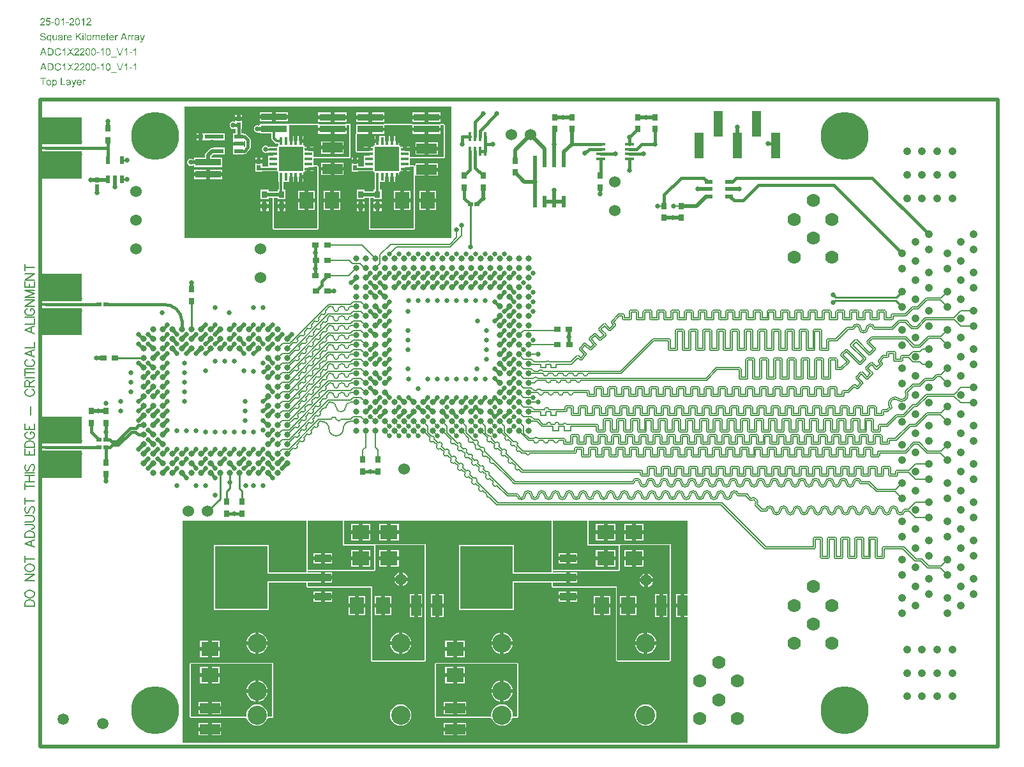
<source format=gtl>
%FSLAX44Y44*%
%MOMM*%
G71*
G01*
G75*
G04 Layer_Physical_Order=1*
G04 Layer_Color=255*
%ADD10C,0.1524*%
%ADD11C,0.3810*%
%ADD12R,1.5240X0.4064*%
%ADD13R,1.2700X3.4290*%
%ADD14R,2.2860X1.9050*%
%ADD15R,1.9050X2.2860*%
%ADD16R,2.1600X1.0700*%
%ADD17R,6.9900X8.3300*%
%ADD18R,1.1500X0.6000*%
%ADD19R,0.6000X1.1000*%
%ADD20R,3.2500X3.2500*%
%ADD21R,0.3500X1.0500*%
%ADD22R,1.0500X0.3500*%
%ADD23R,1.0500X0.6000*%
%ADD24C,1.5000*%
%ADD25R,0.6500X0.6000*%
%ADD26R,0.6000X0.6500*%
%ADD27R,0.7620X0.9652*%
%ADD28R,0.9652X0.7620*%
%ADD29R,2.7000X1.3500*%
%ADD30R,1.3500X2.7000*%
%ADD31R,3.4500X0.9500*%
%ADD32O,0.4000X1.2000*%
%ADD33R,1.1500X0.4000*%
%ADD34R,0.6000X1.5500*%
%ADD35C,0.8000*%
%ADD36C,1.0160*%
%ADD37C,0.5080*%
%ADD38C,0.2540*%
%ADD39C,0.4432*%
%ADD40C,0.3048*%
%ADD41C,0.2845*%
%ADD42C,0.5000*%
%ADD43C,0.1270*%
%ADD44C,1.5240*%
%ADD45C,0.6350*%
%ADD46C,6.3500*%
%ADD47C,1.0500*%
%ADD48C,2.5400*%
%ADD49C,1.7780*%
%ADD50C,0.6500*%
G36*
X55372Y357030D02*
X0D01*
Y393098D01*
X55372D01*
Y357030D01*
D02*
G37*
G36*
Y402242D02*
X0D01*
Y438310D01*
X55372D01*
Y402242D01*
D02*
G37*
G36*
Y546100D02*
X0D01*
Y582168D01*
X55372D01*
Y546100D01*
D02*
G37*
G36*
X726053Y267360D02*
X767500D01*
Y235000D01*
X680000D01*
Y299720D01*
X726053D01*
Y267360D01*
D02*
G37*
G36*
X401053D02*
X442500D01*
Y235000D01*
X355000D01*
Y299720D01*
X401053D01*
Y267360D01*
D02*
G37*
G36*
X858520Y202524D02*
X854000D01*
Y187497D01*
Y172476D01*
X858520D01*
Y5080D01*
X189230D01*
Y299720D01*
X353350D01*
Y235000D01*
X353692Y234175D01*
X353687Y234162D01*
X353435Y233872D01*
X353454Y233601D01*
X353350Y233350D01*
Y231261D01*
X303524D01*
Y267774D01*
X230576D01*
Y181426D01*
X303524D01*
Y217939D01*
X353350D01*
Y212500D01*
X353834Y211334D01*
X355000Y210850D01*
X438350D01*
Y115000D01*
X438834Y113834D01*
X440000Y113350D01*
X510000D01*
X511166Y113834D01*
X511650Y115000D01*
Y267500D01*
X511166Y268666D01*
X510000Y269150D01*
X444243D01*
X444087Y269085D01*
X443921Y269118D01*
X443521Y268851D01*
X443203Y268718D01*
X442500Y269010D01*
X402702D01*
Y299720D01*
X678350D01*
Y235000D01*
X678717Y234114D01*
X678700Y234072D01*
X678433Y233672D01*
X678382Y233417D01*
X678415Y233251D01*
X678350Y233095D01*
Y231261D01*
X628524D01*
Y267774D01*
X555576D01*
Y181426D01*
X628524D01*
Y217939D01*
X678350D01*
Y212755D01*
X678415Y212599D01*
X678382Y212433D01*
X678424Y212220D01*
X678607Y211948D01*
X678671Y211626D01*
X678944Y211444D01*
X679126Y211171D01*
X679448Y211107D01*
X679721Y210924D01*
X679933Y210882D01*
X680099Y210915D01*
X680255Y210850D01*
X763350D01*
Y115255D01*
X763415Y115099D01*
X763382Y114933D01*
X763425Y114720D01*
X763607Y114448D01*
X763671Y114126D01*
X763944Y113944D01*
X764126Y113671D01*
X764448Y113607D01*
X764721Y113424D01*
X764933Y113382D01*
X765099Y113415D01*
X765255Y113350D01*
X834745D01*
X834901Y113415D01*
X835067Y113382D01*
X835279Y113424D01*
X835552Y113607D01*
X835874Y113671D01*
X836056Y113944D01*
X836329Y114126D01*
X836393Y114448D01*
X836576Y114720D01*
X836618Y114933D01*
X836585Y115099D01*
X836650Y115255D01*
Y267245D01*
X836585Y267401D01*
X836618Y267567D01*
X836576Y267780D01*
X836393Y268052D01*
X836329Y268374D01*
X836056Y268556D01*
X835874Y268829D01*
X835552Y268893D01*
X835279Y269076D01*
X835067Y269118D01*
X834901Y269085D01*
X834745Y269150D01*
X769243D01*
X769087Y269085D01*
X768921Y269118D01*
X768521Y268851D01*
X768203Y268718D01*
X767500Y269010D01*
X727702D01*
Y299720D01*
X858520D01*
Y202524D01*
D02*
G37*
G36*
X834958Y267458D02*
X835000Y267245D01*
Y115255D01*
X834958Y115042D01*
X834745Y115000D01*
X765255D01*
X765042Y115042D01*
X765000Y115255D01*
Y212500D01*
X680255D01*
X680042Y212542D01*
X680000Y212755D01*
Y217939D01*
X687676D01*
Y217726D01*
X697500D01*
Y224598D01*
Y231474D01*
X687676D01*
Y231261D01*
X680000D01*
Y233095D01*
X680051Y233350D01*
X767500D01*
X768666Y233834D01*
X769150Y235000D01*
Y267360D01*
X769243Y267500D01*
X834745D01*
X834958Y267458D01*
D02*
G37*
G36*
X509904Y267404D02*
X510000Y267172D01*
Y115328D01*
X509904Y115096D01*
X509672Y115000D01*
X440328D01*
X440096Y115096D01*
X440000Y115328D01*
Y210850D01*
Y212500D01*
X355328D01*
X355096Y212596D01*
X355000Y212828D01*
Y217939D01*
X362676D01*
Y217726D01*
X372500D01*
Y224598D01*
Y231474D01*
X362676D01*
Y231261D01*
X355000D01*
Y233283D01*
X355019Y233339D01*
X355030Y233350D01*
X442500D01*
X443666Y233834D01*
X444150Y235000D01*
Y267325D01*
X444153Y267327D01*
X444272Y267446D01*
X444438Y267479D01*
X444469Y267500D01*
X509672D01*
X509904Y267404D01*
D02*
G37*
G36*
X55372Y754141D02*
X0D01*
Y790209D01*
X55372D01*
Y754141D01*
D02*
G37*
G36*
Y591312D02*
X0D01*
Y627380D01*
X55372D01*
Y591312D01*
D02*
G37*
G36*
Y799353D02*
X0D01*
Y835421D01*
X55372D01*
Y799353D01*
D02*
G37*
G36*
X545000Y675000D02*
X191770D01*
Y849630D01*
X545000D01*
Y675000D01*
D02*
G37*
G36*
X38008Y885028D02*
X38208Y885016D01*
X38433Y884991D01*
X38683Y884953D01*
X38907Y884903D01*
X39132Y884828D01*
X39145D01*
X39158Y884816D01*
X39220Y884791D01*
X39320Y884741D01*
X39445Y884678D01*
X39582Y884603D01*
X39720Y884516D01*
X39845Y884403D01*
X39957Y884291D01*
X39970Y884278D01*
X39995Y884241D01*
X40045Y884166D01*
X40107Y884078D01*
X40170Y883966D01*
X40232Y883829D01*
X40282Y883679D01*
X40332Y883504D01*
Y883491D01*
X40345Y883441D01*
X40357Y883366D01*
X40370Y883254D01*
Y883104D01*
X40382Y882916D01*
X40395Y882691D01*
Y882416D01*
Y880842D01*
Y880829D01*
Y880767D01*
Y880692D01*
Y880579D01*
Y880454D01*
Y880304D01*
Y880142D01*
X40407Y879967D01*
Y879617D01*
X40420Y879280D01*
X40432Y879117D01*
Y878980D01*
X40445Y878867D01*
X40457Y878767D01*
Y878742D01*
X40470Y878692D01*
X40495Y878605D01*
X40520Y878505D01*
X40570Y878367D01*
X40620Y878230D01*
X40682Y878080D01*
X40757Y877930D01*
X39520D01*
X39507Y877943D01*
X39495Y877992D01*
X39457Y878067D01*
X39432Y878180D01*
X39382Y878305D01*
X39357Y878455D01*
X39320Y878617D01*
X39295Y878805D01*
X39282D01*
X39270Y878780D01*
X39232Y878755D01*
X39182Y878717D01*
X39058Y878617D01*
X38883Y878492D01*
X38695Y878367D01*
X38483Y878230D01*
X38245Y878105D01*
X38020Y878005D01*
X38008D01*
X37995Y877992D01*
X37958Y877980D01*
X37920Y877968D01*
X37795Y877930D01*
X37633Y877893D01*
X37445Y877855D01*
X37220Y877818D01*
X36983Y877793D01*
X36733Y877780D01*
X36621D01*
X36546Y877793D01*
X36446D01*
X36333Y877805D01*
X36083Y877855D01*
X35796Y877917D01*
X35508Y878018D01*
X35221Y878155D01*
X35096Y878230D01*
X34971Y878330D01*
X34959Y878342D01*
X34946Y878355D01*
X34871Y878430D01*
X34784Y878555D01*
X34671Y878717D01*
X34559Y878930D01*
X34459Y879167D01*
X34384Y879442D01*
X34371Y879592D01*
X34359Y879755D01*
Y879780D01*
Y879842D01*
X34371Y879942D01*
X34384Y880067D01*
X34409Y880204D01*
X34459Y880367D01*
X34509Y880529D01*
X34584Y880692D01*
X34596Y880717D01*
X34621Y880767D01*
X34684Y880842D01*
X34746Y880942D01*
X34834Y881042D01*
X34946Y881154D01*
X35059Y881267D01*
X35196Y881367D01*
X35208Y881379D01*
X35259Y881404D01*
X35346Y881454D01*
X35446Y881517D01*
X35571Y881579D01*
X35708Y881642D01*
X35871Y881704D01*
X36046Y881754D01*
X36058D01*
X36108Y881767D01*
X36196Y881792D01*
X36308Y881804D01*
X36458Y881842D01*
X36633Y881867D01*
X36846Y881891D01*
X37095Y881929D01*
X37108D01*
X37158Y881942D01*
X37233D01*
X37333Y881966D01*
X37445Y881979D01*
X37583Y881992D01*
X37733Y882017D01*
X37895Y882041D01*
X38233Y882104D01*
X38583Y882179D01*
X38907Y882254D01*
X39058Y882304D01*
X39195Y882341D01*
Y882354D01*
Y882379D01*
Y882416D01*
X39207Y882466D01*
Y882566D01*
Y882616D01*
Y882641D01*
Y882654D01*
Y882679D01*
Y882716D01*
Y882754D01*
X39195Y882891D01*
X39170Y883041D01*
X39120Y883216D01*
X39070Y883379D01*
X38983Y883541D01*
X38870Y883666D01*
X38845Y883679D01*
X38782Y883728D01*
X38683Y883791D01*
X38533Y883866D01*
X38333Y883941D01*
X38108Y884004D01*
X37833Y884053D01*
X37520Y884066D01*
X37383D01*
X37233Y884053D01*
X37058Y884028D01*
X36846Y883991D01*
X36646Y883941D01*
X36446Y883866D01*
X36283Y883766D01*
X36271Y883754D01*
X36221Y883716D01*
X36146Y883641D01*
X36071Y883529D01*
X35971Y883391D01*
X35883Y883216D01*
X35783Y882991D01*
X35708Y882741D01*
X34559Y882904D01*
Y882916D01*
X34571Y882941D01*
Y882979D01*
X34584Y883029D01*
X34621Y883166D01*
X34684Y883329D01*
X34746Y883516D01*
X34834Y883716D01*
X34946Y883916D01*
X35071Y884091D01*
X35083Y884116D01*
X35134Y884166D01*
X35221Y884241D01*
X35333Y884353D01*
X35483Y884466D01*
X35658Y884578D01*
X35871Y884691D01*
X36108Y884791D01*
X36121D01*
X36146Y884803D01*
X36183Y884816D01*
X36233Y884828D01*
X36296Y884853D01*
X36371Y884866D01*
X36571Y884916D01*
X36796Y884966D01*
X37071Y885003D01*
X37370Y885028D01*
X37695Y885041D01*
X37920D01*
X38008Y885028D01*
D02*
G37*
G36*
X28673Y879067D02*
X33396D01*
Y877930D01*
X27398D01*
Y887540D01*
X28673D01*
Y879067D01*
D02*
G37*
G36*
X11702Y885028D02*
X11827Y885016D01*
X11964Y884991D01*
X12127Y884966D01*
X12302Y884928D01*
X12477Y884878D01*
X12664Y884803D01*
X12864Y884728D01*
X13064Y884641D01*
X13264Y884528D01*
X13451Y884403D01*
X13639Y884253D01*
X13814Y884091D01*
X13826Y884078D01*
X13851Y884053D01*
X13901Y883991D01*
X13951Y883916D01*
X14026Y883829D01*
X14101Y883704D01*
X14189Y883566D01*
X14276Y883416D01*
X14351Y883241D01*
X14439Y883054D01*
X14514Y882841D01*
X14589Y882604D01*
X14639Y882354D01*
X14689Y882092D01*
X14714Y881804D01*
X14726Y881504D01*
Y881492D01*
Y881442D01*
Y881379D01*
Y881279D01*
X14714Y881167D01*
X14701Y881042D01*
X14689Y880892D01*
X14676Y880742D01*
X14626Y880404D01*
X14551Y880054D01*
X14451Y879705D01*
X14389Y879542D01*
X14314Y879392D01*
Y879380D01*
X14301Y879355D01*
X14276Y879317D01*
X14239Y879267D01*
X14151Y879130D01*
X14014Y878955D01*
X13851Y878767D01*
X13651Y878567D01*
X13414Y878380D01*
X13139Y878205D01*
X13127D01*
X13102Y878193D01*
X13064Y878167D01*
X13002Y878142D01*
X12939Y878105D01*
X12852Y878067D01*
X12639Y877992D01*
X12402Y877917D01*
X12114Y877842D01*
X11802Y877793D01*
X11465Y877780D01*
X11402D01*
X11327Y877793D01*
X11227D01*
X11102Y877805D01*
X10965Y877830D01*
X10802Y877855D01*
X10627Y877893D01*
X10440Y877943D01*
X10252Y878005D01*
X10065Y878080D01*
X9865Y878167D01*
X9665Y878280D01*
X9478Y878405D01*
X9290Y878542D01*
X9115Y878705D01*
X9103Y878717D01*
X9078Y878755D01*
X9028Y878805D01*
X8978Y878880D01*
X8903Y878980D01*
X8828Y879092D01*
X8753Y879230D01*
X8665Y879392D01*
X8578Y879580D01*
X8503Y879780D01*
X8428Y879992D01*
X8353Y880242D01*
X8303Y880504D01*
X8253Y880779D01*
X8228Y881079D01*
X8215Y881404D01*
Y881429D01*
Y881492D01*
X8228Y881592D01*
Y881717D01*
X8253Y881879D01*
X8278Y882066D01*
X8303Y882266D01*
X8353Y882479D01*
X8403Y882716D01*
X8478Y882954D01*
X8565Y883191D01*
X8665Y883429D01*
X8790Y883654D01*
X8928Y883878D01*
X9090Y884078D01*
X9278Y884266D01*
X9290Y884278D01*
X9315Y884303D01*
X9365Y884341D01*
X9440Y884391D01*
X9528Y884441D01*
X9628Y884516D01*
X9753Y884578D01*
X9890Y884653D01*
X10040Y884728D01*
X10202Y884791D01*
X10390Y884866D01*
X10577Y884916D01*
X10790Y884966D01*
X11002Y885003D01*
X11227Y885028D01*
X11465Y885041D01*
X11602D01*
X11702Y885028D01*
D02*
G37*
G36*
X45281Y877818D02*
Y877805D01*
X45268Y877768D01*
X45243Y877705D01*
X45206Y877630D01*
X45181Y877543D01*
X45131Y877430D01*
X45043Y877193D01*
X44931Y876930D01*
X44819Y876668D01*
X44718Y876430D01*
X44668Y876330D01*
X44619Y876243D01*
X44606Y876218D01*
X44569Y876155D01*
X44494Y876043D01*
X44406Y875918D01*
X44306Y875781D01*
X44181Y875643D01*
X44044Y875506D01*
X43894Y875393D01*
X43881Y875381D01*
X43819Y875356D01*
X43744Y875306D01*
X43619Y875256D01*
X43481Y875206D01*
X43319Y875156D01*
X43131Y875131D01*
X42931Y875118D01*
X42869D01*
X42794Y875131D01*
X42706Y875143D01*
X42594Y875156D01*
X42457Y875181D01*
X42319Y875218D01*
X42169Y875268D01*
X42044Y876368D01*
X42057D01*
X42107Y876355D01*
X42182Y876330D01*
X42269Y876318D01*
X42369Y876293D01*
X42482Y876268D01*
X42706Y876255D01*
X42769D01*
X42844Y876268D01*
X42931D01*
X43144Y876318D01*
X43244Y876343D01*
X43331Y876393D01*
X43344D01*
X43369Y876418D01*
X43419Y876443D01*
X43469Y876480D01*
X43594Y876593D01*
X43719Y876755D01*
Y876768D01*
X43744Y876793D01*
X43769Y876843D01*
X43806Y876930D01*
X43856Y877055D01*
X43919Y877205D01*
X43994Y877405D01*
X44031Y877518D01*
X44081Y877643D01*
X44094Y877655D01*
X44106Y877718D01*
X44144Y877805D01*
X44194Y877930D01*
X41544Y884891D01*
X42794D01*
X44256Y880867D01*
Y880854D01*
X44269Y880829D01*
X44281Y880792D01*
X44306Y880729D01*
X44331Y880667D01*
X44356Y880579D01*
X44419Y880379D01*
X44494Y880142D01*
X44581Y879867D01*
X44668Y879567D01*
X44756Y879255D01*
Y879267D01*
X44769Y879292D01*
X44781Y879330D01*
X44794Y879392D01*
X44819Y879467D01*
X44844Y879555D01*
X44893Y879755D01*
X44969Y879992D01*
X45056Y880254D01*
X45156Y880542D01*
X45256Y880829D01*
X46743Y884891D01*
X47918D01*
X45281Y877818D01*
D02*
G37*
G36*
X59165Y885016D02*
X59315Y884991D01*
X59502Y884941D01*
X59715Y884878D01*
X59927Y884778D01*
X60165Y884653D01*
X59752Y883566D01*
X59727Y883579D01*
X59677Y883604D01*
X59590Y883641D01*
X59477Y883691D01*
X59352Y883741D01*
X59202Y883779D01*
X59040Y883803D01*
X58877Y883816D01*
X58815D01*
X58740Y883803D01*
X58640Y883791D01*
X58540Y883754D01*
X58415Y883716D01*
X58303Y883654D01*
X58178Y883579D01*
X58165Y883566D01*
X58128Y883541D01*
X58078Y883479D01*
X58015Y883404D01*
X57940Y883316D01*
X57865Y883204D01*
X57803Y883079D01*
X57740Y882929D01*
Y882916D01*
X57728Y882904D01*
Y882866D01*
X57715Y882816D01*
X57678Y882691D01*
X57653Y882529D01*
X57615Y882316D01*
X57578Y882092D01*
X57565Y881829D01*
X57553Y881554D01*
Y877930D01*
X56378D01*
Y884891D01*
X57440D01*
Y883829D01*
X57453Y883854D01*
X57478Y883891D01*
X57503Y883941D01*
X57590Y884066D01*
X57678Y884216D01*
X57790Y884391D01*
X57915Y884553D01*
X58053Y884691D01*
X58178Y884803D01*
X58190Y884816D01*
X58240Y884841D01*
X58315Y884878D01*
X58403Y884928D01*
X58515Y884966D01*
X58653Y885003D01*
X58790Y885028D01*
X58940Y885041D01*
X59040D01*
X59165Y885016D01*
D02*
G37*
G36*
X19350Y885028D02*
X19425D01*
X19525Y885016D01*
X19737Y884978D01*
X19975Y884928D01*
X20250Y884841D01*
X20512Y884728D01*
X20775Y884578D01*
X20787D01*
X20800Y884553D01*
X20837Y884528D01*
X20887Y884491D01*
X21012Y884391D01*
X21162Y884241D01*
X21325Y884053D01*
X21500Y883841D01*
X21662Y883579D01*
X21812Y883279D01*
Y883266D01*
X21824Y883241D01*
X21849Y883191D01*
X21862Y883129D01*
X21899Y883054D01*
X21924Y882966D01*
X21949Y882854D01*
X21987Y882741D01*
X22049Y882466D01*
X22112Y882166D01*
X22149Y881816D01*
X22162Y881454D01*
Y881442D01*
Y881404D01*
Y881354D01*
Y881279D01*
X22149Y881179D01*
X22137Y881067D01*
X22124Y880954D01*
X22112Y880817D01*
X22062Y880517D01*
X21999Y880192D01*
X21899Y879855D01*
X21774Y879530D01*
Y879517D01*
X21762Y879492D01*
X21737Y879455D01*
X21699Y879392D01*
X21662Y879317D01*
X21612Y879242D01*
X21487Y879055D01*
X21325Y878842D01*
X21137Y878617D01*
X20912Y878417D01*
X20650Y878230D01*
X20637D01*
X20612Y878205D01*
X20575Y878193D01*
X20525Y878155D01*
X20462Y878130D01*
X20375Y878092D01*
X20187Y878005D01*
X19962Y877917D01*
X19700Y877855D01*
X19412Y877805D01*
X19113Y877780D01*
X19013D01*
X18900Y877793D01*
X18763Y877818D01*
X18600Y877842D01*
X18413Y877880D01*
X18238Y877943D01*
X18050Y878030D01*
X18025Y878043D01*
X17975Y878080D01*
X17888Y878130D01*
X17788Y878205D01*
X17663Y878292D01*
X17538Y878405D01*
X17413Y878517D01*
X17288Y878655D01*
Y875268D01*
X16113D01*
Y884891D01*
X17188D01*
Y883979D01*
X17201Y884004D01*
X17251Y884066D01*
X17338Y884153D01*
X17438Y884278D01*
X17563Y884403D01*
X17700Y884528D01*
X17863Y884653D01*
X18038Y884766D01*
X18063Y884778D01*
X18125Y884803D01*
X18225Y884853D01*
X18363Y884903D01*
X18538Y884953D01*
X18738Y885003D01*
X18963Y885028D01*
X19200Y885041D01*
X19288D01*
X19350Y885028D01*
D02*
G37*
G36*
X7478Y886403D02*
X4316D01*
Y877930D01*
X3042D01*
Y886403D01*
X-120D01*
Y887540D01*
X7478D01*
Y886403D01*
D02*
G37*
G36*
X52004Y885028D02*
X52117Y885016D01*
X52254Y884991D01*
X52417Y884966D01*
X52579Y884928D01*
X52754Y884878D01*
X52941Y884803D01*
X53129Y884728D01*
X53316Y884641D01*
X53516Y884528D01*
X53704Y884403D01*
X53879Y884253D01*
X54054Y884091D01*
X54066Y884078D01*
X54091Y884041D01*
X54141Y883991D01*
X54191Y883916D01*
X54254Y883816D01*
X54329Y883704D01*
X54416Y883566D01*
X54503Y883404D01*
X54578Y883216D01*
X54666Y883016D01*
X54741Y882804D01*
X54803Y882566D01*
X54853Y882304D01*
X54903Y882029D01*
X54928Y881729D01*
X54941Y881417D01*
Y881392D01*
Y881342D01*
Y881242D01*
X54928Y881104D01*
X49742D01*
Y881092D01*
Y881054D01*
X49755Y880992D01*
X49767Y880917D01*
X49780Y880817D01*
X49792Y880704D01*
X49842Y880454D01*
X49930Y880167D01*
X50042Y879880D01*
X50192Y879605D01*
X50280Y879480D01*
X50380Y879355D01*
X50392Y879342D01*
X50405Y879330D01*
X50442Y879305D01*
X50480Y879267D01*
X50617Y879167D01*
X50780Y879055D01*
X50992Y878942D01*
X51242Y878855D01*
X51529Y878780D01*
X51679Y878767D01*
X51842Y878755D01*
X51954D01*
X52067Y878767D01*
X52229Y878792D01*
X52392Y878842D01*
X52579Y878892D01*
X52766Y878980D01*
X52941Y879092D01*
X52966Y879105D01*
X53016Y879155D01*
X53104Y879242D01*
X53204Y879355D01*
X53316Y879505D01*
X53441Y879705D01*
X53566Y879930D01*
X53666Y880192D01*
X54891Y880030D01*
Y880017D01*
X54878Y879979D01*
X54866Y879930D01*
X54828Y879855D01*
X54803Y879767D01*
X54753Y879655D01*
X54654Y879417D01*
X54503Y879155D01*
X54316Y878880D01*
X54091Y878605D01*
X53829Y878367D01*
X53816D01*
X53791Y878342D01*
X53754Y878317D01*
X53691Y878280D01*
X53616Y878230D01*
X53516Y878180D01*
X53416Y878130D01*
X53291Y878080D01*
X53154Y878018D01*
X53004Y877968D01*
X52841Y877917D01*
X52667Y877868D01*
X52279Y877805D01*
X52067Y877793D01*
X51842Y877780D01*
X51779D01*
X51692Y877793D01*
X51592D01*
X51467Y877805D01*
X51317Y877830D01*
X51142Y877855D01*
X50967Y877893D01*
X50780Y877943D01*
X50580Y878005D01*
X50380Y878080D01*
X50180Y878180D01*
X49980Y878280D01*
X49780Y878405D01*
X49592Y878555D01*
X49417Y878717D01*
X49405Y878730D01*
X49380Y878767D01*
X49330Y878817D01*
X49280Y878892D01*
X49217Y878992D01*
X49142Y879105D01*
X49055Y879242D01*
X48980Y879392D01*
X48892Y879580D01*
X48805Y879767D01*
X48730Y879992D01*
X48667Y880217D01*
X48618Y880479D01*
X48568Y880742D01*
X48542Y881029D01*
X48530Y881342D01*
Y881367D01*
Y881417D01*
X48542Y881517D01*
Y881629D01*
X48555Y881779D01*
X48580Y881954D01*
X48605Y882141D01*
X48643Y882341D01*
X48692Y882554D01*
X48755Y882779D01*
X48818Y883004D01*
X48905Y883229D01*
X49017Y883454D01*
X49130Y883679D01*
X49267Y883878D01*
X49430Y884066D01*
X49442Y884078D01*
X49467Y884103D01*
X49517Y884153D01*
X49592Y884216D01*
X49680Y884291D01*
X49792Y884378D01*
X49917Y884466D01*
X50055Y884553D01*
X50217Y884641D01*
X50392Y884728D01*
X50592Y884816D01*
X50792Y884891D01*
X51017Y884953D01*
X51254Y885003D01*
X51504Y885028D01*
X51767Y885041D01*
X51904D01*
X52004Y885028D01*
D02*
G37*
%LPC*%
G36*
X372500Y206074D02*
X362676D01*
Y201700D01*
X372500D01*
Y206074D01*
D02*
G37*
G36*
X487652Y219750D02*
X481290D01*
Y213388D01*
X483401Y214263D01*
X485312Y215728D01*
X486777Y217639D01*
X487652Y219750D01*
D02*
G37*
G36*
X712324Y196700D02*
X702500D01*
Y192326D01*
X712324D01*
Y196700D01*
D02*
G37*
G36*
X387324Y206074D02*
X377500D01*
Y201700D01*
X387324D01*
Y206074D01*
D02*
G37*
G36*
X712324D02*
X702500D01*
Y201700D01*
X712324D01*
Y206074D01*
D02*
G37*
G36*
X801410Y218480D02*
X795048D01*
X795923Y216369D01*
X797388Y214458D01*
X799299Y212993D01*
X801410Y212118D01*
Y218480D01*
D02*
G37*
G36*
X812772D02*
X806410D01*
Y212118D01*
X808521Y212993D01*
X810432Y214458D01*
X811897Y216369D01*
X812772Y218480D01*
D02*
G37*
G36*
X697500Y206074D02*
X687676D01*
Y201700D01*
X697500D01*
Y206074D01*
D02*
G37*
G36*
X476290Y219750D02*
X469928D01*
X470803Y217639D01*
X472268Y215728D01*
X474179Y214263D01*
X476290Y213388D01*
Y219750D01*
D02*
G37*
G36*
X742855Y200454D02*
X734306D01*
Y190000D01*
X742855D01*
Y200454D01*
D02*
G37*
G36*
X756404D02*
X747855D01*
Y190000D01*
X756404D01*
Y200454D01*
D02*
G37*
G36*
X777145D02*
X768596D01*
Y190000D01*
X777145D01*
Y200454D01*
D02*
G37*
G36*
X534774Y202524D02*
X529000D01*
Y190000D01*
X534774D01*
Y202524D01*
D02*
G37*
G36*
X496000D02*
X490226D01*
Y190000D01*
X496000D01*
Y202524D01*
D02*
G37*
G36*
X506774D02*
X501000D01*
Y190000D01*
X506774D01*
Y202524D01*
D02*
G37*
G36*
X524000D02*
X518226D01*
Y190000D01*
X524000D01*
Y202524D01*
D02*
G37*
G36*
X372500Y196700D02*
X362676D01*
Y192326D01*
X372500D01*
Y196700D01*
D02*
G37*
G36*
X387324D02*
X377500D01*
Y192326D01*
X387324D01*
Y196700D01*
D02*
G37*
G36*
X697500D02*
X687676D01*
Y192326D01*
X697500D01*
Y196700D01*
D02*
G37*
G36*
X849000Y202524D02*
X843226D01*
Y190000D01*
X849000D01*
Y202524D01*
D02*
G37*
G36*
X790694Y200454D02*
X782145D01*
Y190000D01*
X790694D01*
Y200454D01*
D02*
G37*
G36*
X821000Y202524D02*
X815226D01*
Y190000D01*
X821000D01*
Y202524D01*
D02*
G37*
G36*
X831774D02*
X826000D01*
Y190000D01*
X831774D01*
Y202524D01*
D02*
G37*
G36*
X747500Y247855D02*
X737046D01*
Y239306D01*
X747500D01*
Y247855D01*
D02*
G37*
G36*
X762954D02*
X752500D01*
Y239306D01*
X762954D01*
Y247855D01*
D02*
G37*
G36*
X785000D02*
X774546D01*
Y239306D01*
X785000D01*
Y247855D01*
D02*
G37*
G36*
X437954D02*
X427500D01*
Y239306D01*
X437954D01*
Y247855D01*
D02*
G37*
G36*
X460000D02*
X449546D01*
Y239306D01*
X460000D01*
Y247855D01*
D02*
G37*
G36*
X475454D02*
X465000D01*
Y239306D01*
X475454D01*
Y247855D01*
D02*
G37*
G36*
X697500Y247500D02*
X687676D01*
Y243126D01*
X697500D01*
Y247500D01*
D02*
G37*
G36*
X712324D02*
X702500D01*
Y243126D01*
X712324D01*
Y247500D01*
D02*
G37*
G36*
X372500Y256874D02*
X362676D01*
Y252500D01*
X372500D01*
Y256874D01*
D02*
G37*
G36*
X800454Y247855D02*
X790000D01*
Y239306D01*
X800454D01*
Y247855D01*
D02*
G37*
G36*
X372500Y247500D02*
X362676D01*
Y243126D01*
X372500D01*
Y247500D01*
D02*
G37*
G36*
X387324D02*
X377500D01*
Y243126D01*
X387324D01*
Y247500D01*
D02*
G37*
G36*
X422500Y247855D02*
X412046D01*
Y239306D01*
X422500D01*
Y247855D01*
D02*
G37*
G36*
X806410Y229842D02*
Y223480D01*
X812772D01*
X811897Y225591D01*
X810432Y227502D01*
X808521Y228967D01*
X806410Y229842D01*
D02*
G37*
G36*
X476290Y231112D02*
X474179Y230237D01*
X472268Y228772D01*
X470803Y226861D01*
X469928Y224750D01*
X476290D01*
Y231112D01*
D02*
G37*
G36*
X481290D02*
Y224750D01*
X487652D01*
X486777Y226861D01*
X485312Y228772D01*
X483401Y230237D01*
X481290Y231112D01*
D02*
G37*
G36*
X387324Y222100D02*
X377500D01*
Y217726D01*
X387324D01*
Y222100D01*
D02*
G37*
G36*
X712324D02*
X702500D01*
Y217726D01*
X712324D01*
Y222100D01*
D02*
G37*
G36*
X801410Y229842D02*
X799299Y228967D01*
X797388Y227502D01*
X795923Y225591D01*
X795048Y223480D01*
X801410D01*
Y229842D01*
D02*
G37*
G36*
X387324Y231474D02*
X377500D01*
Y227100D01*
X387324D01*
Y231474D01*
D02*
G37*
G36*
X712324D02*
X702500D01*
Y227100D01*
X712324D01*
Y231474D01*
D02*
G37*
G36*
X387324Y256874D02*
X377500D01*
Y252500D01*
X387324D01*
Y256874D01*
D02*
G37*
G36*
X422500Y261404D02*
X412046D01*
Y252855D01*
X422500D01*
Y261404D01*
D02*
G37*
G36*
X712324Y256874D02*
X702500D01*
Y252500D01*
X712324D01*
Y256874D01*
D02*
G37*
G36*
X697500D02*
X687676D01*
Y252500D01*
X697500D01*
Y256874D01*
D02*
G37*
G36*
X465694Y200454D02*
X457145D01*
Y190000D01*
X465694D01*
Y200454D01*
D02*
G37*
G36*
X562954Y127145D02*
X552500D01*
Y118596D01*
X562954D01*
Y127145D01*
D02*
G37*
G36*
X285000Y135000D02*
X273483D01*
X273642Y133787D01*
X275076Y130327D01*
X277356Y127355D01*
X280327Y125075D01*
X283787Y123642D01*
X285000Y123482D01*
Y135000D01*
D02*
G37*
G36*
X301518D02*
X290000D01*
Y123482D01*
X291213Y123642D01*
X294674Y125075D01*
X297645Y127355D01*
X299925Y130327D01*
X301358Y133787D01*
X301518Y135000D01*
D02*
G37*
G36*
X547500Y127145D02*
X537046D01*
Y118596D01*
X547500D01*
Y127145D01*
D02*
G37*
G36*
X632500Y111650D02*
X525000D01*
X523834Y111166D01*
X523350Y110000D01*
Y40000D01*
X523834Y38834D01*
X525000Y38350D01*
X597486D01*
X597539Y38372D01*
X597594Y38354D01*
X597694Y38403D01*
X598883Y37956D01*
X600075Y35077D01*
X602355Y32105D01*
X605326Y29825D01*
X608787Y28392D01*
X612500Y27903D01*
X616213Y28392D01*
X619673Y29825D01*
X622645Y32105D01*
X624925Y35077D01*
X626117Y37956D01*
X627306Y38403D01*
X627406Y38354D01*
X627460Y38372D01*
X627514Y38350D01*
X632500D01*
X633666Y38834D01*
X634150Y40000D01*
Y110000D01*
X633666Y111166D01*
X632500Y111650D01*
D02*
G37*
G36*
X222500Y127145D02*
X212046D01*
Y118596D01*
X222500D01*
Y127145D01*
D02*
G37*
G36*
X237954D02*
X227500D01*
Y118596D01*
X237954D01*
Y127145D01*
D02*
G37*
G36*
X800500Y135000D02*
X788982D01*
X789142Y133787D01*
X790575Y130327D01*
X792855Y127355D01*
X795826Y125075D01*
X799287Y123642D01*
X800500Y123482D01*
Y135000D01*
D02*
G37*
G36*
X817017D02*
X805500D01*
Y123482D01*
X806713Y123642D01*
X810173Y125075D01*
X813145Y127355D01*
X815424Y130327D01*
X816858Y133787D01*
X817017Y135000D01*
D02*
G37*
G36*
X222500Y140694D02*
X212046D01*
Y132145D01*
X222500D01*
Y140694D01*
D02*
G37*
G36*
X626517Y135000D02*
X615000D01*
Y123482D01*
X616213Y123642D01*
X619673Y125075D01*
X622645Y127355D01*
X624925Y130327D01*
X626358Y133787D01*
X626517Y135000D01*
D02*
G37*
G36*
X475500D02*
X463983D01*
X464142Y133787D01*
X465576Y130327D01*
X467856Y127355D01*
X470827Y125075D01*
X474287Y123642D01*
X475500Y123482D01*
Y135000D01*
D02*
G37*
G36*
X492018D02*
X480500D01*
Y123482D01*
X481713Y123642D01*
X485174Y125075D01*
X488145Y127355D01*
X490425Y130327D01*
X491858Y133787D01*
X492018Y135000D01*
D02*
G37*
G36*
X610000D02*
X598482D01*
X598642Y133787D01*
X600075Y130327D01*
X602355Y127355D01*
X605326Y125075D01*
X608787Y123642D01*
X610000Y123482D01*
Y135000D01*
D02*
G37*
G36*
X307500Y111650D02*
X200000D01*
X198834Y111166D01*
X198350Y110000D01*
Y40000D01*
X198834Y38834D01*
X200000Y38350D01*
X272487D01*
X272540Y38372D01*
X272595Y38354D01*
X272694Y38403D01*
X273883Y37956D01*
X275076Y35077D01*
X277356Y32105D01*
X280327Y29825D01*
X283787Y28392D01*
X287500Y27903D01*
X291213Y28392D01*
X294674Y29825D01*
X297645Y32105D01*
X299925Y35077D01*
X301117Y37956D01*
X302306Y38403D01*
X302406Y38354D01*
X302460Y38372D01*
X302514Y38350D01*
X307500D01*
X308666Y38834D01*
X309150Y40000D01*
Y110000D01*
X308666Y111166D01*
X307500Y111650D01*
D02*
G37*
G36*
X222500Y21000D02*
X209976D01*
Y15226D01*
X222500D01*
Y21000D01*
D02*
G37*
G36*
X240024D02*
X227500D01*
Y15226D01*
X240024D01*
Y21000D01*
D02*
G37*
G36*
X547500D02*
X534976D01*
Y15226D01*
X547500D01*
Y21000D01*
D02*
G37*
G36*
X51779Y884066D02*
X51704D01*
X51642Y884053D01*
X51579D01*
X51492Y884041D01*
X51304Y884004D01*
X51092Y883929D01*
X50855Y883829D01*
X50630Y883704D01*
X50517Y883616D01*
X50405Y883516D01*
X50380Y883491D01*
X50317Y883416D01*
X50230Y883304D01*
X50130Y883141D01*
X50017Y882929D01*
X49917Y882679D01*
X49842Y882404D01*
X49805Y882079D01*
X53691D01*
Y882092D01*
Y882116D01*
X53679Y882166D01*
X53666Y882216D01*
Y882291D01*
X53641Y882379D01*
X53604Y882566D01*
X53541Y882779D01*
X53466Y882991D01*
X53366Y883204D01*
X53241Y883379D01*
Y883391D01*
X53216Y883404D01*
X53179Y883441D01*
X53141Y883491D01*
X53016Y883591D01*
X52854Y883728D01*
X52642Y883854D01*
X52392Y883953D01*
X52104Y884041D01*
X51942Y884053D01*
X51779Y884066D01*
D02*
G37*
G36*
X39195Y881417D02*
X39182D01*
X39170Y881404D01*
X39132Y881392D01*
X39070Y881379D01*
X39007Y881354D01*
X38920Y881329D01*
X38820Y881292D01*
X38708Y881267D01*
X38583Y881229D01*
X38445Y881192D01*
X38283Y881154D01*
X38108Y881117D01*
X37920Y881079D01*
X37720Y881042D01*
X37508Y881004D01*
X37270Y880967D01*
X37233D01*
X37208Y880954D01*
X37158D01*
X37020Y880929D01*
X36871Y880904D01*
X36708Y880867D01*
X36533Y880829D01*
X36371Y880779D01*
X36246Y880729D01*
X36233D01*
X36196Y880704D01*
X36146Y880679D01*
X36071Y880642D01*
X35921Y880517D01*
X35846Y880442D01*
X35783Y880354D01*
X35771Y880342D01*
X35758Y880317D01*
X35733Y880254D01*
X35708Y880192D01*
X35671Y880105D01*
X35646Y880017D01*
X35633Y879904D01*
X35621Y879792D01*
Y879767D01*
Y879717D01*
X35646Y879630D01*
X35671Y879517D01*
X35708Y879405D01*
X35771Y879267D01*
X35858Y879142D01*
X35971Y879017D01*
X35983Y879005D01*
X36033Y878967D01*
X36121Y878917D01*
X36233Y878867D01*
X36383Y878805D01*
X36571Y878755D01*
X36783Y878717D01*
X37020Y878705D01*
X37133D01*
X37258Y878717D01*
X37420Y878742D01*
X37608Y878780D01*
X37808Y878830D01*
X38020Y878892D01*
X38220Y878992D01*
X38233D01*
X38245Y879005D01*
X38308Y879042D01*
X38408Y879117D01*
X38520Y879205D01*
X38645Y879317D01*
X38782Y879467D01*
X38907Y879617D01*
X39007Y879805D01*
X39020Y879829D01*
X39032Y879880D01*
X39070Y879967D01*
X39107Y880105D01*
X39132Y880267D01*
X39170Y880467D01*
X39182Y880704D01*
X39195Y880979D01*
Y881417D01*
D02*
G37*
G36*
X11465Y884066D02*
X11377D01*
X11315Y884053D01*
X11240Y884041D01*
X11152Y884028D01*
X10952Y883979D01*
X10727Y883904D01*
X10477Y883791D01*
X10352Y883716D01*
X10240Y883629D01*
X10115Y883516D01*
X10002Y883404D01*
Y883391D01*
X9977Y883379D01*
X9952Y883329D01*
X9915Y883279D01*
X9865Y883204D01*
X9815Y883129D01*
X9765Y883029D01*
X9715Y882904D01*
X9665Y882779D01*
X9615Y882629D01*
X9565Y882466D01*
X9515Y882279D01*
X9478Y882092D01*
X9453Y881879D01*
X9440Y881642D01*
X9428Y881404D01*
Y881392D01*
Y881342D01*
Y881279D01*
X9440Y881192D01*
Y881079D01*
X9453Y880954D01*
X9478Y880804D01*
X9503Y880654D01*
X9565Y880342D01*
X9665Y880005D01*
X9815Y879692D01*
X9902Y879555D01*
X10002Y879417D01*
X10015Y879405D01*
X10027Y879392D01*
X10065Y879355D01*
X10102Y879317D01*
X10240Y879205D01*
X10402Y879092D01*
X10615Y878967D01*
X10865Y878855D01*
X11152Y878780D01*
X11302Y878767D01*
X11465Y878755D01*
X11552D01*
X11615Y878767D01*
X11689Y878780D01*
X11777Y878792D01*
X11977Y878842D01*
X12202Y878917D01*
X12452Y879030D01*
X12577Y879105D01*
X12702Y879205D01*
X12814Y879305D01*
X12927Y879417D01*
X12939Y879430D01*
X12952Y879455D01*
X12977Y879492D01*
X13014Y879542D01*
X13064Y879617D01*
X13114Y879705D01*
X13164Y879805D01*
X13227Y879917D01*
X13277Y880054D01*
X13327Y880204D01*
X13377Y880367D01*
X13427Y880554D01*
X13464Y880754D01*
X13489Y880967D01*
X13514Y881192D01*
Y881442D01*
Y881454D01*
Y881504D01*
Y881567D01*
X13501Y881654D01*
Y881767D01*
X13489Y881879D01*
X13464Y882017D01*
X13439Y882166D01*
X13377Y882479D01*
X13264Y882804D01*
X13127Y883116D01*
X13027Y883266D01*
X12927Y883391D01*
X12914Y883404D01*
X12902Y883416D01*
X12864Y883454D01*
X12827Y883491D01*
X12689Y883604D01*
X12527Y883728D01*
X12314Y883854D01*
X12064Y883966D01*
X11777Y884041D01*
X11627Y884053D01*
X11465Y884066D01*
D02*
G37*
G36*
X19088Y884116D02*
X19013D01*
X18963Y884103D01*
X18813Y884078D01*
X18638Y884028D01*
X18425Y883941D01*
X18313Y883891D01*
X18200Y883816D01*
X18088Y883728D01*
X17975Y883641D01*
X17863Y883529D01*
X17750Y883404D01*
Y883391D01*
X17725Y883366D01*
X17700Y883329D01*
X17663Y883279D01*
X17613Y883204D01*
X17563Y883116D01*
X17513Y883004D01*
X17463Y882891D01*
X17413Y882754D01*
X17363Y882604D01*
X17313Y882429D01*
X17263Y882254D01*
X17226Y882054D01*
X17201Y881842D01*
X17188Y881604D01*
X17176Y881367D01*
Y881354D01*
Y881304D01*
Y881242D01*
X17188Y881154D01*
Y881042D01*
X17201Y880904D01*
X17226Y880767D01*
X17238Y880617D01*
X17313Y880292D01*
X17400Y879967D01*
X17538Y879655D01*
X17613Y879517D01*
X17713Y879392D01*
X17725Y879380D01*
X17738Y879367D01*
X17813Y879292D01*
X17925Y879192D01*
X18088Y879080D01*
X18275Y878955D01*
X18500Y878855D01*
X18763Y878780D01*
X18900Y878767D01*
X19038Y878755D01*
X19113D01*
X19175Y878767D01*
X19238Y878780D01*
X19312Y878792D01*
X19500Y878842D01*
X19712Y878917D01*
X19937Y879030D01*
X20050Y879105D01*
X20162Y879205D01*
X20275Y879305D01*
X20387Y879417D01*
X20400Y879430D01*
X20412Y879455D01*
X20437Y879492D01*
X20475Y879542D01*
X20512Y879617D01*
X20562Y879705D01*
X20612Y879805D01*
X20675Y879917D01*
X20725Y880054D01*
X20775Y880204D01*
X20825Y880379D01*
X20862Y880567D01*
X20900Y880767D01*
X20925Y880979D01*
X20950Y881217D01*
Y881467D01*
Y881479D01*
Y881529D01*
Y881592D01*
X20937Y881679D01*
Y881792D01*
X20925Y881917D01*
X20900Y882066D01*
X20887Y882216D01*
X20812Y882529D01*
X20712Y882866D01*
X20587Y883179D01*
X20500Y883329D01*
X20400Y883454D01*
Y883466D01*
X20375Y883479D01*
X20300Y883554D01*
X20187Y883666D01*
X20025Y883791D01*
X19837Y883904D01*
X19612Y884016D01*
X19362Y884091D01*
X19225Y884103D01*
X19088Y884116D01*
D02*
G37*
G36*
X565024Y31774D02*
X552500D01*
Y26000D01*
X565024D01*
Y31774D01*
D02*
G37*
G36*
X478000Y56597D02*
X474287Y56108D01*
X470827Y54675D01*
X467856Y52395D01*
X465576Y49423D01*
X464142Y45963D01*
X463653Y42250D01*
X464142Y38537D01*
X465576Y35077D01*
X467856Y32105D01*
X470827Y29825D01*
X474287Y28392D01*
X478000Y27903D01*
X481713Y28392D01*
X485174Y29825D01*
X488145Y32105D01*
X490425Y35077D01*
X491858Y38537D01*
X492347Y42250D01*
X491858Y45963D01*
X490425Y49423D01*
X488145Y52395D01*
X485174Y54675D01*
X481713Y56108D01*
X478000Y56597D01*
D02*
G37*
G36*
X803000D02*
X799287Y56108D01*
X795826Y54675D01*
X792855Y52395D01*
X790575Y49423D01*
X789142Y45963D01*
X788653Y42250D01*
X789142Y38537D01*
X790575Y35077D01*
X792855Y32105D01*
X795826Y29825D01*
X799287Y28392D01*
X803000Y27903D01*
X806713Y28392D01*
X810173Y29825D01*
X813145Y32105D01*
X815424Y35077D01*
X816858Y38537D01*
X817347Y42250D01*
X816858Y45963D01*
X815424Y49423D01*
X813145Y52395D01*
X810173Y54675D01*
X806713Y56108D01*
X803000Y56597D01*
D02*
G37*
G36*
X547500Y31774D02*
X534976D01*
Y26000D01*
X547500D01*
Y31774D01*
D02*
G37*
G36*
X565024Y21000D02*
X552500D01*
Y15226D01*
X565024D01*
Y21000D01*
D02*
G37*
G36*
X222500Y31774D02*
X209976D01*
Y26000D01*
X222500D01*
Y31774D01*
D02*
G37*
G36*
X240024D02*
X227500D01*
Y26000D01*
X240024D01*
Y31774D01*
D02*
G37*
G36*
X431404Y185000D02*
X422855D01*
Y174546D01*
X431404D01*
Y185000D01*
D02*
G37*
G36*
X452145D02*
X443596D01*
Y174546D01*
X452145D01*
Y185000D01*
D02*
G37*
G36*
X465694D02*
X457145D01*
Y174546D01*
X465694D01*
Y185000D01*
D02*
G37*
G36*
X417855D02*
X409306D01*
Y174546D01*
X417855D01*
Y185000D01*
D02*
G37*
G36*
X821000D02*
X815226D01*
Y172476D01*
X821000D01*
Y185000D01*
D02*
G37*
G36*
X831774D02*
X826000D01*
Y172476D01*
X831774D01*
Y185000D01*
D02*
G37*
G36*
X849000D02*
X843226D01*
Y172476D01*
X849000D01*
Y185000D01*
D02*
G37*
G36*
X417855Y200454D02*
X409306D01*
Y190000D01*
X417855D01*
Y200454D01*
D02*
G37*
G36*
X431404D02*
X422855D01*
Y190000D01*
X431404D01*
Y200454D01*
D02*
G37*
G36*
X452145D02*
X443596D01*
Y190000D01*
X452145D01*
Y200454D01*
D02*
G37*
G36*
X790694Y185000D02*
X782145D01*
Y174546D01*
X790694D01*
Y185000D01*
D02*
G37*
G36*
X742855D02*
X734306D01*
Y174546D01*
X742855D01*
Y185000D01*
D02*
G37*
G36*
X756404D02*
X747855D01*
Y174546D01*
X756404D01*
Y185000D01*
D02*
G37*
G36*
X777145D02*
X768596D01*
Y174546D01*
X777145D01*
Y185000D01*
D02*
G37*
G36*
X534774D02*
X529000D01*
Y172476D01*
X534774D01*
Y185000D01*
D02*
G37*
G36*
X290000Y151518D02*
Y140000D01*
X301518D01*
X301358Y141213D01*
X299925Y144673D01*
X297645Y147645D01*
X294674Y149925D01*
X291213Y151358D01*
X290000Y151518D01*
D02*
G37*
G36*
X475500D02*
X474287Y151358D01*
X470827Y149925D01*
X467856Y147645D01*
X465576Y144673D01*
X464142Y141213D01*
X463983Y140000D01*
X475500D01*
Y151518D01*
D02*
G37*
G36*
X480500D02*
Y140000D01*
X492018D01*
X491858Y141213D01*
X490425Y144673D01*
X488145Y147645D01*
X485174Y149925D01*
X481713Y151358D01*
X480500Y151518D01*
D02*
G37*
G36*
X285000D02*
X283787Y151358D01*
X280327Y149925D01*
X277356Y147645D01*
X275076Y144673D01*
X273642Y141213D01*
X273483Y140000D01*
X285000D01*
Y151518D01*
D02*
G37*
G36*
X237954Y140694D02*
X227500D01*
Y132145D01*
X237954D01*
Y140694D01*
D02*
G37*
G36*
X547500D02*
X537046D01*
Y132145D01*
X547500D01*
Y140694D01*
D02*
G37*
G36*
X562954D02*
X552500D01*
Y132145D01*
X562954D01*
Y140694D01*
D02*
G37*
G36*
X496000Y185000D02*
X490226D01*
Y172476D01*
X496000D01*
Y185000D01*
D02*
G37*
G36*
X506774D02*
X501000D01*
Y172476D01*
X506774D01*
Y185000D01*
D02*
G37*
G36*
X524000D02*
X518226D01*
Y172476D01*
X524000D01*
Y185000D01*
D02*
G37*
G36*
X805500Y151518D02*
Y140000D01*
X817017D01*
X816858Y141213D01*
X815424Y144673D01*
X813145Y147645D01*
X810173Y149925D01*
X806713Y151358D01*
X805500Y151518D01*
D02*
G37*
G36*
X610000D02*
X608787Y151358D01*
X605326Y149925D01*
X602355Y147645D01*
X600075Y144673D01*
X598642Y141213D01*
X598482Y140000D01*
X610000D01*
Y151518D01*
D02*
G37*
G36*
X615000D02*
Y140000D01*
X626517D01*
X626358Y141213D01*
X624925Y144673D01*
X622645Y147645D01*
X619673Y149925D01*
X616213Y151358D01*
X615000Y151518D01*
D02*
G37*
G36*
X800500D02*
X799287Y151358D01*
X795826Y149925D01*
X792855Y147645D01*
X790575Y144673D01*
X789142Y141213D01*
X788982Y140000D01*
X800500D01*
Y151518D01*
D02*
G37*
G36*
X437954Y261404D02*
X427500D01*
Y252855D01*
X437954D01*
Y261404D01*
D02*
G37*
G36*
X287500Y781774D02*
X285476D01*
Y779500D01*
X287500D01*
Y781774D01*
D02*
G37*
G36*
X294524D02*
X292500D01*
Y779500D01*
X294524D01*
Y781774D01*
D02*
G37*
G36*
X402524Y775274D02*
X390000D01*
Y769500D01*
X402524D01*
Y775274D01*
D02*
G37*
G36*
X527524Y774274D02*
X515000D01*
Y768500D01*
X527524D01*
Y774274D01*
D02*
G37*
G36*
X385000Y775274D02*
X372476D01*
Y769500D01*
X385000D01*
Y775274D01*
D02*
G37*
G36*
X210170Y807040D02*
X207896D01*
Y805016D01*
X210170D01*
Y807040D01*
D02*
G37*
G36*
Y814064D02*
X207896D01*
Y812040D01*
X210170D01*
Y814064D01*
D02*
G37*
G36*
X244314Y795064D02*
X229766D01*
Y794684D01*
X227930D01*
X226344Y794368D01*
X225000Y793470D01*
X219570Y788040D01*
X218672Y786696D01*
X218356Y785110D01*
Y781774D01*
X203726D01*
Y779644D01*
X202251D01*
X201723Y779997D01*
X199860Y780368D01*
X197997Y779997D01*
X196418Y778942D01*
X195363Y777363D01*
X194992Y775500D01*
X195363Y773637D01*
X196418Y772058D01*
X197997Y771003D01*
X199860Y770633D01*
X201723Y771003D01*
X202251Y771357D01*
X203726D01*
Y769226D01*
X241274D01*
Y781774D01*
X226644D01*
Y783394D01*
X229266Y786016D01*
X229766Y786016D01*
Y786016D01*
X244314D01*
Y795064D01*
D02*
G37*
G36*
X415000Y781774D02*
X412976D01*
Y779500D01*
X415000D01*
Y781774D01*
D02*
G37*
G36*
X422024D02*
X420000D01*
Y779500D01*
X422024D01*
Y781774D01*
D02*
G37*
G36*
X241274Y765774D02*
X225000D01*
Y762000D01*
X241274D01*
Y765774D01*
D02*
G37*
G36*
X525339Y737954D02*
X516790D01*
Y727500D01*
X525339D01*
Y737954D01*
D02*
G37*
G36*
X220000Y757000D02*
X203726D01*
Y753226D01*
X220000D01*
Y757000D01*
D02*
G37*
G36*
X511790Y737954D02*
X503241D01*
Y727500D01*
X511790D01*
Y737954D01*
D02*
G37*
G36*
X384645D02*
X376096D01*
Y727500D01*
X384645D01*
Y737954D01*
D02*
G37*
G36*
X398194D02*
X389645D01*
Y727500D01*
X398194D01*
Y737954D01*
D02*
G37*
G36*
X402524Y764500D02*
X390000D01*
Y758726D01*
X402524D01*
Y764500D01*
D02*
G37*
G36*
X220000Y765774D02*
X203726D01*
Y762000D01*
X220000D01*
Y765774D01*
D02*
G37*
G36*
X385000Y764500D02*
X372476D01*
Y758726D01*
X385000D01*
Y764500D01*
D02*
G37*
G36*
X241274Y757000D02*
X225000D01*
Y753226D01*
X241274D01*
Y757000D01*
D02*
G37*
G36*
X527524Y763500D02*
X515000D01*
Y757726D01*
X527524D01*
Y763500D01*
D02*
G37*
G36*
X244314Y814064D02*
X229766D01*
Y813684D01*
X226444D01*
Y814064D01*
X215170D01*
Y809538D01*
Y805016D01*
X226444D01*
Y805397D01*
X229766D01*
Y805016D01*
X244314D01*
Y814064D01*
D02*
G37*
G36*
X406274Y841774D02*
X390000D01*
Y838000D01*
X406274D01*
Y841774D01*
D02*
G37*
G36*
X435000D02*
X418726D01*
Y838000D01*
X435000D01*
Y841774D01*
D02*
G37*
G36*
X385000D02*
X368726D01*
Y838000D01*
X385000D01*
Y841774D01*
D02*
G37*
G36*
X260540Y838584D02*
X258516D01*
Y836310D01*
X260540D01*
Y838584D01*
D02*
G37*
G36*
X267564D02*
X265540D01*
Y836310D01*
X267564D01*
Y838584D01*
D02*
G37*
G36*
X307500Y842274D02*
X291226D01*
Y838500D01*
X307500D01*
Y842274D01*
D02*
G37*
G36*
X328774D02*
X312500D01*
Y838500D01*
X328774D01*
Y842274D01*
D02*
G37*
G36*
X531274Y841774D02*
X515000D01*
Y838000D01*
X531274D01*
Y841774D01*
D02*
G37*
G36*
X456274D02*
X440000D01*
Y838000D01*
X456274D01*
Y841774D01*
D02*
G37*
G36*
X510000D02*
X493726D01*
Y838000D01*
X510000D01*
Y841774D01*
D02*
G37*
G36*
X328774Y833500D02*
X312500D01*
Y829726D01*
X328774D01*
Y833500D01*
D02*
G37*
G36*
X406274Y833000D02*
X390000D01*
Y829226D01*
X406274D01*
Y833000D01*
D02*
G37*
G36*
X435000D02*
X418726D01*
Y829226D01*
X435000D01*
Y833000D01*
D02*
G37*
G36*
X385000D02*
X368726D01*
Y829226D01*
X385000D01*
Y833000D01*
D02*
G37*
G36*
X410000Y826900D02*
X406274D01*
X405108Y826416D01*
X404841Y825774D01*
X370159D01*
X369893Y826416D01*
X368726Y826900D01*
X330000D01*
X328834Y826416D01*
X328774Y826274D01*
X328774Y826274D01*
Y826274D01*
X328774Y826274D01*
X291226D01*
Y826103D01*
X290153Y824497D01*
X288290Y824867D01*
X286427Y824497D01*
X284848Y823442D01*
X283793Y821863D01*
X283423Y820000D01*
X283793Y818137D01*
X284848Y816558D01*
X286427Y815503D01*
X288290Y815133D01*
X290153Y815503D01*
X291226Y813897D01*
Y813726D01*
X306892D01*
Y807500D01*
X306892Y807500D01*
X306892D01*
X307129Y806311D01*
X307803Y805303D01*
X311803Y801303D01*
X311803Y801303D01*
X311803D01*
X311803Y801303D01*
X311803D01*
X311803Y801303D01*
Y801303D01*
Y801303D01*
D01*
D01*
X311803D01*
Y801303D01*
X312811Y800629D01*
X314000Y800392D01*
X316226D01*
Y797774D01*
X314726D01*
Y796274D01*
X302524D01*
X302412Y796442D01*
X300833Y797497D01*
X298970Y797867D01*
X297107Y797497D01*
X295528Y796442D01*
X294473Y794863D01*
X294102Y793000D01*
X294473Y791137D01*
X295528Y789558D01*
X297107Y788503D01*
X298970Y788132D01*
X300833Y788503D01*
X301106Y788685D01*
X302225Y788087D01*
Y789000D01*
X309002D01*
Y784000D01*
X302226D01*
Y783226D01*
Y776726D01*
Y770226D01*
Y770108D01*
X294524D01*
Y772226D01*
Y774500D01*
X285476D01*
Y772226D01*
Y763226D01*
X294524D01*
Y763892D01*
X302226D01*
Y763726D01*
X314726D01*
Y762226D01*
X316226D01*
Y749726D01*
X316392D01*
Y739224D01*
X314666D01*
Y737018D01*
X302834D01*
Y739224D01*
X292166D01*
Y726524D01*
X302834D01*
Y728730D01*
X308350D01*
Y687500D01*
X308834Y686334D01*
X310000Y685850D01*
X367500D01*
X368666Y686334D01*
X369150Y687500D01*
Y770000D01*
X368666Y771166D01*
X367500Y771650D01*
X362774D01*
Y776726D01*
Y780850D01*
X410000D01*
X411166Y781334D01*
X411650Y782500D01*
Y825250D01*
X411166Y826416D01*
X410000Y826900D01*
D02*
G37*
G36*
X535000Y826650D02*
X531274D01*
X530108Y826166D01*
X529945Y825774D01*
X495055D01*
X494893Y826166D01*
X493726Y826650D01*
X456274D01*
X455107Y826166D01*
X454945Y825774D01*
X418726D01*
Y814133D01*
X418350Y813226D01*
Y792500D01*
Y790000D01*
X418834Y788834D01*
X420000Y788350D01*
X429726D01*
Y788350D01*
X430893Y788833D01*
X430900Y788850D01*
X436503D01*
Y784000D01*
X429726D01*
Y783226D01*
Y776726D01*
Y770226D01*
Y770108D01*
X422024D01*
Y772226D01*
Y774500D01*
X412976D01*
Y772226D01*
Y763226D01*
X422024D01*
Y763892D01*
X429726D01*
Y763726D01*
X442226D01*
Y762226D01*
X443726D01*
Y749726D01*
X443892D01*
Y739224D01*
X442166D01*
Y737018D01*
X430334D01*
Y739224D01*
X419666D01*
Y726524D01*
X430334D01*
Y728730D01*
X435850D01*
Y687500D01*
X436334Y686334D01*
X437500Y685850D01*
X495000D01*
X496166Y686334D01*
X496650Y687500D01*
Y757726D01*
X496650D01*
X497476D01*
X497548Y757726D01*
X497548Y757726D01*
Y757726D01*
X510000D01*
Y765998D01*
Y774274D01*
X497476D01*
Y771260D01*
X496231Y771012D01*
X496166Y771166D01*
X495000Y771650D01*
X490274D01*
Y776726D01*
Y780850D01*
X535000D01*
X536166Y781334D01*
X536650Y782500D01*
Y825000D01*
X536166Y826166D01*
X535000Y826650D01*
D02*
G37*
G36*
X267564Y831310D02*
X258516D01*
Y830344D01*
X258258Y829958D01*
X257534Y829364D01*
X255960Y829677D01*
X254097Y829307D01*
X252518Y828252D01*
X251463Y826673D01*
X251093Y824810D01*
X251463Y822947D01*
X252518Y821368D01*
X254097Y820313D01*
X255960Y819942D01*
X257823Y820313D01*
X257901Y820365D01*
X258516Y820036D01*
Y820036D01*
D01*
D01*
X259544Y820036D01*
Y814064D01*
X255766D01*
Y805462D01*
X255766Y805462D01*
X255766D01*
X255766Y805016D01*
Y804564D01*
D01*
D01*
D01*
X255766D01*
D01*
Y802540D01*
X270314D01*
Y803852D01*
X271038Y804152D01*
X272094Y803447D01*
Y796753D01*
X271038Y796048D01*
X270314Y796348D01*
Y797540D01*
X255766D01*
Y795962D01*
X255766Y795962D01*
X255766D01*
X255766Y795516D01*
Y795064D01*
D01*
D01*
X255766D01*
Y786016D01*
X270314D01*
Y787044D01*
X271110D01*
X272448Y787310D01*
X273582Y788068D01*
X278062Y792548D01*
X278062Y792548D01*
X278517Y793228D01*
X278820Y793682D01*
X279086Y795020D01*
Y805180D01*
X279086Y805180D01*
X278820Y806518D01*
X278062Y807652D01*
X278062Y807652D01*
X273702Y812012D01*
X272568Y812770D01*
X271230Y813036D01*
X270314D01*
Y814064D01*
X266536D01*
Y820036D01*
X267564D01*
Y829036D01*
Y831310D01*
D02*
G37*
G36*
X307500Y833500D02*
X291226D01*
Y829726D01*
X307500D01*
Y833500D01*
D02*
G37*
G36*
X531274Y833000D02*
X515000D01*
Y829226D01*
X531274D01*
Y833000D01*
D02*
G37*
G36*
X456274D02*
X440000D01*
Y829226D01*
X456274D01*
Y833000D01*
D02*
G37*
G36*
X510000D02*
X493726D01*
Y829226D01*
X510000D01*
Y833000D01*
D02*
G37*
G36*
X430334Y723476D02*
X427500D01*
Y719626D01*
X430334D01*
Y723476D01*
D02*
G37*
G36*
X422500Y295694D02*
X412046D01*
Y287145D01*
X422500D01*
Y295694D01*
D02*
G37*
G36*
X800454Y282145D02*
X790000D01*
Y273596D01*
X800454D01*
Y282145D01*
D02*
G37*
G36*
X460000Y295694D02*
X449546D01*
Y287145D01*
X460000D01*
Y295694D01*
D02*
G37*
G36*
X437954D02*
X427500D01*
Y287145D01*
X437954D01*
Y295694D01*
D02*
G37*
G36*
X398194Y722500D02*
X389645D01*
Y712046D01*
X398194D01*
Y722500D01*
D02*
G37*
G36*
X762954Y282145D02*
X752500D01*
Y273596D01*
X762954D01*
Y282145D01*
D02*
G37*
G36*
X785000D02*
X774546D01*
Y273596D01*
X785000D01*
Y282145D01*
D02*
G37*
G36*
X384645Y722500D02*
X376096D01*
Y712046D01*
X384645D01*
Y722500D01*
D02*
G37*
G36*
X475454Y295694D02*
X465000D01*
Y287145D01*
X475454D01*
Y295694D01*
D02*
G37*
G36*
X800454D02*
X790000D01*
Y287145D01*
X800454D01*
Y295694D01*
D02*
G37*
G36*
X785000D02*
X774546D01*
Y287145D01*
X785000D01*
Y295694D01*
D02*
G37*
G36*
X295000Y714626D02*
X292166D01*
Y710776D01*
X295000D01*
Y714626D01*
D02*
G37*
G36*
X302834D02*
X300000D01*
Y710776D01*
X302834D01*
Y714626D01*
D02*
G37*
G36*
X422500D02*
X419666D01*
Y710776D01*
X422500D01*
Y714626D01*
D02*
G37*
G36*
X430334D02*
X427500D01*
Y710776D01*
X430334D01*
Y714626D01*
D02*
G37*
G36*
X762954Y295694D02*
X752500D01*
Y287145D01*
X762954D01*
Y295694D01*
D02*
G37*
G36*
X747500D02*
X737046D01*
Y287145D01*
X747500D01*
Y295694D01*
D02*
G37*
G36*
Y282145D02*
X737046D01*
Y273596D01*
X747500D01*
Y282145D01*
D02*
G37*
G36*
X800454Y261404D02*
X790000D01*
Y252855D01*
X800454D01*
Y261404D01*
D02*
G37*
G36*
X422500Y282145D02*
X412046D01*
Y273596D01*
X422500D01*
Y282145D01*
D02*
G37*
G36*
X437954D02*
X427500D01*
Y273596D01*
X437954D01*
Y282145D01*
D02*
G37*
G36*
X785000Y261404D02*
X774546D01*
Y252855D01*
X785000D01*
Y261404D01*
D02*
G37*
G36*
X747500D02*
X737046D01*
Y252855D01*
X747500D01*
Y261404D01*
D02*
G37*
G36*
X762954D02*
X752500D01*
Y252855D01*
X762954D01*
Y261404D01*
D02*
G37*
G36*
X422500Y723476D02*
X419666D01*
Y719626D01*
X422500D01*
Y723476D01*
D02*
G37*
G36*
X302834D02*
X300000D01*
Y719626D01*
X302834D01*
Y723476D01*
D02*
G37*
G36*
X295000D02*
X292166D01*
Y719626D01*
X295000D01*
Y723476D01*
D02*
G37*
G36*
X525339Y722500D02*
X516790D01*
Y712046D01*
X525339D01*
Y722500D01*
D02*
G37*
G36*
X511790D02*
X503241D01*
Y712046D01*
X511790D01*
Y722500D01*
D02*
G37*
G36*
X475454Y282145D02*
X465000D01*
Y273596D01*
X475454D01*
Y282145D01*
D02*
G37*
G36*
Y261404D02*
X465000D01*
Y252855D01*
X475454D01*
Y261404D01*
D02*
G37*
G36*
X460000Y282145D02*
X449546D01*
Y273596D01*
X460000D01*
Y282145D01*
D02*
G37*
G36*
Y261404D02*
X449546D01*
Y252855D01*
X460000D01*
Y261404D01*
D02*
G37*
%LPD*%
G36*
X307500Y40000D02*
X302514D01*
X301677Y40955D01*
X301847Y42250D01*
X301358Y45963D01*
X299925Y49423D01*
X297645Y52395D01*
X294674Y54675D01*
X291213Y56108D01*
X287500Y56597D01*
X283787Y56108D01*
X280327Y54675D01*
X277356Y52395D01*
X275076Y49423D01*
X273642Y45963D01*
X273153Y42250D01*
X273324Y40955D01*
X272487Y40000D01*
X200000D01*
Y110000D01*
X307500D01*
Y40000D01*
D02*
G37*
G36*
X632500D02*
X627514D01*
X626676Y40955D01*
X626847Y42250D01*
X626358Y45963D01*
X624925Y49423D01*
X622645Y52395D01*
X619673Y54675D01*
X616213Y56108D01*
X612500Y56597D01*
X608787Y56108D01*
X605326Y54675D01*
X602355Y52395D01*
X600075Y49423D01*
X598642Y45963D01*
X598153Y42250D01*
X598324Y40955D01*
X597486Y40000D01*
X525000D01*
Y110000D01*
X632500D01*
Y40000D01*
D02*
G37*
G36*
X495000Y687500D02*
X437500D01*
Y728730D01*
X442166D01*
Y726524D01*
X452834D01*
Y739224D01*
X450108D01*
Y749726D01*
X457500D01*
Y756503D01*
X462500D01*
Y749726D01*
X464000D01*
Y756503D01*
X469000D01*
Y749726D01*
X470500D01*
Y756503D01*
X472998D01*
Y759000D01*
X476274D01*
Y762226D01*
X477774D01*
Y763726D01*
X481000D01*
Y767002D01*
X483497D01*
Y769500D01*
X490274D01*
Y770000D01*
X495000D01*
Y687500D01*
D02*
G37*
G36*
X367500D02*
X310000D01*
Y728730D01*
X314666D01*
Y726524D01*
X325334D01*
Y739224D01*
X322608D01*
Y749726D01*
X330000D01*
Y756503D01*
X335000D01*
Y749726D01*
X336500D01*
Y756503D01*
X341500D01*
Y749726D01*
X343000D01*
Y756503D01*
X345498D01*
Y759000D01*
X348774D01*
Y762226D01*
X350274D01*
Y763726D01*
X353500D01*
Y767002D01*
X355997D01*
Y769500D01*
X362774D01*
Y770000D01*
X367500D01*
Y687500D01*
D02*
G37*
G36*
X535000Y782500D02*
X490274D01*
Y783226D01*
Y789726D01*
Y790500D01*
X483497D01*
Y792997D01*
X481000D01*
Y796274D01*
X477774D01*
Y797774D01*
X476274D01*
Y801000D01*
X472998D01*
Y803498D01*
X470500D01*
Y810274D01*
X469000D01*
Y803498D01*
X464000D01*
Y810274D01*
X462500D01*
Y803498D01*
X457500D01*
Y810274D01*
X449500D01*
Y803498D01*
X447003D01*
Y801000D01*
X443726D01*
Y797774D01*
X442226D01*
Y796274D01*
X439000D01*
Y792997D01*
X436503D01*
Y790500D01*
X429726D01*
Y790000D01*
X420000D01*
Y792500D01*
Y813226D01*
X435000D01*
Y819503D01*
X437497D01*
Y822000D01*
X456274D01*
Y825000D01*
X493726D01*
Y822000D01*
X531274D01*
Y825000D01*
X535000D01*
Y782500D01*
D02*
G37*
G36*
X410000D02*
X362774D01*
Y783226D01*
Y789726D01*
Y790500D01*
X355997D01*
Y792997D01*
X353500D01*
Y796274D01*
X350274D01*
Y797774D01*
X348774D01*
Y801000D01*
X345498D01*
Y803498D01*
X343000D01*
Y810274D01*
X341500D01*
Y803498D01*
X336500D01*
Y810274D01*
X335000D01*
Y803498D01*
X330000D01*
Y810275D01*
X330000D01*
Y825250D01*
X368726D01*
Y822000D01*
X406274D01*
Y825250D01*
X410000D01*
Y782500D01*
D02*
G37*
%LPC*%
G36*
X285000Y88018D02*
X283787Y87858D01*
X280327Y86425D01*
X277356Y84145D01*
X275076Y81173D01*
X273642Y77713D01*
X273483Y76500D01*
X285000D01*
Y88018D01*
D02*
G37*
G36*
X626517Y71500D02*
X615000D01*
Y59982D01*
X616213Y60142D01*
X619673Y61575D01*
X622645Y63855D01*
X624925Y66827D01*
X626358Y70287D01*
X626517Y71500D01*
D02*
G37*
G36*
X301518D02*
X290000D01*
Y59982D01*
X291213Y60142D01*
X294674Y61575D01*
X297645Y63855D01*
X299925Y66827D01*
X301358Y70287D01*
X301518Y71500D01*
D02*
G37*
G36*
X610000D02*
X598482D01*
X598642Y70287D01*
X600075Y66827D01*
X602355Y63855D01*
X605326Y61575D01*
X608787Y60142D01*
X610000Y59982D01*
Y71500D01*
D02*
G37*
G36*
X222500Y92855D02*
X212046D01*
Y84306D01*
X222500D01*
Y92855D01*
D02*
G37*
G36*
X237954D02*
X227500D01*
Y84306D01*
X237954D01*
Y92855D01*
D02*
G37*
G36*
X615000Y88018D02*
Y76500D01*
X626517D01*
X626358Y77713D01*
X624925Y81173D01*
X622645Y84145D01*
X619673Y86425D01*
X616213Y87858D01*
X615000Y88018D01*
D02*
G37*
G36*
X290000D02*
Y76500D01*
X301518D01*
X301358Y77713D01*
X299925Y81173D01*
X297645Y84145D01*
X294674Y86425D01*
X291213Y87858D01*
X290000Y88018D01*
D02*
G37*
G36*
X610000D02*
X608787Y87858D01*
X605326Y86425D01*
X602355Y84145D01*
X600075Y81173D01*
X598642Y77713D01*
X598482Y76500D01*
X610000D01*
Y88018D01*
D02*
G37*
G36*
X547500Y49000D02*
X534976D01*
Y43226D01*
X547500D01*
Y49000D01*
D02*
G37*
G36*
X565024D02*
X552500D01*
Y43226D01*
X565024D01*
Y49000D01*
D02*
G37*
G36*
X222500D02*
X209976D01*
Y43226D01*
X222500D01*
Y49000D01*
D02*
G37*
G36*
X240024D02*
X227500D01*
Y43226D01*
X240024D01*
Y49000D01*
D02*
G37*
G36*
X222500Y59774D02*
X209976D01*
Y54000D01*
X222500D01*
Y59774D01*
D02*
G37*
G36*
X565024D02*
X552500D01*
Y54000D01*
X565024D01*
Y59774D01*
D02*
G37*
G36*
X285000Y71500D02*
X273483D01*
X273642Y70287D01*
X275076Y66827D01*
X277356Y63855D01*
X280327Y61575D01*
X283787Y60142D01*
X285000Y59982D01*
Y71500D01*
D02*
G37*
G36*
X240024Y59774D02*
X227500D01*
Y54000D01*
X240024D01*
Y59774D01*
D02*
G37*
G36*
X547500D02*
X534976D01*
Y54000D01*
X547500D01*
Y59774D01*
D02*
G37*
G36*
Y92855D02*
X537046D01*
Y84306D01*
X547500D01*
Y92855D01*
D02*
G37*
G36*
X363904Y722500D02*
X355355D01*
Y712046D01*
X363904D01*
Y722500D01*
D02*
G37*
G36*
X350355D02*
X341806D01*
Y712046D01*
X350355D01*
Y722500D01*
D02*
G37*
G36*
X490274Y764500D02*
X486000D01*
Y763726D01*
X490274D01*
Y764500D01*
D02*
G37*
G36*
X477500Y722500D02*
X468951D01*
Y712046D01*
X477500D01*
Y722500D01*
D02*
G37*
G36*
X362774Y764500D02*
X358500D01*
Y763726D01*
X362774D01*
Y764500D01*
D02*
G37*
G36*
X452834Y714626D02*
X450000D01*
Y710776D01*
X452834D01*
Y714626D01*
D02*
G37*
G36*
X527524Y791500D02*
X515000D01*
Y785726D01*
X527524D01*
Y791500D01*
D02*
G37*
G36*
X317500Y714626D02*
X314666D01*
Y710776D01*
X317500D01*
Y714626D01*
D02*
G37*
G36*
X510000Y791500D02*
X497476D01*
Y785726D01*
X510000D01*
Y791500D01*
D02*
G37*
G36*
X445000Y714626D02*
X442166D01*
Y710776D01*
X445000D01*
Y714626D01*
D02*
G37*
G36*
X325334D02*
X322500D01*
Y710776D01*
X325334D01*
Y714626D01*
D02*
G37*
G36*
X363904Y737954D02*
X355355D01*
Y727500D01*
X363904D01*
Y737954D01*
D02*
G37*
G36*
X325334Y723476D02*
X322500D01*
Y719626D01*
X325334D01*
Y723476D01*
D02*
G37*
G36*
X350355Y737954D02*
X341806D01*
Y727500D01*
X350355D01*
Y737954D01*
D02*
G37*
G36*
X445000Y723476D02*
X442166D01*
Y719626D01*
X445000D01*
Y723476D01*
D02*
G37*
G36*
X452834D02*
X450000D01*
Y719626D01*
X452834D01*
Y723476D01*
D02*
G37*
G36*
X477500Y737954D02*
X468951D01*
Y727500D01*
X477500D01*
Y737954D01*
D02*
G37*
G36*
X476274Y754000D02*
X475500D01*
Y749726D01*
X476274D01*
Y754000D01*
D02*
G37*
G36*
X491049Y722500D02*
X482500D01*
Y712046D01*
X491049D01*
Y722500D01*
D02*
G37*
G36*
X348774Y754000D02*
X348000D01*
Y749726D01*
X348774D01*
Y754000D01*
D02*
G37*
G36*
X491049Y737954D02*
X482500D01*
Y727500D01*
X491049D01*
Y737954D01*
D02*
G37*
G36*
X317500Y723476D02*
X314666D01*
Y719626D01*
X317500D01*
Y723476D01*
D02*
G37*
G36*
X456274Y817000D02*
X440000D01*
Y813226D01*
X456274D01*
Y817000D01*
D02*
G37*
G36*
X510000D02*
X493726D01*
Y813226D01*
X510000D01*
Y817000D01*
D02*
G37*
G36*
X406274D02*
X390000D01*
Y813226D01*
X406274D01*
Y817000D01*
D02*
G37*
G36*
X476274Y810274D02*
X475500D01*
Y806000D01*
X476274D01*
Y810274D01*
D02*
G37*
G36*
X385000Y817000D02*
X368726D01*
Y813226D01*
X385000D01*
Y817000D01*
D02*
G37*
G36*
X531274D02*
X515000D01*
Y813226D01*
X531274D01*
Y817000D01*
D02*
G37*
G36*
X222500Y106404D02*
X212046D01*
Y97855D01*
X222500D01*
Y106404D01*
D02*
G37*
G36*
X562954Y92855D02*
X552500D01*
Y84306D01*
X562954D01*
Y92855D01*
D02*
G37*
G36*
X237954Y106404D02*
X227500D01*
Y97855D01*
X237954D01*
Y106404D01*
D02*
G37*
G36*
X562954D02*
X552500D01*
Y97855D01*
X562954D01*
Y106404D01*
D02*
G37*
G36*
X547500D02*
X537046D01*
Y97855D01*
X547500D01*
Y106404D01*
D02*
G37*
G36*
X434000Y796274D02*
X429726D01*
Y795500D01*
X434000D01*
Y796274D01*
D02*
G37*
G36*
X490274D02*
X486000D01*
Y795500D01*
X490274D01*
Y796274D01*
D02*
G37*
G36*
X362774D02*
X358500D01*
Y795500D01*
X362774D01*
Y796274D01*
D02*
G37*
G36*
X385000Y792500D02*
X372476D01*
Y786726D01*
X385000D01*
Y792500D01*
D02*
G37*
G36*
X402524D02*
X390000D01*
Y786726D01*
X402524D01*
Y792500D01*
D02*
G37*
G36*
X510000Y802274D02*
X497476D01*
Y796500D01*
X510000D01*
Y802274D01*
D02*
G37*
G36*
X348774Y810274D02*
X348000D01*
Y806000D01*
X348774D01*
Y810274D01*
D02*
G37*
G36*
X444500D02*
X443726D01*
Y806000D01*
X444500D01*
Y810274D01*
D02*
G37*
G36*
X402524Y803274D02*
X390000D01*
Y797500D01*
X402524D01*
Y803274D01*
D02*
G37*
G36*
X527524Y802274D02*
X515000D01*
Y796500D01*
X527524D01*
Y802274D01*
D02*
G37*
G36*
X385000Y803274D02*
X372476D01*
Y797500D01*
X385000D01*
Y803274D01*
D02*
G37*
%LPD*%
G36*
X56066Y907065D02*
X56191Y907053D01*
X56328Y907040D01*
X56478Y907015D01*
X56641Y906978D01*
X56990Y906890D01*
X57165Y906828D01*
X57353Y906753D01*
X57540Y906665D01*
X57715Y906553D01*
X57878Y906440D01*
X58040Y906303D01*
X58053Y906290D01*
X58078Y906265D01*
X58115Y906228D01*
X58165Y906165D01*
X58228Y906090D01*
X58303Y906003D01*
X58365Y905903D01*
X58453Y905778D01*
X58527Y905653D01*
X58590Y905503D01*
X58727Y905178D01*
X58777Y905003D01*
X58815Y904816D01*
X58840Y904616D01*
X58852Y904403D01*
Y904378D01*
Y904303D01*
X58840Y904191D01*
X58827Y904041D01*
X58790Y903878D01*
X58752Y903678D01*
X58690Y903478D01*
X58615Y903266D01*
X58602Y903241D01*
X58565Y903166D01*
X58515Y903054D01*
X58428Y902916D01*
X58315Y902741D01*
X58178Y902541D01*
X58015Y902316D01*
X57828Y902091D01*
Y902079D01*
X57803Y902066D01*
X57765Y902029D01*
X57728Y901979D01*
X57665Y901916D01*
X57590Y901841D01*
X57503Y901754D01*
X57390Y901654D01*
X57278Y901542D01*
X57140Y901416D01*
X56990Y901266D01*
X56828Y901117D01*
X56641Y900954D01*
X56453Y900792D01*
X56228Y900604D01*
X56003Y900404D01*
X55991Y900392D01*
X55953Y900367D01*
X55903Y900317D01*
X55828Y900267D01*
X55753Y900192D01*
X55653Y900104D01*
X55441Y899917D01*
X55203Y899717D01*
X54978Y899517D01*
X54878Y899429D01*
X54791Y899342D01*
X54703Y899255D01*
X54641Y899192D01*
X54629Y899180D01*
X54591Y899142D01*
X54541Y899080D01*
X54466Y898992D01*
X54391Y898905D01*
X54304Y898792D01*
X54141Y898567D01*
X58865D01*
Y897430D01*
X52504D01*
Y897455D01*
Y897505D01*
Y897580D01*
X52516Y897692D01*
X52529Y897817D01*
X52554Y897955D01*
X52592Y898092D01*
X52642Y898242D01*
Y898255D01*
X52654Y898267D01*
X52667Y898305D01*
X52691Y898355D01*
X52741Y898480D01*
X52829Y898642D01*
X52941Y898842D01*
X53066Y899055D01*
X53229Y899279D01*
X53416Y899517D01*
X53429Y899529D01*
X53441Y899542D01*
X53479Y899579D01*
X53516Y899629D01*
X53641Y899767D01*
X53816Y899942D01*
X54029Y900154D01*
X54291Y900404D01*
X54604Y900679D01*
X54966Y900979D01*
X54978Y900992D01*
X55028Y901042D01*
X55116Y901104D01*
X55216Y901191D01*
X55341Y901304D01*
X55491Y901429D01*
X55653Y901566D01*
X55816Y901716D01*
X56166Y902041D01*
X56515Y902379D01*
X56678Y902554D01*
X56828Y902716D01*
X56965Y902866D01*
X57078Y903016D01*
X57090Y903029D01*
X57103Y903054D01*
X57128Y903091D01*
X57165Y903141D01*
X57203Y903216D01*
X57253Y903291D01*
X57365Y903478D01*
X57465Y903691D01*
X57553Y903928D01*
X57615Y904191D01*
X57640Y904316D01*
Y904441D01*
Y904453D01*
Y904478D01*
Y904503D01*
X57628Y904553D01*
X57615Y904691D01*
X57578Y904853D01*
X57515Y905041D01*
X57428Y905228D01*
X57303Y905428D01*
X57128Y905615D01*
X57103Y905640D01*
X57040Y905690D01*
X56928Y905765D01*
X56778Y905865D01*
X56590Y905953D01*
X56365Y906028D01*
X56103Y906078D01*
X55816Y906103D01*
X55728D01*
X55678Y906090D01*
X55603D01*
X55516Y906078D01*
X55328Y906040D01*
X55116Y905978D01*
X54878Y905890D01*
X54654Y905765D01*
X54454Y905590D01*
X54429Y905565D01*
X54379Y905503D01*
X54291Y905378D01*
X54204Y905228D01*
X54104Y905016D01*
X54016Y904778D01*
X53966Y904503D01*
X53941Y904178D01*
X52729Y904303D01*
Y904316D01*
X52741Y904366D01*
Y904428D01*
X52754Y904528D01*
X52779Y904641D01*
X52804Y904766D01*
X52841Y904916D01*
X52891Y905066D01*
X53004Y905403D01*
X53079Y905578D01*
X53166Y905740D01*
X53266Y905915D01*
X53379Y906078D01*
X53504Y906228D01*
X53654Y906365D01*
X53666Y906378D01*
X53691Y906390D01*
X53741Y906428D01*
X53804Y906478D01*
X53891Y906528D01*
X53991Y906590D01*
X54104Y906653D01*
X54241Y906728D01*
X54391Y906790D01*
X54553Y906853D01*
X54728Y906915D01*
X54928Y906965D01*
X55128Y907015D01*
X55353Y907053D01*
X55591Y907065D01*
X55841Y907077D01*
X55978D01*
X56066Y907065D01*
D02*
G37*
G36*
X48605D02*
X48730Y907053D01*
X48868Y907040D01*
X49017Y907015D01*
X49180Y906978D01*
X49530Y906890D01*
X49705Y906828D01*
X49892Y906753D01*
X50080Y906665D01*
X50255Y906553D01*
X50417Y906440D01*
X50580Y906303D01*
X50592Y906290D01*
X50617Y906265D01*
X50655Y906228D01*
X50704Y906165D01*
X50767Y906090D01*
X50842Y906003D01*
X50904Y905903D01*
X50992Y905778D01*
X51067Y905653D01*
X51129Y905503D01*
X51267Y905178D01*
X51317Y905003D01*
X51354Y904816D01*
X51379Y904616D01*
X51392Y904403D01*
Y904378D01*
Y904303D01*
X51379Y904191D01*
X51367Y904041D01*
X51329Y903878D01*
X51292Y903678D01*
X51229Y903478D01*
X51154Y903266D01*
X51142Y903241D01*
X51104Y903166D01*
X51054Y903054D01*
X50967Y902916D01*
X50855Y902741D01*
X50717Y902541D01*
X50554Y902316D01*
X50367Y902091D01*
Y902079D01*
X50342Y902066D01*
X50305Y902029D01*
X50267Y901979D01*
X50205Y901916D01*
X50130Y901841D01*
X50042Y901754D01*
X49930Y901654D01*
X49817Y901542D01*
X49680Y901416D01*
X49530Y901266D01*
X49367Y901117D01*
X49180Y900954D01*
X48992Y900792D01*
X48767Y900604D01*
X48542Y900404D01*
X48530Y900392D01*
X48493Y900367D01*
X48443Y900317D01*
X48368Y900267D01*
X48293Y900192D01*
X48193Y900104D01*
X47980Y899917D01*
X47743Y899717D01*
X47518Y899517D01*
X47418Y899429D01*
X47330Y899342D01*
X47243Y899255D01*
X47180Y899192D01*
X47168Y899180D01*
X47130Y899142D01*
X47080Y899080D01*
X47005Y898992D01*
X46930Y898905D01*
X46843Y898792D01*
X46680Y898567D01*
X51404D01*
Y897430D01*
X45043D01*
Y897455D01*
Y897505D01*
Y897580D01*
X45056Y897692D01*
X45068Y897817D01*
X45093Y897955D01*
X45131Y898092D01*
X45181Y898242D01*
Y898255D01*
X45193Y898267D01*
X45206Y898305D01*
X45231Y898355D01*
X45281Y898480D01*
X45368Y898642D01*
X45481Y898842D01*
X45606Y899055D01*
X45768Y899279D01*
X45956Y899517D01*
X45968Y899529D01*
X45981Y899542D01*
X46018Y899579D01*
X46056Y899629D01*
X46181Y899767D01*
X46356Y899942D01*
X46568Y900154D01*
X46831Y900404D01*
X47143Y900679D01*
X47505Y900979D01*
X47518Y900992D01*
X47568Y901042D01*
X47655Y901104D01*
X47755Y901191D01*
X47880Y901304D01*
X48030Y901429D01*
X48193Y901566D01*
X48355Y901716D01*
X48705Y902041D01*
X49055Y902379D01*
X49217Y902554D01*
X49367Y902716D01*
X49505Y902866D01*
X49617Y903016D01*
X49630Y903029D01*
X49642Y903054D01*
X49667Y903091D01*
X49705Y903141D01*
X49742Y903216D01*
X49792Y903291D01*
X49905Y903478D01*
X50005Y903691D01*
X50092Y903928D01*
X50155Y904191D01*
X50180Y904316D01*
Y904441D01*
Y904453D01*
Y904478D01*
Y904503D01*
X50167Y904553D01*
X50155Y904691D01*
X50117Y904853D01*
X50055Y905041D01*
X49967Y905228D01*
X49842Y905428D01*
X49667Y905615D01*
X49642Y905640D01*
X49580Y905690D01*
X49467Y905765D01*
X49317Y905865D01*
X49130Y905953D01*
X48905Y906028D01*
X48643Y906078D01*
X48355Y906103D01*
X48268D01*
X48218Y906090D01*
X48143D01*
X48055Y906078D01*
X47868Y906040D01*
X47655Y905978D01*
X47418Y905890D01*
X47193Y905765D01*
X46993Y905590D01*
X46968Y905565D01*
X46918Y905503D01*
X46831Y905378D01*
X46743Y905228D01*
X46643Y905016D01*
X46556Y904778D01*
X46506Y904503D01*
X46481Y904178D01*
X45268Y904303D01*
Y904316D01*
X45281Y904366D01*
Y904428D01*
X45293Y904528D01*
X45318Y904641D01*
X45343Y904766D01*
X45381Y904916D01*
X45431Y905066D01*
X45543Y905403D01*
X45618Y905578D01*
X45706Y905740D01*
X45806Y905915D01*
X45918Y906078D01*
X46043Y906228D01*
X46193Y906365D01*
X46206Y906378D01*
X46231Y906390D01*
X46281Y906428D01*
X46343Y906478D01*
X46431Y906528D01*
X46531Y906590D01*
X46643Y906653D01*
X46781Y906728D01*
X46930Y906790D01*
X47093Y906853D01*
X47268Y906915D01*
X47468Y906965D01*
X47668Y907015D01*
X47893Y907053D01*
X48130Y907065D01*
X48380Y907077D01*
X48518D01*
X48605Y907065D01*
D02*
G37*
G36*
X115301Y897430D02*
X114126D01*
Y904941D01*
X114101Y904928D01*
X114051Y904878D01*
X113951Y904791D01*
X113826Y904691D01*
X113663Y904566D01*
X113463Y904428D01*
X113251Y904278D01*
X113001Y904128D01*
X112989D01*
X112976Y904116D01*
X112939Y904091D01*
X112889Y904066D01*
X112751Y903991D01*
X112589Y903903D01*
X112401Y903803D01*
X112189Y903703D01*
X111976Y903603D01*
X111764Y903516D01*
Y904666D01*
X111776D01*
X111814Y904691D01*
X111864Y904716D01*
X111926Y904753D01*
X112014Y904791D01*
X112114Y904853D01*
X112351Y904978D01*
X112614Y905141D01*
X112914Y905340D01*
X113201Y905553D01*
X113488Y905790D01*
X113501Y905803D01*
X113526Y905815D01*
X113563Y905853D01*
X113613Y905903D01*
X113738Y906028D01*
X113901Y906203D01*
X114063Y906390D01*
X114238Y906615D01*
X114401Y906840D01*
X114538Y907077D01*
X115301D01*
Y897430D01*
D02*
G37*
G36*
X83971D02*
X82796D01*
Y904941D01*
X82771Y904928D01*
X82721Y904878D01*
X82621Y904791D01*
X82496Y904691D01*
X82334Y904566D01*
X82134Y904428D01*
X81922Y904278D01*
X81672Y904128D01*
X81659D01*
X81647Y904116D01*
X81609Y904091D01*
X81559Y904066D01*
X81422Y903991D01*
X81259Y903903D01*
X81072Y903803D01*
X80859Y903703D01*
X80647Y903603D01*
X80434Y903516D01*
Y904666D01*
X80447D01*
X80484Y904691D01*
X80534Y904716D01*
X80597Y904753D01*
X80684Y904791D01*
X80784Y904853D01*
X81022Y904978D01*
X81284Y905141D01*
X81584Y905340D01*
X81872Y905553D01*
X82159Y905790D01*
X82171Y905803D01*
X82196Y905815D01*
X82234Y905853D01*
X82284Y905903D01*
X82409Y906028D01*
X82571Y906203D01*
X82734Y906390D01*
X82909Y906615D01*
X83071Y906840D01*
X83209Y907077D01*
X83971D01*
Y897430D01*
D02*
G37*
G36*
X33247D02*
X32072D01*
Y904941D01*
X32047Y904928D01*
X31997Y904878D01*
X31897Y904791D01*
X31772Y904691D01*
X31609Y904566D01*
X31409Y904428D01*
X31197Y904278D01*
X30947Y904128D01*
X30935D01*
X30922Y904116D01*
X30885Y904091D01*
X30835Y904066D01*
X30697Y903991D01*
X30535Y903903D01*
X30347Y903803D01*
X30135Y903703D01*
X29922Y903603D01*
X29710Y903516D01*
Y904666D01*
X29722D01*
X29760Y904691D01*
X29810Y904716D01*
X29872Y904753D01*
X29960Y904791D01*
X30060Y904853D01*
X30297Y904978D01*
X30560Y905141D01*
X30860Y905340D01*
X31147Y905553D01*
X31434Y905790D01*
X31447Y905803D01*
X31472Y905815D01*
X31509Y905853D01*
X31559Y905903D01*
X31684Y906028D01*
X31847Y906203D01*
X32009Y906390D01*
X32184Y906615D01*
X32347Y906840D01*
X32484Y907077D01*
X33247D01*
Y897430D01*
D02*
G37*
G36*
X90319Y907065D02*
X90394D01*
X90582Y907040D01*
X90794Y907003D01*
X91019Y906940D01*
X91257Y906865D01*
X91482Y906765D01*
X91494D01*
X91507Y906753D01*
X91581Y906703D01*
X91681Y906640D01*
X91819Y906540D01*
X91969Y906403D01*
X92131Y906253D01*
X92294Y906078D01*
X92444Y905865D01*
Y905853D01*
X92456Y905840D01*
X92481Y905803D01*
X92506Y905765D01*
X92569Y905640D01*
X92656Y905465D01*
X92756Y905253D01*
X92856Y905016D01*
X92944Y904728D01*
X93031Y904428D01*
Y904416D01*
X93044Y904391D01*
X93056Y904341D01*
X93069Y904278D01*
X93081Y904191D01*
X93106Y904091D01*
X93119Y903966D01*
X93144Y903828D01*
X93169Y903678D01*
X93181Y903503D01*
X93206Y903328D01*
X93219Y903116D01*
X93231Y902904D01*
X93244Y902679D01*
X93256Y902429D01*
Y902166D01*
Y902141D01*
Y902091D01*
Y902004D01*
Y901879D01*
X93244Y901741D01*
Y901579D01*
X93231Y901392D01*
X93219Y901191D01*
X93169Y900754D01*
X93106Y900292D01*
X93019Y899842D01*
X92969Y899629D01*
X92906Y899429D01*
Y899417D01*
X92894Y899380D01*
X92869Y899330D01*
X92844Y899255D01*
X92806Y899167D01*
X92756Y899067D01*
X92644Y898842D01*
X92494Y898580D01*
X92319Y898317D01*
X92106Y898055D01*
X91856Y897830D01*
X91844D01*
X91832Y897805D01*
X91782Y897780D01*
X91732Y897742D01*
X91669Y897705D01*
X91581Y897655D01*
X91494Y897605D01*
X91382Y897555D01*
X91132Y897442D01*
X90832Y897355D01*
X90494Y897292D01*
X90307Y897280D01*
X90119Y897268D01*
X90057D01*
X89982Y897280D01*
X89895D01*
X89769Y897292D01*
X89644Y897318D01*
X89495Y897355D01*
X89332Y897393D01*
X89157Y897442D01*
X88982Y897505D01*
X88795Y897592D01*
X88607Y897680D01*
X88432Y897792D01*
X88257Y897930D01*
X88095Y898080D01*
X87933Y898255D01*
X87920Y898267D01*
X87895Y898317D01*
X87845Y898380D01*
X87782Y898480D01*
X87720Y898617D01*
X87633Y898780D01*
X87558Y898967D01*
X87470Y899192D01*
X87383Y899454D01*
X87295Y899742D01*
X87208Y900054D01*
X87145Y900417D01*
X87083Y900804D01*
X87033Y901217D01*
X87008Y901679D01*
X86995Y902166D01*
Y902191D01*
Y902241D01*
Y902329D01*
Y902454D01*
X87008Y902591D01*
X87020Y902754D01*
Y902941D01*
X87045Y903141D01*
X87083Y903578D01*
X87145Y904041D01*
X87233Y904491D01*
X87283Y904703D01*
X87345Y904903D01*
Y904916D01*
X87358Y904953D01*
X87383Y905003D01*
X87408Y905078D01*
X87445Y905165D01*
X87495Y905266D01*
X87607Y905503D01*
X87758Y905753D01*
X87933Y906028D01*
X88145Y906290D01*
X88382Y906515D01*
X88395Y906528D01*
X88420Y906540D01*
X88457Y906565D01*
X88507Y906603D01*
X88570Y906640D01*
X88657Y906690D01*
X88745Y906740D01*
X88857Y906803D01*
X89107Y906903D01*
X89407Y906990D01*
X89745Y907053D01*
X89932Y907077D01*
X90244D01*
X90319Y907065D01*
D02*
G37*
G36*
X70924D02*
X70999D01*
X71187Y907040D01*
X71399Y907003D01*
X71624Y906940D01*
X71862Y906865D01*
X72087Y906765D01*
X72099D01*
X72112Y906753D01*
X72186Y906703D01*
X72287Y906640D01*
X72424Y906540D01*
X72574Y906403D01*
X72736Y906253D01*
X72899Y906078D01*
X73049Y905865D01*
Y905853D01*
X73061Y905840D01*
X73086Y905803D01*
X73111Y905765D01*
X73174Y905640D01*
X73261Y905465D01*
X73361Y905253D01*
X73461Y905016D01*
X73549Y904728D01*
X73636Y904428D01*
Y904416D01*
X73649Y904391D01*
X73661Y904341D01*
X73674Y904278D01*
X73686Y904191D01*
X73711Y904091D01*
X73724Y903966D01*
X73749Y903828D01*
X73774Y903678D01*
X73786Y903503D01*
X73811Y903328D01*
X73824Y903116D01*
X73836Y902904D01*
X73849Y902679D01*
X73861Y902429D01*
Y902166D01*
Y902141D01*
Y902091D01*
Y902004D01*
Y901879D01*
X73849Y901741D01*
Y901579D01*
X73836Y901392D01*
X73824Y901191D01*
X73774Y900754D01*
X73711Y900292D01*
X73624Y899842D01*
X73574Y899629D01*
X73511Y899429D01*
Y899417D01*
X73499Y899380D01*
X73474Y899330D01*
X73449Y899255D01*
X73411Y899167D01*
X73361Y899067D01*
X73249Y898842D01*
X73099Y898580D01*
X72924Y898317D01*
X72711Y898055D01*
X72461Y897830D01*
X72449D01*
X72436Y897805D01*
X72386Y897780D01*
X72337Y897742D01*
X72274Y897705D01*
X72186Y897655D01*
X72099Y897605D01*
X71986Y897555D01*
X71737Y897442D01*
X71437Y897355D01*
X71099Y897292D01*
X70912Y897280D01*
X70724Y897268D01*
X70662D01*
X70587Y897280D01*
X70499D01*
X70374Y897292D01*
X70250Y897318D01*
X70100Y897355D01*
X69937Y897393D01*
X69762Y897442D01*
X69587Y897505D01*
X69400Y897592D01*
X69212Y897680D01*
X69037Y897792D01*
X68862Y897930D01*
X68700Y898080D01*
X68537Y898255D01*
X68525Y898267D01*
X68500Y898317D01*
X68450Y898380D01*
X68387Y898480D01*
X68325Y898617D01*
X68238Y898780D01*
X68162Y898967D01*
X68075Y899192D01*
X67988Y899454D01*
X67900Y899742D01*
X67813Y900054D01*
X67750Y900417D01*
X67688Y900804D01*
X67638Y901217D01*
X67613Y901679D01*
X67600Y902166D01*
Y902191D01*
Y902241D01*
Y902329D01*
Y902454D01*
X67613Y902591D01*
X67625Y902754D01*
Y902941D01*
X67650Y903141D01*
X67688Y903578D01*
X67750Y904041D01*
X67838Y904491D01*
X67888Y904703D01*
X67950Y904903D01*
Y904916D01*
X67963Y904953D01*
X67988Y905003D01*
X68013Y905078D01*
X68050Y905165D01*
X68100Y905266D01*
X68212Y905503D01*
X68362Y905753D01*
X68537Y906028D01*
X68750Y906290D01*
X68987Y906515D01*
X69000Y906528D01*
X69025Y906540D01*
X69062Y906565D01*
X69112Y906603D01*
X69175Y906640D01*
X69262Y906690D01*
X69350Y906740D01*
X69462Y906803D01*
X69712Y906903D01*
X70012Y906990D01*
X70349Y907053D01*
X70537Y907077D01*
X70849D01*
X70924Y907065D01*
D02*
G37*
G36*
X13589Y907028D02*
X13826D01*
X14101Y907003D01*
X14389Y906978D01*
X14664Y906940D01*
X14901Y906890D01*
X14914D01*
X14939Y906878D01*
X14989Y906865D01*
X15039Y906853D01*
X15114Y906828D01*
X15201Y906803D01*
X15388Y906740D01*
X15613Y906640D01*
X15851Y906528D01*
X16088Y906378D01*
X16313Y906203D01*
X16326Y906190D01*
X16351Y906178D01*
X16388Y906140D01*
X16438Y906090D01*
X16501Y906028D01*
X16576Y905953D01*
X16651Y905865D01*
X16738Y905765D01*
X16926Y905528D01*
X17113Y905240D01*
X17300Y904928D01*
X17450Y904566D01*
Y904553D01*
X17463Y904516D01*
X17488Y904466D01*
X17513Y904391D01*
X17538Y904291D01*
X17576Y904178D01*
X17613Y904053D01*
X17651Y903903D01*
X17675Y903741D01*
X17713Y903566D01*
X17750Y903379D01*
X17775Y903178D01*
X17825Y902741D01*
X17838Y902279D01*
Y902266D01*
Y902229D01*
Y902179D01*
Y902091D01*
X17825Y902004D01*
Y901891D01*
X17813Y901766D01*
X17800Y901629D01*
X17775Y901329D01*
X17725Y901004D01*
X17663Y900667D01*
X17576Y900342D01*
Y900329D01*
X17563Y900304D01*
X17550Y900254D01*
X17526Y900204D01*
X17500Y900129D01*
X17476Y900042D01*
X17400Y899854D01*
X17313Y899629D01*
X17201Y899392D01*
X17063Y899155D01*
X16926Y898942D01*
X16913Y898917D01*
X16851Y898855D01*
X16776Y898755D01*
X16663Y898630D01*
X16538Y898492D01*
X16388Y898342D01*
X16213Y898205D01*
X16038Y898067D01*
X16013Y898055D01*
X15951Y898017D01*
X15851Y897955D01*
X15713Y897892D01*
X15551Y897817D01*
X15351Y897730D01*
X15126Y897655D01*
X14889Y897592D01*
X14876D01*
X14864Y897580D01*
X14826D01*
X14776Y897568D01*
X14714Y897555D01*
X14639Y897542D01*
X14451Y897517D01*
X14226Y897480D01*
X13964Y897455D01*
X13664Y897442D01*
X13352Y897430D01*
X9890D01*
Y907040D01*
X13477D01*
X13589Y907028D01*
D02*
G37*
G36*
X8853Y897430D02*
X7416D01*
X6303Y900342D01*
X2279D01*
X1230Y897430D01*
X-108D01*
X3554Y907040D01*
X4941D01*
X8853Y897430D01*
D02*
G37*
G36*
X11739Y944528D02*
X11827D01*
X11939Y944503D01*
X12064Y944478D01*
X12202Y944453D01*
X12352Y944403D01*
X12514Y944353D01*
X12677Y944278D01*
X12839Y944191D01*
X13014Y944078D01*
X13177Y943953D01*
X13339Y943816D01*
X13489Y943641D01*
X13639Y943454D01*
Y944391D01*
X14701D01*
Y934768D01*
X13527D01*
Y938180D01*
X13514Y938167D01*
X13477Y938117D01*
X13414Y938042D01*
X13326Y937955D01*
X13214Y937855D01*
X13089Y937742D01*
X12927Y937630D01*
X12752Y937530D01*
X12727Y937517D01*
X12664Y937493D01*
X12564Y937455D01*
X12439Y937405D01*
X12289Y937355D01*
X12114Y937318D01*
X11914Y937292D01*
X11715Y937280D01*
X11665D01*
X11589Y937292D01*
X11502D01*
X11402Y937305D01*
X11277Y937330D01*
X11127Y937367D01*
X10977Y937405D01*
X10815Y937455D01*
X10640Y937517D01*
X10465Y937605D01*
X10277Y937692D01*
X10102Y937805D01*
X9915Y937942D01*
X9740Y938092D01*
X9565Y938267D01*
X9553Y938280D01*
X9528Y938317D01*
X9477Y938367D01*
X9427Y938455D01*
X9365Y938555D01*
X9290Y938667D01*
X9203Y938817D01*
X9128Y938980D01*
X9040Y939155D01*
X8953Y939354D01*
X8878Y939579D01*
X8815Y939817D01*
X8765Y940079D01*
X8715Y940354D01*
X8690Y940654D01*
X8678Y940967D01*
Y940979D01*
Y941017D01*
Y941067D01*
Y941142D01*
X8690Y941242D01*
X8703Y941341D01*
Y941467D01*
X8728Y941591D01*
X8765Y941891D01*
X8828Y942204D01*
X8915Y942529D01*
X9040Y942841D01*
Y942854D01*
X9053Y942879D01*
X9078Y942916D01*
X9103Y942979D01*
X9190Y943129D01*
X9303Y943316D01*
X9452Y943516D01*
X9640Y943728D01*
X9852Y943928D01*
X10090Y944103D01*
X10102D01*
X10127Y944128D01*
X10165Y944141D01*
X10215Y944178D01*
X10277Y944203D01*
X10352Y944241D01*
X10540Y944328D01*
X10765Y944403D01*
X11027Y944478D01*
X11315Y944528D01*
X11615Y944541D01*
X11677D01*
X11739Y944528D01*
D02*
G37*
G36*
X23986Y907190D02*
X24111Y907178D01*
X24261Y907165D01*
X24424Y907140D01*
X24599Y907115D01*
X24974Y907028D01*
X25173Y906965D01*
X25386Y906890D01*
X25586Y906803D01*
X25786Y906715D01*
X25986Y906590D01*
X26173Y906465D01*
X26186Y906453D01*
X26211Y906428D01*
X26273Y906390D01*
X26336Y906328D01*
X26411Y906253D01*
X26511Y906165D01*
X26611Y906053D01*
X26723Y905928D01*
X26836Y905790D01*
X26948Y905640D01*
X27061Y905465D01*
X27173Y905291D01*
X27285Y905090D01*
X27385Y904878D01*
X27485Y904641D01*
X27560Y904403D01*
X26311Y904103D01*
Y904116D01*
X26298Y904153D01*
X26273Y904203D01*
X26248Y904278D01*
X26211Y904366D01*
X26173Y904466D01*
X26061Y904691D01*
X25923Y904941D01*
X25761Y905191D01*
X25561Y905428D01*
X25449Y905528D01*
X25336Y905628D01*
X25324D01*
X25311Y905653D01*
X25273Y905678D01*
X25224Y905703D01*
X25161Y905740D01*
X25086Y905778D01*
X24899Y905878D01*
X24661Y905965D01*
X24386Y906040D01*
X24074Y906090D01*
X23724Y906115D01*
X23611D01*
X23537Y906103D01*
X23449D01*
X23337Y906090D01*
X23212Y906065D01*
X23074Y906053D01*
X22787Y905990D01*
X22474Y905890D01*
X22162Y905753D01*
X22012Y905678D01*
X21862Y905578D01*
X21849D01*
X21824Y905553D01*
X21787Y905528D01*
X21737Y905478D01*
X21612Y905366D01*
X21462Y905203D01*
X21287Y905003D01*
X21112Y904753D01*
X20950Y904478D01*
X20825Y904153D01*
Y904141D01*
X20812Y904116D01*
X20800Y904066D01*
X20775Y904003D01*
X20750Y903916D01*
X20725Y903816D01*
X20700Y903703D01*
X20675Y903591D01*
X20625Y903304D01*
X20575Y902991D01*
X20537Y902654D01*
X20525Y902304D01*
Y902291D01*
Y902254D01*
Y902191D01*
Y902104D01*
X20537Y901991D01*
X20550Y901866D01*
Y901729D01*
X20575Y901579D01*
X20612Y901242D01*
X20675Y900892D01*
X20762Y900517D01*
X20875Y900167D01*
Y900154D01*
X20887Y900129D01*
X20912Y900079D01*
X20950Y900017D01*
X20987Y899942D01*
X21025Y899854D01*
X21150Y899654D01*
X21312Y899429D01*
X21500Y899205D01*
X21724Y898992D01*
X21987Y898805D01*
X21999D01*
X22024Y898780D01*
X22062Y898767D01*
X22124Y898730D01*
X22187Y898705D01*
X22274Y898667D01*
X22474Y898580D01*
X22724Y898492D01*
X22999Y898430D01*
X23299Y898380D01*
X23624Y898355D01*
X23724D01*
X23799Y898367D01*
X23899Y898380D01*
X23999Y898392D01*
X24124Y898405D01*
X24249Y898430D01*
X24536Y898505D01*
X24836Y898617D01*
X24999Y898680D01*
X25148Y898767D01*
X25299Y898855D01*
X25436Y898967D01*
X25449Y898980D01*
X25473Y898992D01*
X25511Y899030D01*
X25561Y899080D01*
X25611Y899142D01*
X25686Y899230D01*
X25761Y899317D01*
X25836Y899429D01*
X25923Y899542D01*
X26011Y899679D01*
X26086Y899829D01*
X26173Y899992D01*
X26248Y900179D01*
X26323Y900367D01*
X26386Y900567D01*
X26448Y900792D01*
X27723Y900467D01*
Y900454D01*
X27698Y900404D01*
X27673Y900317D01*
X27648Y900204D01*
X27598Y900079D01*
X27535Y899929D01*
X27473Y899767D01*
X27385Y899579D01*
X27298Y899392D01*
X27185Y899192D01*
X27073Y899005D01*
X26936Y898805D01*
X26798Y898605D01*
X26636Y898417D01*
X26461Y898242D01*
X26273Y898080D01*
X26261Y898067D01*
X26223Y898042D01*
X26173Y898005D01*
X26086Y897955D01*
X25986Y897892D01*
X25861Y897817D01*
X25723Y897755D01*
X25573Y897680D01*
X25386Y897592D01*
X25199Y897530D01*
X24986Y897455D01*
X24761Y897393D01*
X24524Y897343D01*
X24274Y897305D01*
X24011Y897280D01*
X23736Y897268D01*
X23586D01*
X23474Y897280D01*
X23349Y897292D01*
X23187Y897305D01*
X23024Y897318D01*
X22837Y897343D01*
X22437Y897418D01*
X22012Y897530D01*
X21799Y897605D01*
X21587Y897692D01*
X21387Y897780D01*
X21200Y897892D01*
X21187Y897905D01*
X21162Y897917D01*
X21112Y897955D01*
X21037Y898017D01*
X20962Y898080D01*
X20862Y898155D01*
X20762Y898255D01*
X20650Y898367D01*
X20525Y898480D01*
X20412Y898617D01*
X20287Y898767D01*
X20162Y898942D01*
X20037Y899117D01*
X19925Y899305D01*
X19812Y899517D01*
X19712Y899729D01*
Y899742D01*
X19687Y899779D01*
X19662Y899854D01*
X19638Y899942D01*
X19600Y900054D01*
X19550Y900179D01*
X19512Y900329D01*
X19462Y900504D01*
X19412Y900692D01*
X19375Y900892D01*
X19325Y901104D01*
X19288Y901317D01*
X19238Y901804D01*
X19213Y902304D01*
Y902316D01*
Y902366D01*
Y902454D01*
X19225Y902554D01*
Y902691D01*
X19238Y902841D01*
X19262Y903004D01*
X19288Y903191D01*
X19312Y903391D01*
X19350Y903603D01*
X19450Y904041D01*
X19588Y904478D01*
X19675Y904703D01*
X19775Y904916D01*
X19787Y904928D01*
X19800Y904966D01*
X19837Y905028D01*
X19887Y905103D01*
X19937Y905191D01*
X20012Y905303D01*
X20100Y905415D01*
X20200Y905553D01*
X20425Y905828D01*
X20712Y906103D01*
X21037Y906378D01*
X21225Y906503D01*
X21412Y906615D01*
X21425Y906628D01*
X21462Y906640D01*
X21525Y906665D01*
X21599Y906703D01*
X21699Y906753D01*
X21812Y906803D01*
X21949Y906853D01*
X22099Y906915D01*
X22274Y906965D01*
X22449Y907015D01*
X22849Y907115D01*
X23286Y907178D01*
X23512Y907203D01*
X23886D01*
X23986Y907190D01*
D02*
G37*
G36*
X65113Y944528D02*
X65238Y944516D01*
X65376Y944491D01*
X65538Y944466D01*
X65713Y944428D01*
X65888Y944378D01*
X66076Y944303D01*
X66276Y944228D01*
X66475Y944141D01*
X66675Y944028D01*
X66863Y943903D01*
X67050Y943753D01*
X67225Y943591D01*
X67238Y943578D01*
X67263Y943553D01*
X67313Y943491D01*
X67363Y943416D01*
X67438Y943328D01*
X67513Y943204D01*
X67600Y943066D01*
X67688Y942916D01*
X67763Y942741D01*
X67850Y942554D01*
X67925Y942341D01*
X68000Y942104D01*
X68050Y941854D01*
X68100Y941591D01*
X68125Y941304D01*
X68137Y941004D01*
Y940992D01*
Y940942D01*
Y940879D01*
Y940779D01*
X68125Y940667D01*
X68113Y940542D01*
X68100Y940392D01*
X68088Y940242D01*
X68038Y939904D01*
X67963Y939555D01*
X67863Y939204D01*
X67800Y939042D01*
X67725Y938892D01*
Y938880D01*
X67713Y938855D01*
X67688Y938817D01*
X67650Y938767D01*
X67563Y938630D01*
X67425Y938455D01*
X67263Y938267D01*
X67063Y938067D01*
X66825Y937880D01*
X66550Y937705D01*
X66538D01*
X66513Y937692D01*
X66475Y937667D01*
X66413Y937642D01*
X66350Y937605D01*
X66263Y937568D01*
X66051Y937493D01*
X65813Y937418D01*
X65526Y937343D01*
X65213Y937292D01*
X64876Y937280D01*
X64813D01*
X64738Y937292D01*
X64638D01*
X64513Y937305D01*
X64376Y937330D01*
X64214Y937355D01*
X64039Y937393D01*
X63851Y937442D01*
X63664Y937505D01*
X63476Y937580D01*
X63276Y937667D01*
X63076Y937780D01*
X62889Y937905D01*
X62701Y938042D01*
X62526Y938205D01*
X62514Y938217D01*
X62489Y938255D01*
X62439Y938305D01*
X62389Y938380D01*
X62314Y938480D01*
X62239Y938592D01*
X62164Y938730D01*
X62077Y938892D01*
X61989Y939080D01*
X61914Y939279D01*
X61839Y939492D01*
X61764Y939742D01*
X61714Y940004D01*
X61664Y940279D01*
X61639Y940579D01*
X61627Y940904D01*
Y940929D01*
Y940992D01*
X61639Y941092D01*
Y941217D01*
X61664Y941379D01*
X61689Y941566D01*
X61714Y941766D01*
X61764Y941979D01*
X61814Y942216D01*
X61889Y942454D01*
X61977Y942691D01*
X62077Y942929D01*
X62201Y943154D01*
X62339Y943379D01*
X62501Y943578D01*
X62689Y943766D01*
X62701Y943778D01*
X62726Y943803D01*
X62776Y943841D01*
X62851Y943891D01*
X62939Y943941D01*
X63039Y944016D01*
X63164Y944078D01*
X63301Y944153D01*
X63451Y944228D01*
X63614Y944291D01*
X63801Y944366D01*
X63989Y944416D01*
X64201Y944466D01*
X64413Y944503D01*
X64638Y944528D01*
X64876Y944541D01*
X65013D01*
X65113Y944528D01*
D02*
G37*
G36*
X39032D02*
X39145Y944516D01*
X39282Y944491D01*
X39445Y944466D01*
X39607Y944428D01*
X39782Y944378D01*
X39970Y944303D01*
X40157Y944228D01*
X40345Y944141D01*
X40545Y944028D01*
X40732Y943903D01*
X40907Y943753D01*
X41082Y943591D01*
X41094Y943578D01*
X41119Y943541D01*
X41169Y943491D01*
X41219Y943416D01*
X41282Y943316D01*
X41357Y943204D01*
X41444Y943066D01*
X41532Y942904D01*
X41607Y942716D01*
X41694Y942516D01*
X41769Y942304D01*
X41832Y942066D01*
X41882Y941804D01*
X41932Y941529D01*
X41957Y941229D01*
X41969Y940917D01*
Y940892D01*
Y940842D01*
Y940742D01*
X41957Y940604D01*
X36771D01*
Y940592D01*
Y940554D01*
X36783Y940492D01*
X36795Y940417D01*
X36808Y940317D01*
X36820Y940204D01*
X36871Y939954D01*
X36958Y939667D01*
X37071Y939380D01*
X37220Y939105D01*
X37308Y938980D01*
X37408Y938855D01*
X37420Y938842D01*
X37433Y938830D01*
X37470Y938805D01*
X37508Y938767D01*
X37645Y938667D01*
X37808Y938555D01*
X38020Y938442D01*
X38270Y938355D01*
X38558Y938280D01*
X38707Y938267D01*
X38870Y938255D01*
X38983D01*
X39095Y938267D01*
X39257Y938292D01*
X39420Y938342D01*
X39607Y938392D01*
X39795Y938480D01*
X39970Y938592D01*
X39995Y938605D01*
X40045Y938655D01*
X40132Y938742D01*
X40232Y938855D01*
X40345Y939005D01*
X40470Y939204D01*
X40595Y939429D01*
X40694Y939692D01*
X41919Y939529D01*
Y939517D01*
X41907Y939480D01*
X41894Y939429D01*
X41857Y939354D01*
X41832Y939267D01*
X41782Y939155D01*
X41682Y938917D01*
X41532Y938655D01*
X41344Y938380D01*
X41119Y938105D01*
X40857Y937867D01*
X40844D01*
X40820Y937842D01*
X40782Y937817D01*
X40719Y937780D01*
X40644Y937730D01*
X40545Y937680D01*
X40445Y937630D01*
X40320Y937580D01*
X40182Y937517D01*
X40032Y937467D01*
X39870Y937418D01*
X39695Y937367D01*
X39307Y937305D01*
X39095Y937292D01*
X38870Y937280D01*
X38807D01*
X38720Y937292D01*
X38620D01*
X38495Y937305D01*
X38345Y937330D01*
X38170Y937355D01*
X37995Y937393D01*
X37808Y937442D01*
X37608Y937505D01*
X37408Y937580D01*
X37208Y937680D01*
X37008Y937780D01*
X36808Y937905D01*
X36621Y938055D01*
X36446Y938217D01*
X36433Y938230D01*
X36408Y938267D01*
X36358Y938317D01*
X36308Y938392D01*
X36246Y938492D01*
X36171Y938605D01*
X36083Y938742D01*
X36008Y938892D01*
X35921Y939080D01*
X35833Y939267D01*
X35758Y939492D01*
X35696Y939717D01*
X35646Y939979D01*
X35596Y940242D01*
X35571Y940529D01*
X35558Y940842D01*
Y940867D01*
Y940917D01*
X35571Y941017D01*
Y941129D01*
X35583Y941279D01*
X35608Y941454D01*
X35633Y941641D01*
X35671Y941841D01*
X35721Y942054D01*
X35783Y942279D01*
X35846Y942504D01*
X35933Y942729D01*
X36046Y942954D01*
X36158Y943178D01*
X36296Y943379D01*
X36458Y943566D01*
X36471Y943578D01*
X36496Y943603D01*
X36546Y943653D01*
X36621Y943716D01*
X36708Y943791D01*
X36820Y943878D01*
X36946Y943966D01*
X37083Y944053D01*
X37245Y944141D01*
X37420Y944228D01*
X37620Y944316D01*
X37820Y944391D01*
X38045Y944453D01*
X38283Y944503D01*
X38533Y944528D01*
X38795Y944541D01*
X38932D01*
X39032Y944528D01*
D02*
G37*
G36*
X40970Y902466D02*
X44556Y897430D01*
X42994D01*
X40570Y900854D01*
X40557Y900867D01*
X40532Y900904D01*
X40495Y900967D01*
X40445Y901042D01*
X40382Y901129D01*
X40320Y901229D01*
X40170Y901441D01*
X40157Y901416D01*
X40120Y901367D01*
X40070Y901279D01*
X39995Y901179D01*
X39845Y900942D01*
X39782Y900842D01*
X39720Y900754D01*
X37283Y897430D01*
X35758D01*
X39470Y902416D01*
X36196Y907040D01*
X37720D01*
X39470Y904578D01*
X39482Y904566D01*
X39495Y904541D01*
X39520Y904503D01*
X39557Y904453D01*
X39657Y904316D01*
X39770Y904141D01*
X39895Y903953D01*
X40020Y903753D01*
X40132Y903566D01*
X40232Y903403D01*
X40245Y903428D01*
X40295Y903491D01*
X40357Y903591D01*
X40445Y903728D01*
X40557Y903891D01*
X40695Y904078D01*
X40832Y904266D01*
X40995Y904478D01*
X42906Y907040D01*
X44294D01*
X40970Y902466D01*
D02*
G37*
G36*
X106453Y897430D02*
X105128D01*
X101404Y907040D01*
X102791D01*
X105290Y900054D01*
Y900042D01*
X105303Y900017D01*
X105316Y899967D01*
X105340Y899917D01*
X105365Y899842D01*
X105391Y899754D01*
X105465Y899542D01*
X105541Y899305D01*
X105628Y899042D01*
X105715Y898755D01*
X105790Y898480D01*
Y898492D01*
X105803Y898517D01*
X105815Y898555D01*
X105828Y898617D01*
X105853Y898692D01*
X105878Y898767D01*
X105940Y898967D01*
X106015Y899205D01*
X106103Y899480D01*
X106203Y899767D01*
X106315Y900054D01*
X108915Y907040D01*
X110202D01*
X106453Y897430D01*
D02*
G37*
G36*
X127235D02*
X126060D01*
Y904941D01*
X126035Y904928D01*
X125985Y904878D01*
X125885Y904791D01*
X125760Y904691D01*
X125598Y904566D01*
X125398Y904428D01*
X125185Y904278D01*
X124936Y904128D01*
X124923D01*
X124910Y904116D01*
X124873Y904091D01*
X124823Y904066D01*
X124686Y903991D01*
X124523Y903903D01*
X124336Y903803D01*
X124123Y903703D01*
X123911Y903603D01*
X123698Y903516D01*
Y904666D01*
X123711D01*
X123748Y904691D01*
X123798Y904716D01*
X123861Y904753D01*
X123948Y904791D01*
X124048Y904853D01*
X124286Y904978D01*
X124548Y905141D01*
X124848Y905340D01*
X125135Y905553D01*
X125423Y905790D01*
X125435Y905803D01*
X125460Y905815D01*
X125498Y905853D01*
X125548Y905903D01*
X125673Y906028D01*
X125835Y906203D01*
X125998Y906390D01*
X126173Y906615D01*
X126335Y906840D01*
X126473Y907077D01*
X127235D01*
Y897430D01*
D02*
G37*
G36*
X121811Y900317D02*
X118187D01*
Y901504D01*
X121811D01*
Y900317D01*
D02*
G37*
G36*
X78547D02*
X74923D01*
Y901504D01*
X78547D01*
Y900317D01*
D02*
G37*
G36*
X63464Y907065D02*
X63539D01*
X63726Y907040D01*
X63939Y907003D01*
X64163Y906940D01*
X64401Y906865D01*
X64626Y906765D01*
X64638D01*
X64651Y906753D01*
X64726Y906703D01*
X64826Y906640D01*
X64963Y906540D01*
X65113Y906403D01*
X65276Y906253D01*
X65438Y906078D01*
X65588Y905865D01*
Y905853D01*
X65601Y905840D01*
X65626Y905803D01*
X65651Y905765D01*
X65713Y905640D01*
X65801Y905465D01*
X65901Y905253D01*
X66001Y905016D01*
X66088Y904728D01*
X66175Y904428D01*
Y904416D01*
X66188Y904391D01*
X66200Y904341D01*
X66213Y904278D01*
X66226Y904191D01*
X66251Y904091D01*
X66263Y903966D01*
X66288Y903828D01*
X66313Y903678D01*
X66325Y903503D01*
X66350Y903328D01*
X66363Y903116D01*
X66375Y902904D01*
X66388Y902679D01*
X66400Y902429D01*
Y902166D01*
Y902141D01*
Y902091D01*
Y902004D01*
Y901879D01*
X66388Y901741D01*
Y901579D01*
X66375Y901392D01*
X66363Y901191D01*
X66313Y900754D01*
X66251Y900292D01*
X66163Y899842D01*
X66113Y899629D01*
X66051Y899429D01*
Y899417D01*
X66038Y899380D01*
X66013Y899330D01*
X65988Y899255D01*
X65951Y899167D01*
X65901Y899067D01*
X65788Y898842D01*
X65638Y898580D01*
X65463Y898317D01*
X65251Y898055D01*
X65001Y897830D01*
X64988D01*
X64976Y897805D01*
X64926Y897780D01*
X64876Y897742D01*
X64813Y897705D01*
X64726Y897655D01*
X64638Y897605D01*
X64526Y897555D01*
X64276Y897442D01*
X63976Y897355D01*
X63639Y897292D01*
X63451Y897280D01*
X63264Y897268D01*
X63201D01*
X63126Y897280D01*
X63039D01*
X62914Y897292D01*
X62789Y897318D01*
X62639Y897355D01*
X62477Y897393D01*
X62302Y897442D01*
X62127Y897505D01*
X61939Y897592D01*
X61752Y897680D01*
X61577Y897792D01*
X61402Y897930D01*
X61239Y898080D01*
X61077Y898255D01*
X61064Y898267D01*
X61039Y898317D01*
X60989Y898380D01*
X60927Y898480D01*
X60864Y898617D01*
X60777Y898780D01*
X60702Y898967D01*
X60615Y899192D01*
X60527Y899454D01*
X60440Y899742D01*
X60352Y900054D01*
X60290Y900417D01*
X60227Y900804D01*
X60177Y901217D01*
X60152Y901679D01*
X60140Y902166D01*
Y902191D01*
Y902241D01*
Y902329D01*
Y902454D01*
X60152Y902591D01*
X60165Y902754D01*
Y902941D01*
X60190Y903141D01*
X60227Y903578D01*
X60290Y904041D01*
X60377Y904491D01*
X60427Y904703D01*
X60490Y904903D01*
Y904916D01*
X60502Y904953D01*
X60527Y905003D01*
X60552Y905078D01*
X60589Y905165D01*
X60640Y905266D01*
X60752Y905503D01*
X60902Y905753D01*
X61077Y906028D01*
X61289Y906290D01*
X61527Y906515D01*
X61539Y906528D01*
X61564Y906540D01*
X61602Y906565D01*
X61652Y906603D01*
X61714Y906640D01*
X61802Y906690D01*
X61889Y906740D01*
X62002Y906803D01*
X62252Y906903D01*
X62551Y906990D01*
X62889Y907053D01*
X63076Y907077D01*
X63389D01*
X63464Y907065D01*
D02*
G37*
G36*
X33247Y917430D02*
X32072D01*
Y924941D01*
X32047Y924928D01*
X31997Y924878D01*
X31897Y924791D01*
X31772Y924691D01*
X31609Y924566D01*
X31409Y924428D01*
X31197Y924278D01*
X30947Y924128D01*
X30935D01*
X30922Y924116D01*
X30885Y924091D01*
X30835Y924066D01*
X30697Y923991D01*
X30535Y923903D01*
X30347Y923803D01*
X30135Y923703D01*
X29922Y923603D01*
X29710Y923516D01*
Y924666D01*
X29722D01*
X29760Y924691D01*
X29810Y924716D01*
X29872Y924753D01*
X29960Y924791D01*
X30060Y924853D01*
X30297Y924978D01*
X30560Y925141D01*
X30860Y925340D01*
X31147Y925553D01*
X31434Y925790D01*
X31447Y925803D01*
X31472Y925815D01*
X31509Y925853D01*
X31559Y925903D01*
X31684Y926028D01*
X31847Y926203D01*
X32009Y926390D01*
X32184Y926615D01*
X32347Y926840D01*
X32484Y927077D01*
X33247D01*
Y917430D01*
D02*
G37*
G36*
X13589Y927028D02*
X13826D01*
X14101Y927003D01*
X14389Y926978D01*
X14664Y926940D01*
X14901Y926890D01*
X14914D01*
X14939Y926878D01*
X14989Y926865D01*
X15039Y926853D01*
X15114Y926828D01*
X15201Y926803D01*
X15388Y926740D01*
X15613Y926640D01*
X15851Y926528D01*
X16088Y926378D01*
X16313Y926203D01*
X16326Y926190D01*
X16351Y926178D01*
X16388Y926140D01*
X16438Y926090D01*
X16501Y926028D01*
X16576Y925953D01*
X16651Y925865D01*
X16738Y925765D01*
X16926Y925528D01*
X17113Y925240D01*
X17300Y924928D01*
X17450Y924566D01*
Y924553D01*
X17463Y924516D01*
X17488Y924466D01*
X17513Y924391D01*
X17538Y924291D01*
X17576Y924178D01*
X17613Y924053D01*
X17651Y923903D01*
X17675Y923741D01*
X17713Y923566D01*
X17750Y923379D01*
X17775Y923178D01*
X17825Y922741D01*
X17838Y922279D01*
Y922266D01*
Y922229D01*
Y922179D01*
Y922091D01*
X17825Y922004D01*
Y921891D01*
X17813Y921766D01*
X17800Y921629D01*
X17775Y921329D01*
X17725Y921004D01*
X17663Y920667D01*
X17576Y920342D01*
Y920329D01*
X17563Y920304D01*
X17550Y920254D01*
X17526Y920204D01*
X17500Y920129D01*
X17476Y920042D01*
X17400Y919854D01*
X17313Y919630D01*
X17201Y919392D01*
X17063Y919155D01*
X16926Y918942D01*
X16913Y918917D01*
X16851Y918855D01*
X16776Y918755D01*
X16663Y918630D01*
X16538Y918492D01*
X16388Y918342D01*
X16213Y918205D01*
X16038Y918067D01*
X16013Y918055D01*
X15951Y918017D01*
X15851Y917955D01*
X15713Y917892D01*
X15551Y917817D01*
X15351Y917730D01*
X15126Y917655D01*
X14889Y917592D01*
X14876D01*
X14864Y917580D01*
X14826D01*
X14776Y917568D01*
X14714Y917555D01*
X14639Y917542D01*
X14451Y917517D01*
X14226Y917480D01*
X13964Y917455D01*
X13664Y917442D01*
X13352Y917430D01*
X9890D01*
Y927040D01*
X13477D01*
X13589Y927028D01*
D02*
G37*
G36*
X56066Y927065D02*
X56191Y927053D01*
X56328Y927040D01*
X56478Y927015D01*
X56641Y926978D01*
X56990Y926890D01*
X57165Y926828D01*
X57353Y926753D01*
X57540Y926665D01*
X57715Y926553D01*
X57878Y926440D01*
X58040Y926303D01*
X58053Y926290D01*
X58078Y926265D01*
X58115Y926228D01*
X58165Y926165D01*
X58228Y926090D01*
X58303Y926003D01*
X58365Y925903D01*
X58453Y925778D01*
X58527Y925653D01*
X58590Y925503D01*
X58727Y925178D01*
X58777Y925003D01*
X58815Y924816D01*
X58840Y924616D01*
X58852Y924403D01*
Y924378D01*
Y924303D01*
X58840Y924191D01*
X58827Y924041D01*
X58790Y923878D01*
X58752Y923678D01*
X58690Y923478D01*
X58615Y923266D01*
X58602Y923241D01*
X58565Y923166D01*
X58515Y923054D01*
X58428Y922916D01*
X58315Y922741D01*
X58178Y922541D01*
X58015Y922316D01*
X57828Y922091D01*
Y922079D01*
X57803Y922066D01*
X57765Y922029D01*
X57728Y921979D01*
X57665Y921916D01*
X57590Y921841D01*
X57503Y921754D01*
X57390Y921654D01*
X57278Y921542D01*
X57140Y921416D01*
X56990Y921266D01*
X56828Y921117D01*
X56641Y920954D01*
X56453Y920792D01*
X56228Y920604D01*
X56003Y920404D01*
X55991Y920392D01*
X55953Y920367D01*
X55903Y920317D01*
X55828Y920267D01*
X55753Y920192D01*
X55653Y920104D01*
X55441Y919917D01*
X55203Y919717D01*
X54978Y919517D01*
X54878Y919429D01*
X54791Y919342D01*
X54703Y919255D01*
X54641Y919192D01*
X54629Y919180D01*
X54591Y919142D01*
X54541Y919080D01*
X54466Y918992D01*
X54391Y918905D01*
X54304Y918792D01*
X54141Y918567D01*
X58865D01*
Y917430D01*
X52504D01*
Y917455D01*
Y917505D01*
Y917580D01*
X52516Y917692D01*
X52529Y917817D01*
X52554Y917955D01*
X52592Y918092D01*
X52642Y918242D01*
Y918255D01*
X52654Y918267D01*
X52667Y918305D01*
X52691Y918355D01*
X52741Y918480D01*
X52829Y918642D01*
X52941Y918842D01*
X53066Y919055D01*
X53229Y919279D01*
X53416Y919517D01*
X53429Y919529D01*
X53441Y919542D01*
X53479Y919579D01*
X53516Y919630D01*
X53641Y919767D01*
X53816Y919942D01*
X54029Y920154D01*
X54291Y920404D01*
X54604Y920679D01*
X54966Y920979D01*
X54978Y920992D01*
X55028Y921042D01*
X55116Y921104D01*
X55216Y921192D01*
X55341Y921304D01*
X55491Y921429D01*
X55653Y921566D01*
X55816Y921716D01*
X56166Y922041D01*
X56515Y922379D01*
X56678Y922554D01*
X56828Y922716D01*
X56965Y922866D01*
X57078Y923016D01*
X57090Y923029D01*
X57103Y923054D01*
X57128Y923091D01*
X57165Y923141D01*
X57203Y923216D01*
X57253Y923291D01*
X57365Y923478D01*
X57465Y923691D01*
X57553Y923928D01*
X57615Y924191D01*
X57640Y924316D01*
Y924441D01*
Y924453D01*
Y924478D01*
Y924503D01*
X57628Y924553D01*
X57615Y924691D01*
X57578Y924853D01*
X57515Y925041D01*
X57428Y925228D01*
X57303Y925428D01*
X57128Y925615D01*
X57103Y925640D01*
X57040Y925690D01*
X56928Y925765D01*
X56778Y925865D01*
X56590Y925953D01*
X56365Y926028D01*
X56103Y926078D01*
X55816Y926103D01*
X55728D01*
X55678Y926090D01*
X55603D01*
X55516Y926078D01*
X55328Y926040D01*
X55116Y925978D01*
X54878Y925890D01*
X54654Y925765D01*
X54454Y925590D01*
X54429Y925565D01*
X54379Y925503D01*
X54291Y925378D01*
X54204Y925228D01*
X54104Y925016D01*
X54016Y924778D01*
X53966Y924503D01*
X53941Y924178D01*
X52729Y924303D01*
Y924316D01*
X52741Y924366D01*
Y924428D01*
X52754Y924528D01*
X52779Y924641D01*
X52804Y924766D01*
X52841Y924916D01*
X52891Y925066D01*
X53004Y925403D01*
X53079Y925578D01*
X53166Y925740D01*
X53266Y925915D01*
X53379Y926078D01*
X53504Y926228D01*
X53654Y926365D01*
X53666Y926378D01*
X53691Y926390D01*
X53741Y926428D01*
X53804Y926478D01*
X53891Y926528D01*
X53991Y926590D01*
X54104Y926653D01*
X54241Y926728D01*
X54391Y926790D01*
X54553Y926853D01*
X54728Y926915D01*
X54928Y926965D01*
X55128Y927015D01*
X55353Y927053D01*
X55591Y927065D01*
X55841Y927077D01*
X55978D01*
X56066Y927065D01*
D02*
G37*
G36*
X48605D02*
X48730Y927053D01*
X48868Y927040D01*
X49017Y927015D01*
X49180Y926978D01*
X49530Y926890D01*
X49705Y926828D01*
X49892Y926753D01*
X50080Y926665D01*
X50255Y926553D01*
X50417Y926440D01*
X50580Y926303D01*
X50592Y926290D01*
X50617Y926265D01*
X50655Y926228D01*
X50704Y926165D01*
X50767Y926090D01*
X50842Y926003D01*
X50904Y925903D01*
X50992Y925778D01*
X51067Y925653D01*
X51129Y925503D01*
X51267Y925178D01*
X51317Y925003D01*
X51354Y924816D01*
X51379Y924616D01*
X51392Y924403D01*
Y924378D01*
Y924303D01*
X51379Y924191D01*
X51367Y924041D01*
X51329Y923878D01*
X51292Y923678D01*
X51229Y923478D01*
X51154Y923266D01*
X51142Y923241D01*
X51104Y923166D01*
X51054Y923054D01*
X50967Y922916D01*
X50855Y922741D01*
X50717Y922541D01*
X50554Y922316D01*
X50367Y922091D01*
Y922079D01*
X50342Y922066D01*
X50305Y922029D01*
X50267Y921979D01*
X50205Y921916D01*
X50130Y921841D01*
X50042Y921754D01*
X49930Y921654D01*
X49817Y921542D01*
X49680Y921416D01*
X49530Y921266D01*
X49367Y921117D01*
X49180Y920954D01*
X48992Y920792D01*
X48767Y920604D01*
X48542Y920404D01*
X48530Y920392D01*
X48493Y920367D01*
X48443Y920317D01*
X48368Y920267D01*
X48293Y920192D01*
X48193Y920104D01*
X47980Y919917D01*
X47743Y919717D01*
X47518Y919517D01*
X47418Y919429D01*
X47330Y919342D01*
X47243Y919255D01*
X47180Y919192D01*
X47168Y919180D01*
X47130Y919142D01*
X47080Y919080D01*
X47005Y918992D01*
X46930Y918905D01*
X46843Y918792D01*
X46680Y918567D01*
X51404D01*
Y917430D01*
X45043D01*
Y917455D01*
Y917505D01*
Y917580D01*
X45056Y917692D01*
X45068Y917817D01*
X45093Y917955D01*
X45131Y918092D01*
X45181Y918242D01*
Y918255D01*
X45193Y918267D01*
X45206Y918305D01*
X45231Y918355D01*
X45281Y918480D01*
X45368Y918642D01*
X45481Y918842D01*
X45606Y919055D01*
X45768Y919279D01*
X45956Y919517D01*
X45968Y919529D01*
X45981Y919542D01*
X46018Y919579D01*
X46056Y919630D01*
X46181Y919767D01*
X46356Y919942D01*
X46568Y920154D01*
X46831Y920404D01*
X47143Y920679D01*
X47505Y920979D01*
X47518Y920992D01*
X47568Y921042D01*
X47655Y921104D01*
X47755Y921192D01*
X47880Y921304D01*
X48030Y921429D01*
X48193Y921566D01*
X48355Y921716D01*
X48705Y922041D01*
X49055Y922379D01*
X49217Y922554D01*
X49367Y922716D01*
X49505Y922866D01*
X49617Y923016D01*
X49630Y923029D01*
X49642Y923054D01*
X49667Y923091D01*
X49705Y923141D01*
X49742Y923216D01*
X49792Y923291D01*
X49905Y923478D01*
X50005Y923691D01*
X50092Y923928D01*
X50155Y924191D01*
X50180Y924316D01*
Y924441D01*
Y924453D01*
Y924478D01*
Y924503D01*
X50167Y924553D01*
X50155Y924691D01*
X50117Y924853D01*
X50055Y925041D01*
X49967Y925228D01*
X49842Y925428D01*
X49667Y925615D01*
X49642Y925640D01*
X49580Y925690D01*
X49467Y925765D01*
X49317Y925865D01*
X49130Y925953D01*
X48905Y926028D01*
X48643Y926078D01*
X48355Y926103D01*
X48268D01*
X48218Y926090D01*
X48143D01*
X48055Y926078D01*
X47868Y926040D01*
X47655Y925978D01*
X47418Y925890D01*
X47193Y925765D01*
X46993Y925590D01*
X46968Y925565D01*
X46918Y925503D01*
X46831Y925378D01*
X46743Y925228D01*
X46643Y925016D01*
X46556Y924778D01*
X46506Y924503D01*
X46481Y924178D01*
X45268Y924303D01*
Y924316D01*
X45281Y924366D01*
Y924428D01*
X45293Y924528D01*
X45318Y924641D01*
X45343Y924766D01*
X45381Y924916D01*
X45431Y925066D01*
X45543Y925403D01*
X45618Y925578D01*
X45706Y925740D01*
X45806Y925915D01*
X45918Y926078D01*
X46043Y926228D01*
X46193Y926365D01*
X46206Y926378D01*
X46231Y926390D01*
X46281Y926428D01*
X46343Y926478D01*
X46431Y926528D01*
X46531Y926590D01*
X46643Y926653D01*
X46781Y926728D01*
X46930Y926790D01*
X47093Y926853D01*
X47268Y926915D01*
X47468Y926965D01*
X47668Y927015D01*
X47893Y927053D01*
X48130Y927065D01*
X48380Y927077D01*
X48518D01*
X48605Y927065D01*
D02*
G37*
G36*
X8853Y917430D02*
X7416D01*
X6303Y920342D01*
X2279D01*
X1230Y917430D01*
X-108D01*
X3554Y927040D01*
X4941D01*
X8853Y917430D01*
D02*
G37*
G36*
X63464Y927065D02*
X63539D01*
X63726Y927040D01*
X63939Y927003D01*
X64163Y926940D01*
X64401Y926865D01*
X64626Y926765D01*
X64638D01*
X64651Y926753D01*
X64726Y926703D01*
X64826Y926640D01*
X64963Y926540D01*
X65113Y926403D01*
X65276Y926253D01*
X65438Y926078D01*
X65588Y925865D01*
Y925853D01*
X65601Y925840D01*
X65626Y925803D01*
X65651Y925765D01*
X65713Y925640D01*
X65801Y925465D01*
X65901Y925253D01*
X66001Y925016D01*
X66088Y924728D01*
X66175Y924428D01*
Y924416D01*
X66188Y924391D01*
X66200Y924341D01*
X66213Y924278D01*
X66226Y924191D01*
X66251Y924091D01*
X66263Y923966D01*
X66288Y923828D01*
X66313Y923678D01*
X66325Y923503D01*
X66350Y923328D01*
X66363Y923116D01*
X66375Y922904D01*
X66388Y922679D01*
X66400Y922429D01*
Y922166D01*
Y922141D01*
Y922091D01*
Y922004D01*
Y921879D01*
X66388Y921741D01*
Y921579D01*
X66375Y921392D01*
X66363Y921192D01*
X66313Y920754D01*
X66251Y920292D01*
X66163Y919842D01*
X66113Y919630D01*
X66051Y919429D01*
Y919417D01*
X66038Y919380D01*
X66013Y919330D01*
X65988Y919255D01*
X65951Y919167D01*
X65901Y919067D01*
X65788Y918842D01*
X65638Y918580D01*
X65463Y918317D01*
X65251Y918055D01*
X65001Y917830D01*
X64988D01*
X64976Y917805D01*
X64926Y917780D01*
X64876Y917742D01*
X64813Y917705D01*
X64726Y917655D01*
X64638Y917605D01*
X64526Y917555D01*
X64276Y917442D01*
X63976Y917355D01*
X63639Y917293D01*
X63451Y917280D01*
X63264Y917268D01*
X63201D01*
X63126Y917280D01*
X63039D01*
X62914Y917293D01*
X62789Y917318D01*
X62639Y917355D01*
X62477Y917393D01*
X62302Y917442D01*
X62127Y917505D01*
X61939Y917592D01*
X61752Y917680D01*
X61577Y917792D01*
X61402Y917930D01*
X61239Y918080D01*
X61077Y918255D01*
X61064Y918267D01*
X61039Y918317D01*
X60989Y918380D01*
X60927Y918480D01*
X60864Y918617D01*
X60777Y918780D01*
X60702Y918967D01*
X60615Y919192D01*
X60527Y919454D01*
X60440Y919742D01*
X60352Y920054D01*
X60290Y920417D01*
X60227Y920804D01*
X60177Y921217D01*
X60152Y921679D01*
X60140Y922166D01*
Y922191D01*
Y922241D01*
Y922329D01*
Y922454D01*
X60152Y922591D01*
X60165Y922754D01*
Y922941D01*
X60190Y923141D01*
X60227Y923578D01*
X60290Y924041D01*
X60377Y924491D01*
X60427Y924703D01*
X60490Y924903D01*
Y924916D01*
X60502Y924953D01*
X60527Y925003D01*
X60552Y925078D01*
X60589Y925165D01*
X60640Y925266D01*
X60752Y925503D01*
X60902Y925753D01*
X61077Y926028D01*
X61289Y926290D01*
X61527Y926515D01*
X61539Y926528D01*
X61564Y926540D01*
X61602Y926565D01*
X61652Y926603D01*
X61714Y926640D01*
X61802Y926690D01*
X61889Y926740D01*
X62002Y926803D01*
X62252Y926903D01*
X62551Y926990D01*
X62889Y927053D01*
X63076Y927077D01*
X63389D01*
X63464Y927065D01*
D02*
G37*
G36*
X101504Y914768D02*
X93694D01*
Y915618D01*
X101504D01*
Y914768D01*
D02*
G37*
G36*
X90319Y927065D02*
X90394D01*
X90582Y927040D01*
X90794Y927003D01*
X91019Y926940D01*
X91257Y926865D01*
X91482Y926765D01*
X91494D01*
X91507Y926753D01*
X91581Y926703D01*
X91681Y926640D01*
X91819Y926540D01*
X91969Y926403D01*
X92131Y926253D01*
X92294Y926078D01*
X92444Y925865D01*
Y925853D01*
X92456Y925840D01*
X92481Y925803D01*
X92506Y925765D01*
X92569Y925640D01*
X92656Y925465D01*
X92756Y925253D01*
X92856Y925016D01*
X92944Y924728D01*
X93031Y924428D01*
Y924416D01*
X93044Y924391D01*
X93056Y924341D01*
X93069Y924278D01*
X93081Y924191D01*
X93106Y924091D01*
X93119Y923966D01*
X93144Y923828D01*
X93169Y923678D01*
X93181Y923503D01*
X93206Y923328D01*
X93219Y923116D01*
X93231Y922904D01*
X93244Y922679D01*
X93256Y922429D01*
Y922166D01*
Y922141D01*
Y922091D01*
Y922004D01*
Y921879D01*
X93244Y921741D01*
Y921579D01*
X93231Y921392D01*
X93219Y921192D01*
X93169Y920754D01*
X93106Y920292D01*
X93019Y919842D01*
X92969Y919630D01*
X92906Y919429D01*
Y919417D01*
X92894Y919380D01*
X92869Y919330D01*
X92844Y919255D01*
X92806Y919167D01*
X92756Y919067D01*
X92644Y918842D01*
X92494Y918580D01*
X92319Y918317D01*
X92106Y918055D01*
X91856Y917830D01*
X91844D01*
X91832Y917805D01*
X91782Y917780D01*
X91732Y917742D01*
X91669Y917705D01*
X91581Y917655D01*
X91494Y917605D01*
X91382Y917555D01*
X91132Y917442D01*
X90832Y917355D01*
X90494Y917293D01*
X90307Y917280D01*
X90119Y917268D01*
X90057D01*
X89982Y917280D01*
X89895D01*
X89769Y917293D01*
X89644Y917318D01*
X89495Y917355D01*
X89332Y917393D01*
X89157Y917442D01*
X88982Y917505D01*
X88795Y917592D01*
X88607Y917680D01*
X88432Y917792D01*
X88257Y917930D01*
X88095Y918080D01*
X87933Y918255D01*
X87920Y918267D01*
X87895Y918317D01*
X87845Y918380D01*
X87782Y918480D01*
X87720Y918617D01*
X87633Y918780D01*
X87558Y918967D01*
X87470Y919192D01*
X87383Y919454D01*
X87295Y919742D01*
X87208Y920054D01*
X87145Y920417D01*
X87083Y920804D01*
X87033Y921217D01*
X87008Y921679D01*
X86995Y922166D01*
Y922191D01*
Y922241D01*
Y922329D01*
Y922454D01*
X87008Y922591D01*
X87020Y922754D01*
Y922941D01*
X87045Y923141D01*
X87083Y923578D01*
X87145Y924041D01*
X87233Y924491D01*
X87283Y924703D01*
X87345Y924903D01*
Y924916D01*
X87358Y924953D01*
X87383Y925003D01*
X87408Y925078D01*
X87445Y925165D01*
X87495Y925266D01*
X87607Y925503D01*
X87758Y925753D01*
X87933Y926028D01*
X88145Y926290D01*
X88382Y926515D01*
X88395Y926528D01*
X88420Y926540D01*
X88457Y926565D01*
X88507Y926603D01*
X88570Y926640D01*
X88657Y926690D01*
X88745Y926740D01*
X88857Y926803D01*
X89107Y926903D01*
X89407Y926990D01*
X89745Y927053D01*
X89932Y927077D01*
X90244D01*
X90319Y927065D01*
D02*
G37*
G36*
X70924D02*
X70999D01*
X71187Y927040D01*
X71399Y927003D01*
X71624Y926940D01*
X71862Y926865D01*
X72087Y926765D01*
X72099D01*
X72112Y926753D01*
X72186Y926703D01*
X72287Y926640D01*
X72424Y926540D01*
X72574Y926403D01*
X72736Y926253D01*
X72899Y926078D01*
X73049Y925865D01*
Y925853D01*
X73061Y925840D01*
X73086Y925803D01*
X73111Y925765D01*
X73174Y925640D01*
X73261Y925465D01*
X73361Y925253D01*
X73461Y925016D01*
X73549Y924728D01*
X73636Y924428D01*
Y924416D01*
X73649Y924391D01*
X73661Y924341D01*
X73674Y924278D01*
X73686Y924191D01*
X73711Y924091D01*
X73724Y923966D01*
X73749Y923828D01*
X73774Y923678D01*
X73786Y923503D01*
X73811Y923328D01*
X73824Y923116D01*
X73836Y922904D01*
X73849Y922679D01*
X73861Y922429D01*
Y922166D01*
Y922141D01*
Y922091D01*
Y922004D01*
Y921879D01*
X73849Y921741D01*
Y921579D01*
X73836Y921392D01*
X73824Y921192D01*
X73774Y920754D01*
X73711Y920292D01*
X73624Y919842D01*
X73574Y919630D01*
X73511Y919429D01*
Y919417D01*
X73499Y919380D01*
X73474Y919330D01*
X73449Y919255D01*
X73411Y919167D01*
X73361Y919067D01*
X73249Y918842D01*
X73099Y918580D01*
X72924Y918317D01*
X72711Y918055D01*
X72461Y917830D01*
X72449D01*
X72436Y917805D01*
X72386Y917780D01*
X72337Y917742D01*
X72274Y917705D01*
X72186Y917655D01*
X72099Y917605D01*
X71986Y917555D01*
X71737Y917442D01*
X71437Y917355D01*
X71099Y917293D01*
X70912Y917280D01*
X70724Y917268D01*
X70662D01*
X70587Y917280D01*
X70499D01*
X70374Y917293D01*
X70250Y917318D01*
X70100Y917355D01*
X69937Y917393D01*
X69762Y917442D01*
X69587Y917505D01*
X69400Y917592D01*
X69212Y917680D01*
X69037Y917792D01*
X68862Y917930D01*
X68700Y918080D01*
X68537Y918255D01*
X68525Y918267D01*
X68500Y918317D01*
X68450Y918380D01*
X68387Y918480D01*
X68325Y918617D01*
X68238Y918780D01*
X68162Y918967D01*
X68075Y919192D01*
X67988Y919454D01*
X67900Y919742D01*
X67813Y920054D01*
X67750Y920417D01*
X67688Y920804D01*
X67638Y921217D01*
X67613Y921679D01*
X67600Y922166D01*
Y922191D01*
Y922241D01*
Y922329D01*
Y922454D01*
X67613Y922591D01*
X67625Y922754D01*
Y922941D01*
X67650Y923141D01*
X67688Y923578D01*
X67750Y924041D01*
X67838Y924491D01*
X67888Y924703D01*
X67950Y924903D01*
Y924916D01*
X67963Y924953D01*
X67988Y925003D01*
X68013Y925078D01*
X68050Y925165D01*
X68100Y925266D01*
X68212Y925503D01*
X68362Y925753D01*
X68537Y926028D01*
X68750Y926290D01*
X68987Y926515D01*
X69000Y926528D01*
X69025Y926540D01*
X69062Y926565D01*
X69112Y926603D01*
X69175Y926640D01*
X69262Y926690D01*
X69350Y926740D01*
X69462Y926803D01*
X69712Y926903D01*
X70012Y926990D01*
X70349Y927053D01*
X70537Y927077D01*
X70849D01*
X70924Y927065D01*
D02*
G37*
G36*
X40970Y922466D02*
X44556Y917430D01*
X42994D01*
X40570Y920854D01*
X40557Y920867D01*
X40532Y920904D01*
X40495Y920967D01*
X40445Y921042D01*
X40382Y921129D01*
X40320Y921229D01*
X40170Y921441D01*
X40157Y921416D01*
X40120Y921367D01*
X40070Y921279D01*
X39995Y921179D01*
X39845Y920942D01*
X39782Y920842D01*
X39720Y920754D01*
X37283Y917430D01*
X35758D01*
X39470Y922416D01*
X36196Y927040D01*
X37720D01*
X39470Y924578D01*
X39482Y924566D01*
X39495Y924541D01*
X39520Y924503D01*
X39557Y924453D01*
X39657Y924316D01*
X39770Y924141D01*
X39895Y923953D01*
X40020Y923753D01*
X40132Y923566D01*
X40232Y923403D01*
X40245Y923428D01*
X40295Y923491D01*
X40357Y923591D01*
X40445Y923728D01*
X40557Y923891D01*
X40695Y924078D01*
X40832Y924266D01*
X40995Y924478D01*
X42906Y927040D01*
X44294D01*
X40970Y922466D01*
D02*
G37*
G36*
X121811Y920317D02*
X118187D01*
Y921504D01*
X121811D01*
Y920317D01*
D02*
G37*
G36*
X101504Y894768D02*
X93694D01*
Y895618D01*
X101504D01*
Y894768D01*
D02*
G37*
G36*
X23986Y927190D02*
X24111Y927178D01*
X24261Y927165D01*
X24424Y927140D01*
X24599Y927115D01*
X24974Y927028D01*
X25173Y926965D01*
X25386Y926890D01*
X25586Y926803D01*
X25786Y926715D01*
X25986Y926590D01*
X26173Y926465D01*
X26186Y926453D01*
X26211Y926428D01*
X26273Y926390D01*
X26336Y926328D01*
X26411Y926253D01*
X26511Y926165D01*
X26611Y926053D01*
X26723Y925928D01*
X26836Y925790D01*
X26948Y925640D01*
X27061Y925465D01*
X27173Y925291D01*
X27285Y925091D01*
X27385Y924878D01*
X27485Y924641D01*
X27560Y924403D01*
X26311Y924103D01*
Y924116D01*
X26298Y924153D01*
X26273Y924203D01*
X26248Y924278D01*
X26211Y924366D01*
X26173Y924466D01*
X26061Y924691D01*
X25923Y924941D01*
X25761Y925191D01*
X25561Y925428D01*
X25449Y925528D01*
X25336Y925628D01*
X25324D01*
X25311Y925653D01*
X25273Y925678D01*
X25224Y925703D01*
X25161Y925740D01*
X25086Y925778D01*
X24899Y925878D01*
X24661Y925965D01*
X24386Y926040D01*
X24074Y926090D01*
X23724Y926115D01*
X23611D01*
X23537Y926103D01*
X23449D01*
X23337Y926090D01*
X23212Y926065D01*
X23074Y926053D01*
X22787Y925990D01*
X22474Y925890D01*
X22162Y925753D01*
X22012Y925678D01*
X21862Y925578D01*
X21849D01*
X21824Y925553D01*
X21787Y925528D01*
X21737Y925478D01*
X21612Y925366D01*
X21462Y925203D01*
X21287Y925003D01*
X21112Y924753D01*
X20950Y924478D01*
X20825Y924153D01*
Y924141D01*
X20812Y924116D01*
X20800Y924066D01*
X20775Y924003D01*
X20750Y923916D01*
X20725Y923816D01*
X20700Y923703D01*
X20675Y923591D01*
X20625Y923304D01*
X20575Y922991D01*
X20537Y922654D01*
X20525Y922304D01*
Y922291D01*
Y922254D01*
Y922191D01*
Y922104D01*
X20537Y921991D01*
X20550Y921866D01*
Y921729D01*
X20575Y921579D01*
X20612Y921242D01*
X20675Y920892D01*
X20762Y920517D01*
X20875Y920167D01*
Y920154D01*
X20887Y920129D01*
X20912Y920079D01*
X20950Y920017D01*
X20987Y919942D01*
X21025Y919854D01*
X21150Y919654D01*
X21312Y919429D01*
X21500Y919205D01*
X21724Y918992D01*
X21987Y918805D01*
X21999D01*
X22024Y918780D01*
X22062Y918767D01*
X22124Y918730D01*
X22187Y918705D01*
X22274Y918667D01*
X22474Y918580D01*
X22724Y918492D01*
X22999Y918430D01*
X23299Y918380D01*
X23624Y918355D01*
X23724D01*
X23799Y918367D01*
X23899Y918380D01*
X23999Y918392D01*
X24124Y918405D01*
X24249Y918430D01*
X24536Y918505D01*
X24836Y918617D01*
X24999Y918680D01*
X25148Y918767D01*
X25299Y918855D01*
X25436Y918967D01*
X25449Y918980D01*
X25473Y918992D01*
X25511Y919030D01*
X25561Y919080D01*
X25611Y919142D01*
X25686Y919230D01*
X25761Y919317D01*
X25836Y919429D01*
X25923Y919542D01*
X26011Y919679D01*
X26086Y919829D01*
X26173Y919992D01*
X26248Y920179D01*
X26323Y920367D01*
X26386Y920567D01*
X26448Y920792D01*
X27723Y920467D01*
Y920454D01*
X27698Y920404D01*
X27673Y920317D01*
X27648Y920204D01*
X27598Y920079D01*
X27535Y919929D01*
X27473Y919767D01*
X27385Y919579D01*
X27298Y919392D01*
X27185Y919192D01*
X27073Y919005D01*
X26936Y918805D01*
X26798Y918605D01*
X26636Y918417D01*
X26461Y918242D01*
X26273Y918080D01*
X26261Y918067D01*
X26223Y918042D01*
X26173Y918005D01*
X26086Y917955D01*
X25986Y917892D01*
X25861Y917817D01*
X25723Y917755D01*
X25573Y917680D01*
X25386Y917592D01*
X25199Y917530D01*
X24986Y917455D01*
X24761Y917393D01*
X24524Y917343D01*
X24274Y917305D01*
X24011Y917280D01*
X23736Y917268D01*
X23586D01*
X23474Y917280D01*
X23349Y917293D01*
X23187Y917305D01*
X23024Y917318D01*
X22837Y917343D01*
X22437Y917418D01*
X22012Y917530D01*
X21799Y917605D01*
X21587Y917692D01*
X21387Y917780D01*
X21200Y917892D01*
X21187Y917905D01*
X21162Y917917D01*
X21112Y917955D01*
X21037Y918017D01*
X20962Y918080D01*
X20862Y918155D01*
X20762Y918255D01*
X20650Y918367D01*
X20525Y918480D01*
X20412Y918617D01*
X20287Y918767D01*
X20162Y918942D01*
X20037Y919117D01*
X19925Y919305D01*
X19812Y919517D01*
X19712Y919729D01*
Y919742D01*
X19687Y919779D01*
X19662Y919854D01*
X19638Y919942D01*
X19600Y920054D01*
X19550Y920179D01*
X19512Y920329D01*
X19462Y920504D01*
X19412Y920692D01*
X19375Y920892D01*
X19325Y921104D01*
X19288Y921317D01*
X19238Y921804D01*
X19213Y922304D01*
Y922316D01*
Y922366D01*
Y922454D01*
X19225Y922554D01*
Y922691D01*
X19238Y922841D01*
X19262Y923004D01*
X19288Y923191D01*
X19312Y923391D01*
X19350Y923603D01*
X19450Y924041D01*
X19588Y924478D01*
X19675Y924703D01*
X19775Y924916D01*
X19787Y924928D01*
X19800Y924966D01*
X19837Y925028D01*
X19887Y925103D01*
X19937Y925191D01*
X20012Y925303D01*
X20100Y925415D01*
X20200Y925553D01*
X20425Y925828D01*
X20712Y926103D01*
X21037Y926378D01*
X21225Y926503D01*
X21412Y926615D01*
X21425Y926628D01*
X21462Y926640D01*
X21525Y926665D01*
X21599Y926703D01*
X21699Y926753D01*
X21812Y926803D01*
X21949Y926853D01*
X22099Y926915D01*
X22274Y926965D01*
X22449Y927015D01*
X22849Y927115D01*
X23286Y927178D01*
X23512Y927203D01*
X23886D01*
X23986Y927190D01*
D02*
G37*
G36*
X78547Y920317D02*
X74923D01*
Y921504D01*
X78547D01*
Y920317D01*
D02*
G37*
G36*
X115301Y917430D02*
X114126D01*
Y924941D01*
X114101Y924928D01*
X114051Y924878D01*
X113951Y924791D01*
X113826Y924691D01*
X113663Y924566D01*
X113463Y924428D01*
X113251Y924278D01*
X113001Y924128D01*
X112989D01*
X112976Y924116D01*
X112939Y924091D01*
X112889Y924066D01*
X112751Y923991D01*
X112589Y923903D01*
X112401Y923803D01*
X112189Y923703D01*
X111976Y923603D01*
X111764Y923516D01*
Y924666D01*
X111776D01*
X111814Y924691D01*
X111864Y924716D01*
X111926Y924753D01*
X112014Y924791D01*
X112114Y924853D01*
X112351Y924978D01*
X112614Y925141D01*
X112914Y925340D01*
X113201Y925553D01*
X113488Y925790D01*
X113501Y925803D01*
X113526Y925815D01*
X113563Y925853D01*
X113613Y925903D01*
X113738Y926028D01*
X113901Y926203D01*
X114063Y926390D01*
X114238Y926615D01*
X114401Y926840D01*
X114538Y927077D01*
X115301D01*
Y917430D01*
D02*
G37*
G36*
X83971D02*
X82796D01*
Y924941D01*
X82771Y924928D01*
X82721Y924878D01*
X82621Y924791D01*
X82496Y924691D01*
X82334Y924566D01*
X82134Y924428D01*
X81922Y924278D01*
X81672Y924128D01*
X81659D01*
X81647Y924116D01*
X81609Y924091D01*
X81559Y924066D01*
X81422Y923991D01*
X81259Y923903D01*
X81072Y923803D01*
X80859Y923703D01*
X80647Y923603D01*
X80434Y923516D01*
Y924666D01*
X80447D01*
X80484Y924691D01*
X80534Y924716D01*
X80597Y924753D01*
X80684Y924791D01*
X80784Y924853D01*
X81022Y924978D01*
X81284Y925141D01*
X81584Y925340D01*
X81872Y925553D01*
X82159Y925790D01*
X82171Y925803D01*
X82196Y925815D01*
X82234Y925853D01*
X82284Y925903D01*
X82409Y926028D01*
X82571Y926203D01*
X82734Y926390D01*
X82909Y926615D01*
X83071Y926840D01*
X83209Y927077D01*
X83971D01*
Y917430D01*
D02*
G37*
G36*
X106453D02*
X105128D01*
X101404Y927040D01*
X102791D01*
X105290Y920054D01*
Y920042D01*
X105303Y920017D01*
X105316Y919967D01*
X105340Y919917D01*
X105365Y919842D01*
X105391Y919754D01*
X105465Y919542D01*
X105541Y919305D01*
X105628Y919042D01*
X105715Y918755D01*
X105790Y918480D01*
Y918492D01*
X105803Y918517D01*
X105815Y918555D01*
X105828Y918617D01*
X105853Y918692D01*
X105878Y918767D01*
X105940Y918967D01*
X106015Y919205D01*
X106103Y919480D01*
X106203Y919767D01*
X106315Y920054D01*
X108915Y927040D01*
X110202D01*
X106453Y917430D01*
D02*
G37*
G36*
X127235D02*
X126060D01*
Y924941D01*
X126035Y924928D01*
X125985Y924878D01*
X125885Y924791D01*
X125760Y924691D01*
X125598Y924566D01*
X125398Y924428D01*
X125185Y924278D01*
X124936Y924128D01*
X124923D01*
X124910Y924116D01*
X124873Y924091D01*
X124823Y924066D01*
X124686Y923991D01*
X124523Y923903D01*
X124336Y923803D01*
X124123Y923703D01*
X123911Y923603D01*
X123698Y923516D01*
Y924666D01*
X123711D01*
X123748Y924691D01*
X123798Y924716D01*
X123861Y924753D01*
X123948Y924791D01*
X124048Y924853D01*
X124286Y924978D01*
X124548Y925141D01*
X124848Y925340D01*
X125135Y925553D01*
X125423Y925790D01*
X125435Y925803D01*
X125460Y925815D01*
X125498Y925853D01*
X125548Y925903D01*
X125673Y926028D01*
X125835Y926203D01*
X125998Y926390D01*
X126173Y926615D01*
X126335Y926840D01*
X126473Y927077D01*
X127235D01*
Y917430D01*
D02*
G37*
G36*
X83784Y944528D02*
X83896Y944516D01*
X84033Y944491D01*
X84196Y944466D01*
X84358Y944428D01*
X84533Y944378D01*
X84721Y944303D01*
X84908Y944228D01*
X85096Y944141D01*
X85296Y944028D01*
X85483Y943903D01*
X85658Y943753D01*
X85833Y943591D01*
X85845Y943578D01*
X85871Y943541D01*
X85920Y943491D01*
X85970Y943416D01*
X86033Y943316D01*
X86108Y943204D01*
X86195Y943066D01*
X86283Y942904D01*
X86358Y942716D01*
X86445Y942516D01*
X86520Y942304D01*
X86583Y942066D01*
X86633Y941804D01*
X86683Y941529D01*
X86708Y941229D01*
X86720Y940917D01*
Y940892D01*
Y940842D01*
Y940742D01*
X86708Y940604D01*
X81522D01*
Y940592D01*
Y940554D01*
X81534Y940492D01*
X81547Y940417D01*
X81559Y940317D01*
X81572Y940204D01*
X81622Y939954D01*
X81709Y939667D01*
X81821Y939380D01*
X81972Y939105D01*
X82059Y938980D01*
X82159Y938855D01*
X82171Y938842D01*
X82184Y938830D01*
X82221Y938805D01*
X82259Y938767D01*
X82396Y938667D01*
X82559Y938555D01*
X82771Y938442D01*
X83021Y938355D01*
X83309Y938280D01*
X83459Y938267D01*
X83621Y938255D01*
X83734D01*
X83846Y938267D01*
X84008Y938292D01*
X84171Y938342D01*
X84358Y938392D01*
X84546Y938480D01*
X84721Y938592D01*
X84746Y938605D01*
X84796Y938655D01*
X84883Y938742D01*
X84983Y938855D01*
X85096Y939005D01*
X85221Y939204D01*
X85346Y939429D01*
X85446Y939692D01*
X86670Y939529D01*
Y939517D01*
X86658Y939480D01*
X86645Y939429D01*
X86608Y939354D01*
X86583Y939267D01*
X86533Y939155D01*
X86433Y938917D01*
X86283Y938655D01*
X86095Y938380D01*
X85871Y938105D01*
X85608Y937867D01*
X85596D01*
X85570Y937842D01*
X85533Y937817D01*
X85471Y937780D01*
X85396Y937730D01*
X85296Y937680D01*
X85196Y937630D01*
X85071Y937580D01*
X84933Y937517D01*
X84783Y937467D01*
X84621Y937418D01*
X84446Y937367D01*
X84058Y937305D01*
X83846Y937292D01*
X83621Y937280D01*
X83559D01*
X83471Y937292D01*
X83371D01*
X83246Y937305D01*
X83096Y937330D01*
X82921Y937355D01*
X82746Y937393D01*
X82559Y937442D01*
X82359Y937505D01*
X82159Y937580D01*
X81959Y937680D01*
X81759Y937780D01*
X81559Y937905D01*
X81372Y938055D01*
X81197Y938217D01*
X81184Y938230D01*
X81159Y938267D01*
X81109Y938317D01*
X81059Y938392D01*
X80997Y938492D01*
X80922Y938605D01*
X80834Y938742D01*
X80759Y938892D01*
X80672Y939080D01*
X80584Y939267D01*
X80509Y939492D01*
X80447Y939717D01*
X80397Y939979D01*
X80347Y940242D01*
X80322Y940529D01*
X80309Y940842D01*
Y940867D01*
Y940917D01*
X80322Y941017D01*
Y941129D01*
X80334Y941279D01*
X80359Y941454D01*
X80384Y941641D01*
X80422Y941841D01*
X80472Y942054D01*
X80534Y942279D01*
X80597Y942504D01*
X80684Y942729D01*
X80797Y942954D01*
X80909Y943178D01*
X81047Y943379D01*
X81209Y943566D01*
X81222Y943578D01*
X81247Y943603D01*
X81297Y943653D01*
X81372Y943716D01*
X81459Y943791D01*
X81572Y943878D01*
X81697Y943966D01*
X81834Y944053D01*
X81996Y944141D01*
X82171Y944228D01*
X82371Y944316D01*
X82571Y944391D01*
X82796Y944453D01*
X83034Y944503D01*
X83284Y944528D01*
X83546Y944541D01*
X83684D01*
X83784Y944528D01*
D02*
G37*
G36*
X3891Y947190D02*
X3991D01*
X4116Y947178D01*
X4254Y947165D01*
X4541Y947115D01*
X4854Y947053D01*
X5179Y946965D01*
X5491Y946853D01*
X5504D01*
X5529Y946840D01*
X5566Y946815D01*
X5628Y946790D01*
X5778Y946703D01*
X5953Y946590D01*
X6166Y946453D01*
X6366Y946278D01*
X6578Y946065D01*
X6753Y945828D01*
Y945815D01*
X6778Y945803D01*
X6791Y945765D01*
X6828Y945715D01*
X6853Y945653D01*
X6891Y945578D01*
X6978Y945390D01*
X7066Y945165D01*
X7141Y944916D01*
X7203Y944628D01*
X7228Y944328D01*
X6003Y944241D01*
Y944253D01*
Y944278D01*
X5991Y944328D01*
X5978Y944391D01*
X5966Y944466D01*
X5941Y944553D01*
X5878Y944753D01*
X5791Y944966D01*
X5678Y945191D01*
X5529Y945415D01*
X5329Y945603D01*
X5304Y945628D01*
X5266Y945640D01*
X5229Y945678D01*
X5166Y945715D01*
X5091Y945753D01*
X5004Y945790D01*
X4916Y945840D01*
X4804Y945878D01*
X4679Y945915D01*
X4541Y945953D01*
X4391Y945990D01*
X4229Y946028D01*
X4054Y946040D01*
X3866Y946065D01*
X3479D01*
X3379Y946053D01*
X3279Y946040D01*
X3029Y946015D01*
X2754Y945965D01*
X2479Y945890D01*
X2217Y945778D01*
X2092Y945715D01*
X1992Y945640D01*
X1967Y945615D01*
X1904Y945565D01*
X1830Y945478D01*
X1729Y945353D01*
X1629Y945203D01*
X1555Y945028D01*
X1492Y944828D01*
X1467Y944616D01*
Y944591D01*
Y944528D01*
X1492Y944441D01*
X1517Y944316D01*
X1555Y944178D01*
X1617Y944041D01*
X1705Y943903D01*
X1830Y943766D01*
X1855Y943753D01*
X1880Y943728D01*
X1917Y943716D01*
X1967Y943678D01*
X2029Y943641D01*
X2117Y943603D01*
X2204Y943566D01*
X2329Y943516D01*
X2467Y943454D01*
X2617Y943403D01*
X2792Y943341D01*
X2992Y943279D01*
X3217Y943216D01*
X3467Y943154D01*
X3742Y943091D01*
X3754D01*
X3804Y943079D01*
X3891Y943054D01*
X3991Y943029D01*
X4116Y943004D01*
X4266Y942966D01*
X4416Y942929D01*
X4591Y942879D01*
X4941Y942791D01*
X5291Y942691D01*
X5454Y942629D01*
X5616Y942579D01*
X5753Y942529D01*
X5866Y942479D01*
X5878D01*
X5903Y942466D01*
X5941Y942441D01*
X6003Y942404D01*
X6153Y942329D01*
X6341Y942216D01*
X6541Y942066D01*
X6741Y941904D01*
X6941Y941704D01*
X7103Y941491D01*
Y941479D01*
X7116Y941467D01*
X7141Y941429D01*
X7166Y941392D01*
X7228Y941266D01*
X7316Y941104D01*
X7391Y940904D01*
X7453Y940667D01*
X7503Y940417D01*
X7516Y940129D01*
Y940117D01*
Y940092D01*
Y940054D01*
X7503Y940004D01*
Y939929D01*
X7491Y939854D01*
X7466Y939667D01*
X7403Y939442D01*
X7328Y939204D01*
X7216Y938942D01*
X7066Y938692D01*
Y938680D01*
X7041Y938667D01*
X7016Y938630D01*
X6991Y938580D01*
X6878Y938455D01*
X6741Y938305D01*
X6566Y938142D01*
X6353Y937967D01*
X6091Y937792D01*
X5803Y937642D01*
X5791D01*
X5766Y937630D01*
X5716Y937605D01*
X5666Y937580D01*
X5579Y937555D01*
X5491Y937530D01*
X5391Y937493D01*
X5266Y937455D01*
X5004Y937393D01*
X4691Y937330D01*
X4341Y937280D01*
X3966Y937268D01*
X3841D01*
X3754Y937280D01*
X3641D01*
X3504Y937292D01*
X3367Y937305D01*
X3204Y937318D01*
X2867Y937355D01*
X2492Y937430D01*
X2129Y937517D01*
X1779Y937642D01*
X1767D01*
X1742Y937655D01*
X1692Y937680D01*
X1629Y937717D01*
X1567Y937755D01*
X1480Y937805D01*
X1280Y937930D01*
X1055Y938092D01*
X830Y938292D01*
X605Y938530D01*
X405Y938792D01*
Y938805D01*
X380Y938830D01*
X355Y938867D01*
X330Y938930D01*
X292Y939005D01*
X242Y939080D01*
X205Y939180D01*
X155Y939292D01*
X55Y939555D01*
X-33Y939842D01*
X-95Y940179D01*
X-120Y940529D01*
X1080Y940629D01*
Y940617D01*
Y940592D01*
X1092Y940554D01*
Y940504D01*
X1117Y940379D01*
X1155Y940204D01*
X1205Y940017D01*
X1280Y939817D01*
X1367Y939617D01*
X1467Y939429D01*
X1480Y939405D01*
X1530Y939354D01*
X1604Y939267D01*
X1705Y939167D01*
X1842Y939042D01*
X2004Y938917D01*
X2204Y938792D01*
X2429Y938680D01*
X2442D01*
X2454Y938667D01*
X2492Y938655D01*
X2542Y938642D01*
X2604Y938617D01*
X2679Y938592D01*
X2867Y938542D01*
X3079Y938492D01*
X3329Y938442D01*
X3604Y938417D01*
X3904Y938405D01*
X4029D01*
X4166Y938417D01*
X4341Y938430D01*
X4529Y938455D01*
X4754Y938492D01*
X4966Y938542D01*
X5179Y938617D01*
X5191D01*
X5204Y938630D01*
X5266Y938655D01*
X5366Y938705D01*
X5491Y938767D01*
X5628Y938855D01*
X5766Y938955D01*
X5903Y939067D01*
X6016Y939204D01*
X6028Y939217D01*
X6053Y939267D01*
X6103Y939354D01*
X6153Y939454D01*
X6203Y939579D01*
X6253Y939717D01*
X6278Y939867D01*
X6291Y940029D01*
Y940054D01*
Y940104D01*
X6278Y940192D01*
X6253Y940292D01*
X6228Y940417D01*
X6178Y940554D01*
X6103Y940692D01*
X6016Y940817D01*
X6003Y940829D01*
X5966Y940879D01*
X5903Y940942D01*
X5816Y941017D01*
X5691Y941104D01*
X5541Y941191D01*
X5366Y941292D01*
X5154Y941379D01*
X5129Y941392D01*
X5079Y941404D01*
X5029Y941429D01*
X4966Y941441D01*
X4891Y941467D01*
X4791Y941491D01*
X4691Y941529D01*
X4566Y941554D01*
X4429Y941591D01*
X4266Y941641D01*
X4091Y941679D01*
X3891Y941729D01*
X3679Y941779D01*
X3442Y941841D01*
X3429D01*
X3379Y941854D01*
X3317Y941879D01*
X3229Y941891D01*
X3117Y941929D01*
X3004Y941954D01*
X2717Y942041D01*
X2417Y942129D01*
X2104Y942241D01*
X1830Y942341D01*
X1705Y942404D01*
X1592Y942454D01*
X1579D01*
X1567Y942466D01*
X1530Y942491D01*
X1480Y942516D01*
X1355Y942591D01*
X1205Y942704D01*
X1042Y942829D01*
X867Y942979D01*
X705Y943154D01*
X567Y943341D01*
Y943354D01*
X555Y943366D01*
X517Y943441D01*
X467Y943541D01*
X405Y943691D01*
X342Y943866D01*
X292Y944078D01*
X255Y944303D01*
X242Y944541D01*
Y944553D01*
Y944578D01*
Y944616D01*
X255Y944666D01*
X267Y944803D01*
X292Y944991D01*
X342Y945203D01*
X417Y945428D01*
X517Y945665D01*
X655Y945903D01*
Y945915D01*
X680Y945928D01*
X730Y946003D01*
X830Y946128D01*
X955Y946265D01*
X1130Y946415D01*
X1330Y946578D01*
X1579Y946728D01*
X1855Y946865D01*
X1867D01*
X1892Y946878D01*
X1929Y946903D01*
X1992Y946915D01*
X2067Y946940D01*
X2154Y946978D01*
X2254Y947003D01*
X2367Y947040D01*
X2629Y947090D01*
X2929Y947152D01*
X3267Y947190D01*
X3616Y947203D01*
X3792D01*
X3891Y947190D01*
D02*
G37*
G36*
X123748Y944516D02*
X123898Y944491D01*
X124086Y944441D01*
X124298Y944378D01*
X124511Y944278D01*
X124748Y944153D01*
X124336Y943066D01*
X124311Y943079D01*
X124261Y943103D01*
X124173Y943141D01*
X124061Y943191D01*
X123936Y943241D01*
X123786Y943279D01*
X123623Y943304D01*
X123461Y943316D01*
X123398D01*
X123323Y943304D01*
X123223Y943291D01*
X123123Y943253D01*
X122999Y943216D01*
X122886Y943154D01*
X122761Y943079D01*
X122748Y943066D01*
X122711Y943041D01*
X122661Y942979D01*
X122599Y942904D01*
X122524Y942816D01*
X122449Y942704D01*
X122386Y942579D01*
X122324Y942429D01*
Y942416D01*
X122311Y942404D01*
Y942366D01*
X122299Y942316D01*
X122261Y942191D01*
X122236Y942029D01*
X122199Y941816D01*
X122161Y941591D01*
X122149Y941329D01*
X122136Y941054D01*
Y937430D01*
X120962D01*
Y944391D01*
X122024D01*
Y943328D01*
X122036Y943354D01*
X122061Y943391D01*
X122086Y943441D01*
X122174Y943566D01*
X122261Y943716D01*
X122374Y943891D01*
X122499Y944053D01*
X122636Y944191D01*
X122761Y944303D01*
X122774Y944316D01*
X122823Y944341D01*
X122899Y944378D01*
X122986Y944428D01*
X123098Y944466D01*
X123236Y944503D01*
X123373Y944528D01*
X123523Y944541D01*
X123623D01*
X123748Y944516D01*
D02*
G37*
G36*
X22787Y967065D02*
X22862D01*
X23049Y967040D01*
X23261Y967003D01*
X23486Y966940D01*
X23724Y966865D01*
X23949Y966765D01*
X23961D01*
X23974Y966753D01*
X24049Y966703D01*
X24149Y966640D01*
X24286Y966540D01*
X24436Y966403D01*
X24599Y966253D01*
X24761Y966078D01*
X24911Y965865D01*
Y965853D01*
X24924Y965840D01*
X24949Y965803D01*
X24974Y965765D01*
X25036Y965640D01*
X25124Y965465D01*
X25224Y965253D01*
X25324Y965016D01*
X25411Y964728D01*
X25498Y964428D01*
Y964416D01*
X25511Y964391D01*
X25523Y964341D01*
X25536Y964278D01*
X25548Y964191D01*
X25573Y964091D01*
X25586Y963966D01*
X25611Y963828D01*
X25636Y963678D01*
X25648Y963503D01*
X25673Y963328D01*
X25686Y963116D01*
X25698Y962904D01*
X25711Y962679D01*
X25723Y962429D01*
Y962166D01*
Y962141D01*
Y962091D01*
Y962004D01*
Y961879D01*
X25711Y961741D01*
Y961579D01*
X25698Y961392D01*
X25686Y961191D01*
X25636Y960754D01*
X25573Y960292D01*
X25486Y959842D01*
X25436Y959629D01*
X25373Y959429D01*
Y959417D01*
X25361Y959380D01*
X25336Y959330D01*
X25311Y959255D01*
X25273Y959167D01*
X25224Y959067D01*
X25111Y958842D01*
X24961Y958580D01*
X24786Y958317D01*
X24574Y958055D01*
X24324Y957830D01*
X24311D01*
X24299Y957805D01*
X24249Y957780D01*
X24199Y957742D01*
X24136Y957705D01*
X24049Y957655D01*
X23961Y957605D01*
X23849Y957555D01*
X23599Y957442D01*
X23299Y957355D01*
X22962Y957292D01*
X22774Y957280D01*
X22587Y957268D01*
X22524D01*
X22449Y957280D01*
X22362D01*
X22237Y957292D01*
X22112Y957318D01*
X21962Y957355D01*
X21799Y957393D01*
X21624Y957442D01*
X21449Y957505D01*
X21262Y957592D01*
X21075Y957680D01*
X20900Y957792D01*
X20725Y957930D01*
X20562Y958080D01*
X20400Y958255D01*
X20387Y958267D01*
X20362Y958317D01*
X20312Y958380D01*
X20250Y958480D01*
X20187Y958617D01*
X20100Y958780D01*
X20025Y958967D01*
X19937Y959192D01*
X19850Y959454D01*
X19762Y959742D01*
X19675Y960054D01*
X19612Y960417D01*
X19550Y960804D01*
X19500Y961217D01*
X19475Y961679D01*
X19462Y962166D01*
Y962191D01*
Y962241D01*
Y962329D01*
Y962454D01*
X19475Y962591D01*
X19488Y962754D01*
Y962941D01*
X19512Y963141D01*
X19550Y963578D01*
X19612Y964041D01*
X19700Y964491D01*
X19750Y964703D01*
X19812Y964903D01*
Y964916D01*
X19825Y964953D01*
X19850Y965003D01*
X19875Y965078D01*
X19912Y965165D01*
X19962Y965266D01*
X20075Y965503D01*
X20225Y965753D01*
X20400Y966028D01*
X20612Y966290D01*
X20850Y966515D01*
X20862Y966528D01*
X20887Y966540D01*
X20925Y966565D01*
X20975Y966603D01*
X21037Y966640D01*
X21124Y966690D01*
X21212Y966740D01*
X21325Y966803D01*
X21574Y966903D01*
X21874Y966990D01*
X22212Y967053D01*
X22399Y967077D01*
X22712D01*
X22787Y967065D01*
D02*
G37*
G36*
X57265Y945690D02*
X56091D01*
Y947040D01*
X57265D01*
Y945690D01*
D02*
G37*
G36*
X119274Y944516D02*
X119424Y944491D01*
X119612Y944441D01*
X119824Y944378D01*
X120037Y944278D01*
X120274Y944153D01*
X119862Y943066D01*
X119837Y943079D01*
X119787Y943103D01*
X119699Y943141D01*
X119587Y943191D01*
X119462Y943241D01*
X119312Y943279D01*
X119149Y943304D01*
X118987Y943316D01*
X118925D01*
X118849Y943304D01*
X118750Y943291D01*
X118650Y943253D01*
X118525Y943216D01*
X118412Y943154D01*
X118287Y943079D01*
X118275Y943066D01*
X118237Y943041D01*
X118187Y942979D01*
X118125Y942904D01*
X118050Y942816D01*
X117975Y942704D01*
X117912Y942579D01*
X117850Y942429D01*
Y942416D01*
X117837Y942404D01*
Y942366D01*
X117825Y942316D01*
X117787Y942191D01*
X117762Y942029D01*
X117725Y941816D01*
X117687Y941591D01*
X117675Y941329D01*
X117662Y941054D01*
Y937430D01*
X116488D01*
Y944391D01*
X117550D01*
Y943328D01*
X117562Y943354D01*
X117587Y943391D01*
X117612Y943441D01*
X117700Y943566D01*
X117787Y943716D01*
X117900Y943891D01*
X118025Y944053D01*
X118162Y944191D01*
X118287Y944303D01*
X118300Y944316D01*
X118350Y944341D01*
X118425Y944378D01*
X118512Y944428D01*
X118625Y944466D01*
X118762Y944503D01*
X118899Y944528D01*
X119050Y944541D01*
X119149D01*
X119274Y944516D01*
D02*
G37*
G36*
X76973Y944528D02*
X77060D01*
X77160Y944516D01*
X77398Y944466D01*
X77648Y944403D01*
X77910Y944303D01*
X78172Y944153D01*
X78285Y944066D01*
X78397Y943966D01*
X78410Y943953D01*
X78422Y943941D01*
X78447Y943903D01*
X78485Y943853D01*
X78522Y943791D01*
X78572Y943716D01*
X78622Y943628D01*
X78685Y943528D01*
X78735Y943416D01*
X78785Y943279D01*
X78835Y943141D01*
X78872Y942979D01*
X78910Y942804D01*
X78935Y942616D01*
X78960Y942404D01*
Y942191D01*
Y937430D01*
X77785D01*
Y941804D01*
Y941816D01*
Y941829D01*
Y941866D01*
Y941916D01*
Y942041D01*
X77772Y942191D01*
X77760Y942354D01*
X77735Y942529D01*
X77710Y942679D01*
X77673Y942816D01*
Y942829D01*
X77648Y942866D01*
X77623Y942929D01*
X77573Y942991D01*
X77523Y943079D01*
X77448Y943154D01*
X77360Y943241D01*
X77248Y943316D01*
X77235Y943328D01*
X77198Y943354D01*
X77135Y943379D01*
X77048Y943416D01*
X76948Y943454D01*
X76823Y943491D01*
X76698Y943503D01*
X76548Y943516D01*
X76473D01*
X76423Y943503D01*
X76285Y943491D01*
X76111Y943454D01*
X75911Y943391D01*
X75711Y943304D01*
X75498Y943178D01*
X75311Y943016D01*
X75286Y942991D01*
X75236Y942929D01*
X75161Y942804D01*
X75073Y942641D01*
X75023Y942541D01*
X74973Y942429D01*
X74936Y942291D01*
X74898Y942154D01*
X74873Y942004D01*
X74848Y941841D01*
X74823Y941654D01*
Y941467D01*
Y937430D01*
X73649D01*
Y941941D01*
Y941954D01*
Y941979D01*
Y942016D01*
Y942066D01*
X73636Y942216D01*
X73611Y942379D01*
X73574Y942579D01*
X73524Y942766D01*
X73461Y942954D01*
X73361Y943116D01*
X73349Y943129D01*
X73311Y943178D01*
X73236Y943241D01*
X73136Y943316D01*
X73011Y943391D01*
X72849Y943454D01*
X72649Y943503D01*
X72424Y943516D01*
X72336D01*
X72249Y943503D01*
X72124Y943478D01*
X71974Y943454D01*
X71824Y943403D01*
X71662Y943341D01*
X71499Y943253D01*
X71487Y943241D01*
X71424Y943204D01*
X71349Y943141D01*
X71262Y943054D01*
X71162Y942954D01*
X71062Y942816D01*
X70962Y942654D01*
X70874Y942479D01*
X70862Y942454D01*
X70849Y942391D01*
X70812Y942266D01*
X70787Y942116D01*
X70749Y941904D01*
X70712Y941654D01*
X70699Y941367D01*
X70687Y941029D01*
Y937430D01*
X69512D01*
Y944391D01*
X70562D01*
Y943403D01*
X70574Y943428D01*
X70624Y943491D01*
X70699Y943578D01*
X70799Y943703D01*
X70924Y943828D01*
X71074Y943966D01*
X71249Y944103D01*
X71437Y944228D01*
X71449D01*
X71462Y944241D01*
X71537Y944278D01*
X71649Y944328D01*
X71799Y944391D01*
X71986Y944441D01*
X72186Y944491D01*
X72424Y944528D01*
X72674Y944541D01*
X72799D01*
X72949Y944528D01*
X73124Y944503D01*
X73324Y944466D01*
X73536Y944403D01*
X73736Y944328D01*
X73936Y944216D01*
X73961Y944203D01*
X74023Y944153D01*
X74111Y944078D01*
X74211Y943978D01*
X74336Y943853D01*
X74448Y943703D01*
X74561Y943516D01*
X74648Y943316D01*
X74661Y943328D01*
X74686Y943366D01*
X74736Y943428D01*
X74798Y943503D01*
X74886Y943603D01*
X74986Y943703D01*
X75098Y943816D01*
X75223Y943928D01*
X75373Y944041D01*
X75536Y944153D01*
X75711Y944253D01*
X75898Y944353D01*
X76111Y944428D01*
X76323Y944491D01*
X76560Y944528D01*
X76798Y944541D01*
X76898D01*
X76973Y944528D01*
D02*
G37*
G36*
X50979Y943129D02*
X55191Y937430D01*
X53504D01*
X50080Y942266D01*
X48517Y940754D01*
Y937430D01*
X47243D01*
Y947040D01*
X48517D01*
Y942279D01*
X53291Y947040D01*
X55016D01*
X50979Y943129D01*
D02*
G37*
G36*
X102129Y944516D02*
X102279Y944491D01*
X102466Y944441D01*
X102679Y944378D01*
X102891Y944278D01*
X103128Y944153D01*
X102716Y943066D01*
X102691Y943079D01*
X102641Y943103D01*
X102554Y943141D01*
X102441Y943191D01*
X102316Y943241D01*
X102166Y943279D01*
X102004Y943304D01*
X101841Y943316D01*
X101779D01*
X101704Y943304D01*
X101604Y943291D01*
X101504Y943253D01*
X101379Y943216D01*
X101266Y943154D01*
X101142Y943079D01*
X101129Y943066D01*
X101092Y943041D01*
X101042Y942979D01*
X100979Y942904D01*
X100904Y942816D01*
X100829Y942704D01*
X100767Y942579D01*
X100704Y942429D01*
Y942416D01*
X100692Y942404D01*
Y942366D01*
X100679Y942316D01*
X100642Y942191D01*
X100617Y942029D01*
X100579Y941816D01*
X100542Y941591D01*
X100529Y941329D01*
X100517Y941054D01*
Y937430D01*
X99342D01*
Y944391D01*
X100404D01*
Y943328D01*
X100417Y943354D01*
X100442Y943391D01*
X100467Y943441D01*
X100554Y943566D01*
X100642Y943716D01*
X100754Y943891D01*
X100879Y944053D01*
X101017Y944191D01*
X101142Y944303D01*
X101154Y944316D01*
X101204Y944341D01*
X101279Y944378D01*
X101367Y944428D01*
X101479Y944466D01*
X101616Y944503D01*
X101754Y944528D01*
X101904Y944541D01*
X102004D01*
X102129Y944516D01*
D02*
G37*
G36*
X34259D02*
X34409Y944491D01*
X34596Y944441D01*
X34808Y944378D01*
X35021Y944278D01*
X35258Y944153D01*
X34846Y943066D01*
X34821Y943079D01*
X34771Y943103D01*
X34684Y943141D01*
X34571Y943191D01*
X34446Y943241D01*
X34296Y943279D01*
X34134Y943304D01*
X33971Y943316D01*
X33909D01*
X33834Y943304D01*
X33734Y943291D01*
X33634Y943253D01*
X33509Y943216D01*
X33396Y943154D01*
X33271Y943079D01*
X33259Y943066D01*
X33221Y943041D01*
X33172Y942979D01*
X33109Y942904D01*
X33034Y942816D01*
X32959Y942704D01*
X32896Y942579D01*
X32834Y942429D01*
Y942416D01*
X32822Y942404D01*
Y942366D01*
X32809Y942316D01*
X32772Y942191D01*
X32747Y942029D01*
X32709Y941816D01*
X32672Y941591D01*
X32659Y941329D01*
X32647Y941054D01*
Y937430D01*
X31472D01*
Y944391D01*
X32534D01*
Y943328D01*
X32547Y943354D01*
X32572Y943391D01*
X32597Y943441D01*
X32684Y943566D01*
X32772Y943716D01*
X32884Y943891D01*
X33009Y944053D01*
X33147Y944191D01*
X33271Y944303D01*
X33284Y944316D01*
X33334Y944341D01*
X33409Y944378D01*
X33496Y944428D01*
X33609Y944466D01*
X33746Y944503D01*
X33884Y944528D01*
X34034Y944541D01*
X34134D01*
X34259Y944516D01*
D02*
G37*
G36*
X13439Y965790D02*
X9603D01*
X9090Y963191D01*
X9103Y963204D01*
X9128Y963216D01*
X9178Y963253D01*
X9240Y963291D01*
X9315Y963328D01*
X9415Y963391D01*
X9515Y963441D01*
X9640Y963503D01*
X9915Y963616D01*
X10215Y963703D01*
X10552Y963778D01*
X10727Y963791D01*
X10902Y963803D01*
X11027D01*
X11115Y963791D01*
X11215Y963778D01*
X11340Y963753D01*
X11477Y963728D01*
X11639Y963691D01*
X11802Y963653D01*
X11964Y963591D01*
X12139Y963516D01*
X12327Y963441D01*
X12502Y963328D01*
X12677Y963216D01*
X12852Y963079D01*
X13014Y962929D01*
X13027Y962916D01*
X13052Y962891D01*
X13089Y962841D01*
X13152Y962766D01*
X13214Y962679D01*
X13289Y962579D01*
X13376Y962454D01*
X13451Y962316D01*
X13539Y962166D01*
X13614Y961991D01*
X13689Y961816D01*
X13751Y961616D01*
X13814Y961392D01*
X13851Y961167D01*
X13876Y960929D01*
X13889Y960679D01*
Y960667D01*
Y960617D01*
Y960554D01*
X13876Y960467D01*
X13864Y960354D01*
X13851Y960217D01*
X13826Y960067D01*
X13789Y959917D01*
X13701Y959555D01*
X13639Y959367D01*
X13564Y959180D01*
X13477Y958992D01*
X13376Y958805D01*
X13264Y958617D01*
X13127Y958430D01*
X13114Y958417D01*
X13089Y958380D01*
X13027Y958317D01*
X12952Y958255D01*
X12864Y958155D01*
X12752Y958067D01*
X12614Y957955D01*
X12464Y957855D01*
X12289Y957742D01*
X12102Y957630D01*
X11902Y957542D01*
X11677Y957455D01*
X11427Y957380D01*
X11165Y957318D01*
X10890Y957280D01*
X10602Y957268D01*
X10477D01*
X10390Y957280D01*
X10277Y957292D01*
X10140Y957305D01*
X10002Y957330D01*
X9840Y957355D01*
X9503Y957442D01*
X9328Y957505D01*
X9153Y957580D01*
X8965Y957655D01*
X8790Y957755D01*
X8628Y957867D01*
X8465Y957992D01*
X8453Y958005D01*
X8428Y958030D01*
X8390Y958067D01*
X8340Y958130D01*
X8265Y958205D01*
X8203Y958292D01*
X8115Y958392D01*
X8040Y958517D01*
X7953Y958642D01*
X7878Y958792D01*
X7790Y958955D01*
X7728Y959130D01*
X7653Y959317D01*
X7603Y959504D01*
X7553Y959717D01*
X7528Y959942D01*
X8765Y960029D01*
Y960017D01*
X8778Y959992D01*
Y959942D01*
X8790Y959879D01*
X8815Y959804D01*
X8840Y959717D01*
X8890Y959529D01*
X8978Y959305D01*
X9090Y959080D01*
X9228Y958867D01*
X9390Y958680D01*
X9415Y958667D01*
X9477Y958617D01*
X9590Y958542D01*
X9728Y958467D01*
X9902Y958380D01*
X10115Y958317D01*
X10340Y958267D01*
X10602Y958242D01*
X10690D01*
X10752Y958255D01*
X10815Y958267D01*
X10902Y958280D01*
X11102Y958317D01*
X11340Y958392D01*
X11577Y958517D01*
X11702Y958580D01*
X11827Y958667D01*
X11939Y958767D01*
X12052Y958880D01*
X12064Y958892D01*
X12077Y958905D01*
X12102Y958942D01*
X12139Y958992D01*
X12189Y959055D01*
X12239Y959142D01*
X12289Y959230D01*
X12352Y959330D01*
X12452Y959579D01*
X12552Y959867D01*
X12614Y960204D01*
X12639Y960379D01*
Y960579D01*
Y960592D01*
Y960629D01*
Y960679D01*
X12627Y960742D01*
Y960829D01*
X12614Y960929D01*
X12564Y961154D01*
X12502Y961416D01*
X12402Y961679D01*
X12264Y961941D01*
X12177Y962066D01*
X12077Y962179D01*
Y962191D01*
X12052Y962204D01*
X12014Y962229D01*
X11977Y962266D01*
X11852Y962366D01*
X11677Y962479D01*
X11465Y962579D01*
X11215Y962679D01*
X10915Y962741D01*
X10765Y962766D01*
X10490D01*
X10390Y962754D01*
X10240Y962729D01*
X10090Y962704D01*
X9915Y962654D01*
X9728Y962579D01*
X9553Y962491D01*
X9528Y962479D01*
X9477Y962441D01*
X9402Y962391D01*
X9303Y962304D01*
X9190Y962216D01*
X9065Y962091D01*
X8953Y961966D01*
X8853Y961816D01*
X7740Y961979D01*
X8665Y966915D01*
X13439D01*
Y965790D01*
D02*
G37*
G36*
X64626Y967065D02*
X64751Y967053D01*
X64888Y967040D01*
X65038Y967015D01*
X65201Y966978D01*
X65551Y966890D01*
X65726Y966828D01*
X65913Y966753D01*
X66101Y966665D01*
X66276Y966553D01*
X66438Y966440D01*
X66600Y966303D01*
X66613Y966290D01*
X66638Y966265D01*
X66675Y966228D01*
X66725Y966165D01*
X66788Y966090D01*
X66863Y966003D01*
X66925Y965903D01*
X67013Y965778D01*
X67088Y965653D01*
X67150Y965503D01*
X67288Y965178D01*
X67338Y965003D01*
X67375Y964816D01*
X67400Y964616D01*
X67413Y964403D01*
Y964378D01*
Y964303D01*
X67400Y964191D01*
X67388Y964041D01*
X67350Y963878D01*
X67313Y963678D01*
X67250Y963478D01*
X67175Y963266D01*
X67163Y963241D01*
X67125Y963166D01*
X67075Y963054D01*
X66988Y962916D01*
X66875Y962741D01*
X66738Y962541D01*
X66575Y962316D01*
X66388Y962091D01*
Y962079D01*
X66363Y962066D01*
X66325Y962029D01*
X66288Y961979D01*
X66226Y961916D01*
X66150Y961841D01*
X66063Y961754D01*
X65951Y961654D01*
X65838Y961542D01*
X65701Y961416D01*
X65551Y961266D01*
X65388Y961117D01*
X65201Y960954D01*
X65013Y960792D01*
X64788Y960604D01*
X64563Y960404D01*
X64551Y960392D01*
X64513Y960367D01*
X64463Y960317D01*
X64388Y960267D01*
X64314Y960192D01*
X64214Y960104D01*
X64001Y959917D01*
X63764Y959717D01*
X63539Y959517D01*
X63439Y959429D01*
X63351Y959342D01*
X63264Y959255D01*
X63201Y959192D01*
X63189Y959180D01*
X63151Y959142D01*
X63101Y959080D01*
X63026Y958992D01*
X62951Y958905D01*
X62864Y958792D01*
X62701Y958567D01*
X67425D01*
Y957430D01*
X61064D01*
Y957455D01*
Y957505D01*
Y957580D01*
X61077Y957692D01*
X61089Y957817D01*
X61114Y957955D01*
X61152Y958092D01*
X61202Y958242D01*
Y958255D01*
X61214Y958267D01*
X61227Y958305D01*
X61252Y958355D01*
X61302Y958480D01*
X61389Y958642D01*
X61502Y958842D01*
X61627Y959055D01*
X61789Y959279D01*
X61977Y959517D01*
X61989Y959529D01*
X62002Y959542D01*
X62039Y959579D01*
X62077Y959629D01*
X62201Y959767D01*
X62376Y959942D01*
X62589Y960154D01*
X62851Y960404D01*
X63164Y960679D01*
X63526Y960979D01*
X63539Y960992D01*
X63589Y961042D01*
X63676Y961104D01*
X63776Y961191D01*
X63901Y961304D01*
X64051Y961429D01*
X64214Y961566D01*
X64376Y961716D01*
X64726Y962041D01*
X65076Y962379D01*
X65238Y962554D01*
X65388Y962716D01*
X65526Y962866D01*
X65638Y963016D01*
X65651Y963029D01*
X65663Y963054D01*
X65688Y963091D01*
X65726Y963141D01*
X65763Y963216D01*
X65813Y963291D01*
X65926Y963478D01*
X66026Y963691D01*
X66113Y963928D01*
X66175Y964191D01*
X66200Y964316D01*
Y964441D01*
Y964453D01*
Y964478D01*
Y964503D01*
X66188Y964553D01*
X66175Y964691D01*
X66138Y964853D01*
X66076Y965041D01*
X65988Y965228D01*
X65863Y965428D01*
X65688Y965615D01*
X65663Y965640D01*
X65601Y965690D01*
X65488Y965765D01*
X65338Y965865D01*
X65151Y965953D01*
X64926Y966028D01*
X64663Y966078D01*
X64376Y966103D01*
X64289D01*
X64239Y966090D01*
X64163D01*
X64076Y966078D01*
X63889Y966040D01*
X63676Y965978D01*
X63439Y965890D01*
X63214Y965765D01*
X63014Y965590D01*
X62989Y965565D01*
X62939Y965503D01*
X62851Y965378D01*
X62764Y965228D01*
X62664Y965016D01*
X62576Y964778D01*
X62526Y964503D01*
X62501Y964178D01*
X61289Y964303D01*
Y964316D01*
X61302Y964366D01*
Y964428D01*
X61314Y964528D01*
X61339Y964641D01*
X61364Y964766D01*
X61402Y964916D01*
X61452Y965066D01*
X61564Y965403D01*
X61639Y965578D01*
X61727Y965740D01*
X61827Y965915D01*
X61939Y966078D01*
X62064Y966228D01*
X62214Y966365D01*
X62227Y966378D01*
X62252Y966390D01*
X62302Y966428D01*
X62364Y966478D01*
X62452Y966528D01*
X62551Y966590D01*
X62664Y966653D01*
X62801Y966728D01*
X62951Y966790D01*
X63114Y966853D01*
X63289Y966915D01*
X63489Y966965D01*
X63689Y967015D01*
X63914Y967053D01*
X64151Y967065D01*
X64401Y967077D01*
X64538D01*
X64626Y967065D01*
D02*
G37*
G36*
X37870Y960317D02*
X34246D01*
Y961504D01*
X37870D01*
Y960317D01*
D02*
G37*
G36*
X18475D02*
X14851D01*
Y961504D01*
X18475D01*
Y960317D01*
D02*
G37*
G36*
X58215Y957430D02*
X57040D01*
Y964941D01*
X57015Y964928D01*
X56965Y964878D01*
X56865Y964791D01*
X56740Y964691D01*
X56578Y964566D01*
X56378Y964428D01*
X56166Y964278D01*
X55916Y964128D01*
X55903D01*
X55891Y964116D01*
X55853Y964091D01*
X55803Y964066D01*
X55666Y963991D01*
X55503Y963903D01*
X55316Y963803D01*
X55103Y963703D01*
X54891Y963603D01*
X54679Y963516D01*
Y964666D01*
X54691D01*
X54728Y964691D01*
X54778Y964716D01*
X54841Y964753D01*
X54928Y964791D01*
X55028Y964853D01*
X55266Y964978D01*
X55528Y965141D01*
X55828Y965340D01*
X56116Y965553D01*
X56403Y965790D01*
X56416Y965803D01*
X56441Y965815D01*
X56478Y965853D01*
X56528Y965903D01*
X56653Y966028D01*
X56815Y966203D01*
X56978Y966390D01*
X57153Y966615D01*
X57315Y966840D01*
X57453Y967077D01*
X58215D01*
Y957430D01*
D02*
G37*
G36*
X3454Y967065D02*
X3579Y967053D01*
X3717Y967040D01*
X3866Y967015D01*
X4029Y966978D01*
X4379Y966890D01*
X4554Y966828D01*
X4741Y966753D01*
X4929Y966665D01*
X5104Y966553D01*
X5266Y966440D01*
X5429Y966303D01*
X5441Y966290D01*
X5466Y966265D01*
X5504Y966228D01*
X5554Y966165D01*
X5616Y966090D01*
X5691Y966003D01*
X5753Y965903D01*
X5841Y965778D01*
X5916Y965653D01*
X5978Y965503D01*
X6116Y965178D01*
X6166Y965003D01*
X6203Y964816D01*
X6228Y964616D01*
X6241Y964403D01*
Y964378D01*
Y964303D01*
X6228Y964191D01*
X6216Y964041D01*
X6178Y963878D01*
X6141Y963678D01*
X6078Y963478D01*
X6003Y963266D01*
X5991Y963241D01*
X5953Y963166D01*
X5903Y963054D01*
X5816Y962916D01*
X5703Y962741D01*
X5566Y962541D01*
X5404Y962316D01*
X5216Y962091D01*
Y962079D01*
X5191Y962066D01*
X5154Y962029D01*
X5116Y961979D01*
X5054Y961916D01*
X4979Y961841D01*
X4891Y961754D01*
X4779Y961654D01*
X4666Y961542D01*
X4529Y961416D01*
X4379Y961266D01*
X4216Y961117D01*
X4029Y960954D01*
X3841Y960792D01*
X3616Y960604D01*
X3392Y960404D01*
X3379Y960392D01*
X3342Y960367D01*
X3292Y960317D01*
X3217Y960267D01*
X3142Y960192D01*
X3042Y960104D01*
X2829Y959917D01*
X2592Y959717D01*
X2367Y959517D01*
X2267Y959429D01*
X2179Y959342D01*
X2092Y959255D01*
X2029Y959192D01*
X2017Y959180D01*
X1979Y959142D01*
X1929Y959080D01*
X1855Y958992D01*
X1779Y958905D01*
X1692Y958792D01*
X1530Y958567D01*
X6253D01*
Y957430D01*
X-108D01*
Y957455D01*
Y957505D01*
Y957580D01*
X-95Y957692D01*
X-82Y957817D01*
X-58Y957955D01*
X-20Y958092D01*
X30Y958242D01*
Y958255D01*
X42Y958267D01*
X55Y958305D01*
X80Y958355D01*
X130Y958480D01*
X217Y958642D01*
X330Y958842D01*
X455Y959055D01*
X617Y959279D01*
X805Y959517D01*
X817Y959529D01*
X830Y959542D01*
X867Y959579D01*
X905Y959629D01*
X1030Y959767D01*
X1205Y959942D01*
X1417Y960154D01*
X1680Y960404D01*
X1992Y960679D01*
X2354Y960979D01*
X2367Y960992D01*
X2417Y961042D01*
X2504Y961104D01*
X2604Y961191D01*
X2729Y961304D01*
X2879Y961429D01*
X3042Y961566D01*
X3204Y961716D01*
X3554Y962041D01*
X3904Y962379D01*
X4066Y962554D01*
X4216Y962716D01*
X4354Y962866D01*
X4466Y963016D01*
X4479Y963029D01*
X4491Y963054D01*
X4516Y963091D01*
X4554Y963141D01*
X4591Y963216D01*
X4641Y963291D01*
X4754Y963478D01*
X4854Y963691D01*
X4941Y963928D01*
X5004Y964191D01*
X5029Y964316D01*
Y964441D01*
Y964453D01*
Y964478D01*
Y964503D01*
X5016Y964553D01*
X5004Y964691D01*
X4966Y964853D01*
X4904Y965041D01*
X4816Y965228D01*
X4691Y965428D01*
X4516Y965615D01*
X4491Y965640D01*
X4429Y965690D01*
X4316Y965765D01*
X4166Y965865D01*
X3979Y965953D01*
X3754Y966028D01*
X3492Y966078D01*
X3204Y966103D01*
X3117D01*
X3067Y966090D01*
X2992D01*
X2904Y966078D01*
X2717Y966040D01*
X2504Y965978D01*
X2267Y965890D01*
X2042Y965765D01*
X1842Y965590D01*
X1817Y965565D01*
X1767Y965503D01*
X1680Y965378D01*
X1592Y965228D01*
X1492Y965016D01*
X1405Y964778D01*
X1355Y964503D01*
X1330Y964178D01*
X117Y964303D01*
Y964316D01*
X130Y964366D01*
Y964428D01*
X142Y964528D01*
X167Y964641D01*
X192Y964766D01*
X230Y964916D01*
X280Y965066D01*
X392Y965403D01*
X467Y965578D01*
X555Y965740D01*
X655Y965915D01*
X767Y966078D01*
X892Y966228D01*
X1042Y966365D01*
X1055Y966378D01*
X1080Y966390D01*
X1130Y966428D01*
X1192Y966478D01*
X1280Y966528D01*
X1380Y966590D01*
X1492Y966653D01*
X1629Y966728D01*
X1779Y966790D01*
X1942Y966853D01*
X2117Y966915D01*
X2317Y966965D01*
X2517Y967015D01*
X2742Y967053D01*
X2979Y967065D01*
X3229Y967077D01*
X3367D01*
X3454Y967065D01*
D02*
G37*
G36*
X49642D02*
X49717D01*
X49905Y967040D01*
X50117Y967003D01*
X50342Y966940D01*
X50580Y966865D01*
X50804Y966765D01*
X50817D01*
X50829Y966753D01*
X50904Y966703D01*
X51004Y966640D01*
X51142Y966540D01*
X51292Y966403D01*
X51454Y966253D01*
X51617Y966078D01*
X51767Y965865D01*
Y965853D01*
X51779Y965840D01*
X51804Y965803D01*
X51829Y965765D01*
X51892Y965640D01*
X51979Y965465D01*
X52079Y965253D01*
X52179Y965016D01*
X52267Y964728D01*
X52354Y964428D01*
Y964416D01*
X52366Y964391D01*
X52379Y964341D01*
X52392Y964278D01*
X52404Y964191D01*
X52429Y964091D01*
X52442Y963966D01*
X52467Y963828D01*
X52491Y963678D01*
X52504Y963503D01*
X52529Y963328D01*
X52541Y963116D01*
X52554Y962904D01*
X52566Y962679D01*
X52579Y962429D01*
Y962166D01*
Y962141D01*
Y962091D01*
Y962004D01*
Y961879D01*
X52566Y961741D01*
Y961579D01*
X52554Y961392D01*
X52541Y961191D01*
X52491Y960754D01*
X52429Y960292D01*
X52342Y959842D01*
X52292Y959629D01*
X52229Y959429D01*
Y959417D01*
X52217Y959380D01*
X52192Y959330D01*
X52167Y959255D01*
X52129Y959167D01*
X52079Y959067D01*
X51967Y958842D01*
X51817Y958580D01*
X51642Y958317D01*
X51429Y958055D01*
X51179Y957830D01*
X51167D01*
X51154Y957805D01*
X51104Y957780D01*
X51054Y957742D01*
X50992Y957705D01*
X50904Y957655D01*
X50817Y957605D01*
X50704Y957555D01*
X50455Y957442D01*
X50155Y957355D01*
X49817Y957292D01*
X49630Y957280D01*
X49442Y957268D01*
X49380D01*
X49305Y957280D01*
X49217D01*
X49092Y957292D01*
X48967Y957318D01*
X48818Y957355D01*
X48655Y957393D01*
X48480Y957442D01*
X48305Y957505D01*
X48118Y957592D01*
X47930Y957680D01*
X47755Y957792D01*
X47580Y957930D01*
X47418Y958080D01*
X47255Y958255D01*
X47243Y958267D01*
X47218Y958317D01*
X47168Y958380D01*
X47105Y958480D01*
X47043Y958617D01*
X46955Y958780D01*
X46880Y958967D01*
X46793Y959192D01*
X46705Y959454D01*
X46618Y959742D01*
X46530Y960054D01*
X46468Y960417D01*
X46406Y960804D01*
X46356Y961217D01*
X46331Y961679D01*
X46318Y962166D01*
Y962191D01*
Y962241D01*
Y962329D01*
Y962454D01*
X46331Y962591D01*
X46343Y962754D01*
Y962941D01*
X46368Y963141D01*
X46406Y963578D01*
X46468Y964041D01*
X46556Y964491D01*
X46606Y964703D01*
X46668Y964903D01*
Y964916D01*
X46680Y964953D01*
X46705Y965003D01*
X46730Y965078D01*
X46768Y965165D01*
X46818Y965266D01*
X46930Y965503D01*
X47080Y965753D01*
X47255Y966028D01*
X47468Y966290D01*
X47705Y966515D01*
X47718Y966528D01*
X47743Y966540D01*
X47780Y966565D01*
X47830Y966603D01*
X47893Y966640D01*
X47980Y966690D01*
X48068Y966740D01*
X48180Y966803D01*
X48430Y966903D01*
X48730Y966990D01*
X49067Y967053D01*
X49255Y967077D01*
X49567D01*
X49642Y967065D01*
D02*
G37*
G36*
X42244D02*
X42369Y967053D01*
X42507Y967040D01*
X42656Y967015D01*
X42819Y966978D01*
X43169Y966890D01*
X43344Y966828D01*
X43531Y966753D01*
X43719Y966665D01*
X43894Y966553D01*
X44056Y966440D01*
X44219Y966303D01*
X44231Y966290D01*
X44256Y966265D01*
X44294Y966228D01*
X44344Y966165D01*
X44406Y966090D01*
X44481Y966003D01*
X44543Y965903D01*
X44631Y965778D01*
X44706Y965653D01*
X44769Y965503D01*
X44906Y965178D01*
X44956Y965003D01*
X44993Y964816D01*
X45018Y964616D01*
X45031Y964403D01*
Y964378D01*
Y964303D01*
X45018Y964191D01*
X45006Y964041D01*
X44968Y963878D01*
X44931Y963678D01*
X44868Y963478D01*
X44794Y963266D01*
X44781Y963241D01*
X44743Y963166D01*
X44693Y963054D01*
X44606Y962916D01*
X44494Y962741D01*
X44356Y962541D01*
X44194Y962316D01*
X44006Y962091D01*
Y962079D01*
X43981Y962066D01*
X43944Y962029D01*
X43906Y961979D01*
X43844Y961916D01*
X43769Y961841D01*
X43681Y961754D01*
X43569Y961654D01*
X43456Y961542D01*
X43319Y961416D01*
X43169Y961266D01*
X43006Y961117D01*
X42819Y960954D01*
X42632Y960792D01*
X42407Y960604D01*
X42182Y960404D01*
X42169Y960392D01*
X42132Y960367D01*
X42082Y960317D01*
X42007Y960267D01*
X41932Y960192D01*
X41832Y960104D01*
X41619Y959917D01*
X41382Y959717D01*
X41157Y959517D01*
X41057Y959429D01*
X40970Y959342D01*
X40882Y959255D01*
X40820Y959192D01*
X40807Y959180D01*
X40770Y959142D01*
X40719Y959080D01*
X40644Y958992D01*
X40570Y958905D01*
X40482Y958792D01*
X40320Y958567D01*
X45043D01*
Y957430D01*
X38682D01*
Y957455D01*
Y957505D01*
Y957580D01*
X38695Y957692D01*
X38707Y957817D01*
X38733Y957955D01*
X38770Y958092D01*
X38820Y958242D01*
Y958255D01*
X38832Y958267D01*
X38845Y958305D01*
X38870Y958355D01*
X38920Y958480D01*
X39007Y958642D01*
X39120Y958842D01*
X39245Y959055D01*
X39407Y959279D01*
X39595Y959517D01*
X39607Y959529D01*
X39620Y959542D01*
X39657Y959579D01*
X39695Y959629D01*
X39820Y959767D01*
X39995Y959942D01*
X40207Y960154D01*
X40470Y960404D01*
X40782Y960679D01*
X41144Y960979D01*
X41157Y960992D01*
X41207Y961042D01*
X41294Y961104D01*
X41394Y961191D01*
X41519Y961304D01*
X41669Y961429D01*
X41832Y961566D01*
X41994Y961716D01*
X42344Y962041D01*
X42694Y962379D01*
X42856Y962554D01*
X43006Y962716D01*
X43144Y962866D01*
X43256Y963016D01*
X43269Y963029D01*
X43281Y963054D01*
X43306Y963091D01*
X43344Y963141D01*
X43381Y963216D01*
X43431Y963291D01*
X43544Y963478D01*
X43644Y963691D01*
X43731Y963928D01*
X43794Y964191D01*
X43819Y964316D01*
Y964441D01*
Y964453D01*
Y964478D01*
Y964503D01*
X43806Y964553D01*
X43794Y964691D01*
X43756Y964853D01*
X43694Y965041D01*
X43606Y965228D01*
X43481Y965428D01*
X43306Y965615D01*
X43281Y965640D01*
X43219Y965690D01*
X43106Y965765D01*
X42957Y965865D01*
X42769Y965953D01*
X42544Y966028D01*
X42282Y966078D01*
X41994Y966103D01*
X41907D01*
X41857Y966090D01*
X41782D01*
X41694Y966078D01*
X41507Y966040D01*
X41294Y965978D01*
X41057Y965890D01*
X40832Y965765D01*
X40632Y965590D01*
X40607Y965565D01*
X40557Y965503D01*
X40470Y965378D01*
X40382Y965228D01*
X40282Y965016D01*
X40195Y964778D01*
X40145Y964503D01*
X40120Y964178D01*
X38907Y964303D01*
Y964316D01*
X38920Y964366D01*
Y964428D01*
X38932Y964528D01*
X38958Y964641D01*
X38983Y964766D01*
X39020Y964916D01*
X39070Y965066D01*
X39182Y965403D01*
X39257Y965578D01*
X39345Y965740D01*
X39445Y965915D01*
X39557Y966078D01*
X39682Y966228D01*
X39832Y966365D01*
X39845Y966378D01*
X39870Y966390D01*
X39920Y966428D01*
X39982Y966478D01*
X40070Y966528D01*
X40170Y966590D01*
X40282Y966653D01*
X40420Y966728D01*
X40570Y966790D01*
X40732Y966853D01*
X40907Y966915D01*
X41107Y966965D01*
X41307Y967015D01*
X41532Y967053D01*
X41769Y967065D01*
X42019Y967077D01*
X42157D01*
X42244Y967065D01*
D02*
G37*
G36*
X31359Y957430D02*
X30185D01*
Y964941D01*
X30160Y964928D01*
X30110Y964878D01*
X30010Y964791D01*
X29885Y964691D01*
X29722Y964566D01*
X29522Y964428D01*
X29310Y964278D01*
X29060Y964128D01*
X29048D01*
X29035Y964116D01*
X28997Y964091D01*
X28948Y964066D01*
X28810Y963991D01*
X28648Y963903D01*
X28460Y963803D01*
X28248Y963703D01*
X28035Y963603D01*
X27823Y963516D01*
Y964666D01*
X27835D01*
X27873Y964691D01*
X27923Y964716D01*
X27985Y964753D01*
X28073Y964791D01*
X28173Y964853D01*
X28410Y964978D01*
X28673Y965141D01*
X28972Y965340D01*
X29260Y965553D01*
X29547Y965790D01*
X29560Y965803D01*
X29585Y965815D01*
X29622Y965853D01*
X29672Y965903D01*
X29797Y966028D01*
X29960Y966203D01*
X30122Y966390D01*
X30297Y966615D01*
X30460Y966840D01*
X30597Y967077D01*
X31359D01*
Y957430D01*
D02*
G37*
G36*
X57265Y937430D02*
X56091D01*
Y944391D01*
X57265D01*
Y937430D01*
D02*
G37*
G36*
X27273Y944528D02*
X27473Y944516D01*
X27698Y944491D01*
X27948Y944453D01*
X28173Y944403D01*
X28398Y944328D01*
X28410D01*
X28423Y944316D01*
X28485Y944291D01*
X28585Y944241D01*
X28710Y944178D01*
X28848Y944103D01*
X28985Y944016D01*
X29110Y943903D01*
X29223Y943791D01*
X29235Y943778D01*
X29260Y943741D01*
X29310Y943666D01*
X29372Y943578D01*
X29435Y943466D01*
X29497Y943328D01*
X29547Y943178D01*
X29597Y943004D01*
Y942991D01*
X29610Y942941D01*
X29622Y942866D01*
X29635Y942754D01*
Y942604D01*
X29647Y942416D01*
X29660Y942191D01*
Y941916D01*
Y940342D01*
Y940329D01*
Y940267D01*
Y940192D01*
Y940079D01*
Y939954D01*
Y939804D01*
Y939642D01*
X29672Y939467D01*
Y939117D01*
X29685Y938780D01*
X29697Y938617D01*
Y938480D01*
X29710Y938367D01*
X29722Y938267D01*
Y938242D01*
X29735Y938192D01*
X29760Y938105D01*
X29785Y938005D01*
X29835Y937867D01*
X29885Y937730D01*
X29947Y937580D01*
X30022Y937430D01*
X28785D01*
X28773Y937442D01*
X28760Y937493D01*
X28723Y937568D01*
X28698Y937680D01*
X28648Y937805D01*
X28623Y937955D01*
X28585Y938117D01*
X28560Y938305D01*
X28548D01*
X28535Y938280D01*
X28498Y938255D01*
X28448Y938217D01*
X28323Y938117D01*
X28148Y937992D01*
X27960Y937867D01*
X27748Y937730D01*
X27510Y937605D01*
X27285Y937505D01*
X27273D01*
X27260Y937493D01*
X27223Y937480D01*
X27185Y937467D01*
X27060Y937430D01*
X26898Y937393D01*
X26711Y937355D01*
X26486Y937318D01*
X26248Y937292D01*
X25998Y937280D01*
X25886D01*
X25811Y937292D01*
X25711D01*
X25598Y937305D01*
X25348Y937355D01*
X25061Y937418D01*
X24774Y937517D01*
X24486Y937655D01*
X24361Y937730D01*
X24236Y937830D01*
X24224Y937842D01*
X24211Y937855D01*
X24136Y937930D01*
X24049Y938055D01*
X23936Y938217D01*
X23824Y938430D01*
X23724Y938667D01*
X23649Y938942D01*
X23636Y939092D01*
X23624Y939255D01*
Y939279D01*
Y939342D01*
X23636Y939442D01*
X23649Y939567D01*
X23674Y939704D01*
X23724Y939867D01*
X23774Y940029D01*
X23849Y940192D01*
X23861Y940217D01*
X23886Y940267D01*
X23949Y940342D01*
X24011Y940442D01*
X24099Y940542D01*
X24211Y940654D01*
X24324Y940767D01*
X24461Y940867D01*
X24474Y940879D01*
X24524Y940904D01*
X24611Y940954D01*
X24711Y941017D01*
X24836Y941079D01*
X24974Y941142D01*
X25136Y941204D01*
X25311Y941254D01*
X25324D01*
X25373Y941266D01*
X25461Y941292D01*
X25573Y941304D01*
X25723Y941341D01*
X25898Y941367D01*
X26111Y941392D01*
X26361Y941429D01*
X26373D01*
X26423Y941441D01*
X26498D01*
X26598Y941467D01*
X26711Y941479D01*
X26848Y941491D01*
X26998Y941516D01*
X27160Y941541D01*
X27498Y941604D01*
X27848Y941679D01*
X28173Y941754D01*
X28323Y941804D01*
X28460Y941841D01*
Y941854D01*
Y941879D01*
Y941916D01*
X28473Y941966D01*
Y942066D01*
Y942116D01*
Y942141D01*
Y942154D01*
Y942179D01*
Y942216D01*
Y942254D01*
X28460Y942391D01*
X28435Y942541D01*
X28385Y942716D01*
X28335Y942879D01*
X28248Y943041D01*
X28135Y943166D01*
X28110Y943178D01*
X28048Y943229D01*
X27948Y943291D01*
X27798Y943366D01*
X27598Y943441D01*
X27373Y943503D01*
X27098Y943553D01*
X26786Y943566D01*
X26648D01*
X26498Y943553D01*
X26323Y943528D01*
X26111Y943491D01*
X25911Y943441D01*
X25711Y943366D01*
X25548Y943266D01*
X25536Y943253D01*
X25486Y943216D01*
X25411Y943141D01*
X25336Y943029D01*
X25236Y942891D01*
X25148Y942716D01*
X25048Y942491D01*
X24974Y942241D01*
X23824Y942404D01*
Y942416D01*
X23836Y942441D01*
Y942479D01*
X23849Y942529D01*
X23886Y942666D01*
X23949Y942829D01*
X24011Y943016D01*
X24099Y943216D01*
X24211Y943416D01*
X24336Y943591D01*
X24349Y943616D01*
X24399Y943666D01*
X24486Y943741D01*
X24599Y943853D01*
X24749Y943966D01*
X24924Y944078D01*
X25136Y944191D01*
X25373Y944291D01*
X25386D01*
X25411Y944303D01*
X25448Y944316D01*
X25498Y944328D01*
X25561Y944353D01*
X25636Y944366D01*
X25836Y944416D01*
X26061Y944466D01*
X26336Y944503D01*
X26636Y944528D01*
X26961Y944541D01*
X27185D01*
X27273Y944528D01*
D02*
G37*
G36*
X60227Y937430D02*
X59052D01*
Y947040D01*
X60227D01*
Y937430D01*
D02*
G37*
G36*
X128697Y944528D02*
X128897Y944516D01*
X129122Y944491D01*
X129372Y944453D01*
X129597Y944403D01*
X129822Y944328D01*
X129834D01*
X129847Y944316D01*
X129909Y944291D01*
X130009Y944241D01*
X130134Y944178D01*
X130272Y944103D01*
X130409Y944016D01*
X130534Y943903D01*
X130646Y943791D01*
X130659Y943778D01*
X130684Y943741D01*
X130734Y943666D01*
X130796Y943578D01*
X130859Y943466D01*
X130921Y943328D01*
X130971Y943178D01*
X131021Y943004D01*
Y942991D01*
X131034Y942941D01*
X131046Y942866D01*
X131059Y942754D01*
Y942604D01*
X131071Y942416D01*
X131084Y942191D01*
Y941916D01*
Y940342D01*
Y940329D01*
Y940267D01*
Y940192D01*
Y940079D01*
Y939954D01*
Y939804D01*
Y939642D01*
X131096Y939467D01*
Y939117D01*
X131109Y938780D01*
X131121Y938617D01*
Y938480D01*
X131134Y938367D01*
X131146Y938267D01*
Y938242D01*
X131159Y938192D01*
X131184Y938105D01*
X131209Y938005D01*
X131259Y937867D01*
X131309Y937730D01*
X131371Y937580D01*
X131446Y937430D01*
X130209D01*
X130197Y937442D01*
X130184Y937493D01*
X130147Y937568D01*
X130122Y937680D01*
X130072Y937805D01*
X130047Y937955D01*
X130009Y938117D01*
X129984Y938305D01*
X129972D01*
X129959Y938280D01*
X129922Y938255D01*
X129872Y938217D01*
X129747Y938117D01*
X129572Y937992D01*
X129384Y937867D01*
X129172Y937730D01*
X128934Y937605D01*
X128709Y937505D01*
X128697D01*
X128685Y937493D01*
X128647Y937480D01*
X128610Y937467D01*
X128485Y937430D01*
X128322Y937393D01*
X128135Y937355D01*
X127910Y937318D01*
X127672Y937292D01*
X127422Y937280D01*
X127310D01*
X127235Y937292D01*
X127135D01*
X127022Y937305D01*
X126772Y937355D01*
X126485Y937418D01*
X126198Y937517D01*
X125910Y937655D01*
X125785Y937730D01*
X125660Y937830D01*
X125648Y937842D01*
X125635Y937855D01*
X125560Y937930D01*
X125473Y938055D01*
X125360Y938217D01*
X125248Y938430D01*
X125148Y938667D01*
X125073Y938942D01*
X125060Y939092D01*
X125048Y939255D01*
Y939279D01*
Y939342D01*
X125060Y939442D01*
X125073Y939567D01*
X125098Y939704D01*
X125148Y939867D01*
X125198Y940029D01*
X125273Y940192D01*
X125285Y940217D01*
X125310Y940267D01*
X125373Y940342D01*
X125435Y940442D01*
X125523Y940542D01*
X125635Y940654D01*
X125748Y940767D01*
X125885Y940867D01*
X125898Y940879D01*
X125948Y940904D01*
X126035Y940954D01*
X126135Y941017D01*
X126260Y941079D01*
X126398Y941142D01*
X126560Y941204D01*
X126735Y941254D01*
X126748D01*
X126798Y941266D01*
X126885Y941292D01*
X126997Y941304D01*
X127147Y941341D01*
X127322Y941367D01*
X127535Y941392D01*
X127785Y941429D01*
X127797D01*
X127847Y941441D01*
X127922D01*
X128022Y941467D01*
X128135Y941479D01*
X128272Y941491D01*
X128422Y941516D01*
X128584Y941541D01*
X128922Y941604D01*
X129272Y941679D01*
X129597Y941754D01*
X129747Y941804D01*
X129884Y941841D01*
Y941854D01*
Y941879D01*
Y941916D01*
X129897Y941966D01*
Y942066D01*
Y942116D01*
Y942141D01*
Y942154D01*
Y942179D01*
Y942216D01*
Y942254D01*
X129884Y942391D01*
X129859Y942541D01*
X129809Y942716D01*
X129759Y942879D01*
X129672Y943041D01*
X129559Y943166D01*
X129534Y943178D01*
X129472Y943229D01*
X129372Y943291D01*
X129222Y943366D01*
X129022Y943441D01*
X128797Y943503D01*
X128522Y943553D01*
X128210Y943566D01*
X128072D01*
X127922Y943553D01*
X127747Y943528D01*
X127535Y943491D01*
X127335Y943441D01*
X127135Y943366D01*
X126972Y943266D01*
X126960Y943253D01*
X126910Y943216D01*
X126835Y943141D01*
X126760Y943029D01*
X126660Y942891D01*
X126573Y942716D01*
X126473Y942491D01*
X126398Y942241D01*
X125248Y942404D01*
Y942416D01*
X125260Y942441D01*
Y942479D01*
X125273Y942529D01*
X125310Y942666D01*
X125373Y942829D01*
X125435Y943016D01*
X125523Y943216D01*
X125635Y943416D01*
X125760Y943591D01*
X125773Y943616D01*
X125823Y943666D01*
X125910Y943741D01*
X126023Y943853D01*
X126173Y943966D01*
X126348Y944078D01*
X126560Y944191D01*
X126798Y944291D01*
X126810D01*
X126835Y944303D01*
X126873Y944316D01*
X126923Y944328D01*
X126985Y944353D01*
X127060Y944366D01*
X127260Y944416D01*
X127485Y944466D01*
X127760Y944503D01*
X128060Y944528D01*
X128385Y944541D01*
X128610D01*
X128697Y944528D01*
D02*
G37*
G36*
X115613Y937430D02*
X114176D01*
X113063Y940342D01*
X109039D01*
X107990Y937430D01*
X106653D01*
X110314Y947040D01*
X111701D01*
X115613Y937430D01*
D02*
G37*
G36*
X22174D02*
X21124D01*
Y938455D01*
X21112Y938442D01*
X21087Y938405D01*
X21037Y938342D01*
X20975Y938267D01*
X20887Y938180D01*
X20787Y938080D01*
X20675Y937980D01*
X20537Y937867D01*
X20387Y937755D01*
X20225Y937655D01*
X20037Y937555D01*
X19850Y937467D01*
X19637Y937393D01*
X19412Y937330D01*
X19162Y937292D01*
X18913Y937280D01*
X18813D01*
X18688Y937292D01*
X18538Y937305D01*
X18363Y937330D01*
X18175Y937380D01*
X17963Y937430D01*
X17763Y937505D01*
X17738Y937517D01*
X17675Y937542D01*
X17576Y937605D01*
X17463Y937667D01*
X17338Y937755D01*
X17200Y937855D01*
X17076Y937967D01*
X16963Y938092D01*
X16951Y938105D01*
X16926Y938155D01*
X16876Y938230D01*
X16826Y938342D01*
X16763Y938467D01*
X16701Y938617D01*
X16651Y938792D01*
X16601Y938980D01*
Y938992D01*
X16588Y939042D01*
X16576Y939130D01*
Y939255D01*
X16563Y939405D01*
X16551Y939592D01*
X16538Y939817D01*
Y940079D01*
Y944391D01*
X17713D01*
Y940529D01*
Y940517D01*
Y940492D01*
Y940442D01*
Y940379D01*
Y940304D01*
Y940217D01*
X17725Y940029D01*
Y939817D01*
X17738Y939617D01*
X17750Y939429D01*
X17763Y939342D01*
X17775Y939279D01*
Y939255D01*
X17800Y939204D01*
X17825Y939117D01*
X17875Y939017D01*
X17938Y938905D01*
X18025Y938780D01*
X18125Y938667D01*
X18250Y938555D01*
X18263Y938542D01*
X18313Y938517D01*
X18388Y938467D01*
X18500Y938430D01*
X18625Y938380D01*
X18775Y938330D01*
X18950Y938305D01*
X19138Y938292D01*
X19225D01*
X19338Y938305D01*
X19462Y938330D01*
X19612Y938355D01*
X19787Y938405D01*
X19962Y938467D01*
X20137Y938555D01*
X20162Y938567D01*
X20212Y938605D01*
X20300Y938667D01*
X20400Y938755D01*
X20512Y938855D01*
X20612Y938980D01*
X20712Y939130D01*
X20800Y939292D01*
X20812Y939317D01*
X20837Y939380D01*
X20862Y939492D01*
X20900Y939642D01*
X20937Y939829D01*
X20975Y940067D01*
X20987Y940342D01*
X21000Y940654D01*
Y944391D01*
X22174D01*
Y937430D01*
D02*
G37*
G36*
X89544Y944391D02*
X90732D01*
Y943478D01*
X89544D01*
Y939405D01*
Y939380D01*
Y939317D01*
Y939230D01*
X89557Y939130D01*
Y939017D01*
X89570Y938905D01*
X89582Y938817D01*
X89594Y938742D01*
X89607Y938717D01*
X89644Y938667D01*
X89707Y938592D01*
X89795Y938517D01*
X89807D01*
X89819Y938505D01*
X89857Y938492D01*
X89907Y938480D01*
X90032Y938455D01*
X90207Y938442D01*
X90344D01*
X90419Y938455D01*
X90519D01*
X90619Y938467D01*
X90732Y938480D01*
X90894Y937442D01*
X90869D01*
X90807Y937430D01*
X90719Y937418D01*
X90594Y937393D01*
X90457Y937380D01*
X90307Y937355D01*
X89994Y937343D01*
X89894D01*
X89769Y937355D01*
X89632Y937367D01*
X89469Y937393D01*
X89307Y937430D01*
X89145Y937480D01*
X89007Y937542D01*
X88995Y937555D01*
X88945Y937580D01*
X88895Y937617D01*
X88820Y937680D01*
X88732Y937755D01*
X88645Y937855D01*
X88570Y937955D01*
X88507Y938067D01*
Y938080D01*
X88482Y938142D01*
X88470Y938230D01*
X88445Y938367D01*
X88432Y938455D01*
X88420Y938555D01*
X88407Y938667D01*
X88395Y938805D01*
X88382Y938942D01*
Y939105D01*
X88370Y939279D01*
Y939467D01*
Y943478D01*
X87495D01*
Y944391D01*
X88370D01*
Y946103D01*
X89544Y946815D01*
Y944391D01*
D02*
G37*
G36*
X94968Y944528D02*
X95081Y944516D01*
X95218Y944491D01*
X95380Y944466D01*
X95543Y944428D01*
X95718Y944378D01*
X95905Y944303D01*
X96093Y944228D01*
X96280Y944141D01*
X96480Y944028D01*
X96668Y943903D01*
X96843Y943753D01*
X97018Y943591D01*
X97030Y943578D01*
X97055Y943541D01*
X97105Y943491D01*
X97155Y943416D01*
X97218Y943316D01*
X97292Y943204D01*
X97380Y943066D01*
X97467Y942904D01*
X97542Y942716D01*
X97630Y942516D01*
X97705Y942304D01*
X97767Y942066D01*
X97817Y941804D01*
X97867Y941529D01*
X97892Y941229D01*
X97905Y940917D01*
Y940892D01*
Y940842D01*
Y940742D01*
X97892Y940604D01*
X92706D01*
Y940592D01*
Y940554D01*
X92719Y940492D01*
X92731Y940417D01*
X92744Y940317D01*
X92756Y940204D01*
X92806Y939954D01*
X92894Y939667D01*
X93006Y939380D01*
X93156Y939105D01*
X93244Y938980D01*
X93344Y938855D01*
X93356Y938842D01*
X93369Y938830D01*
X93406Y938805D01*
X93443Y938767D01*
X93581Y938667D01*
X93743Y938555D01*
X93956Y938442D01*
X94206Y938355D01*
X94493Y938280D01*
X94643Y938267D01*
X94806Y938255D01*
X94918D01*
X95031Y938267D01*
X95193Y938292D01*
X95356Y938342D01*
X95543Y938392D01*
X95730Y938480D01*
X95905Y938592D01*
X95930Y938605D01*
X95980Y938655D01*
X96068Y938742D01*
X96168Y938855D01*
X96280Y939005D01*
X96405Y939204D01*
X96530Y939429D01*
X96630Y939692D01*
X97855Y939529D01*
Y939517D01*
X97842Y939480D01*
X97830Y939429D01*
X97792Y939354D01*
X97767Y939267D01*
X97717Y939155D01*
X97618Y938917D01*
X97467Y938655D01*
X97280Y938380D01*
X97055Y938105D01*
X96793Y937867D01*
X96780D01*
X96755Y937842D01*
X96718Y937817D01*
X96655Y937780D01*
X96580Y937730D01*
X96480Y937680D01*
X96380Y937630D01*
X96255Y937580D01*
X96118Y937517D01*
X95968Y937467D01*
X95805Y937418D01*
X95631Y937367D01*
X95243Y937305D01*
X95031Y937292D01*
X94806Y937280D01*
X94743D01*
X94656Y937292D01*
X94556D01*
X94431Y937305D01*
X94281Y937330D01*
X94106Y937355D01*
X93931Y937393D01*
X93743Y937442D01*
X93544Y937505D01*
X93344Y937580D01*
X93144Y937680D01*
X92944Y937780D01*
X92744Y937905D01*
X92556Y938055D01*
X92381Y938217D01*
X92369Y938230D01*
X92344Y938267D01*
X92294Y938317D01*
X92244Y938392D01*
X92181Y938492D01*
X92106Y938605D01*
X92019Y938742D01*
X91944Y938892D01*
X91856Y939080D01*
X91769Y939267D01*
X91694Y939492D01*
X91631Y939717D01*
X91581Y939979D01*
X91531Y940242D01*
X91507Y940529D01*
X91494Y940842D01*
Y940867D01*
Y940917D01*
X91507Y941017D01*
Y941129D01*
X91519Y941279D01*
X91544Y941454D01*
X91569Y941641D01*
X91607Y941841D01*
X91657Y942054D01*
X91719Y942279D01*
X91782Y942504D01*
X91869Y942729D01*
X91981Y942954D01*
X92094Y943178D01*
X92231Y943379D01*
X92394Y943566D01*
X92406Y943578D01*
X92431Y943603D01*
X92481Y943653D01*
X92556Y943716D01*
X92644Y943791D01*
X92756Y943878D01*
X92881Y943966D01*
X93019Y944053D01*
X93181Y944141D01*
X93356Y944228D01*
X93556Y944316D01*
X93756Y944391D01*
X93981Y944453D01*
X94218Y944503D01*
X94468Y944528D01*
X94731Y944541D01*
X94868D01*
X94968Y944528D01*
D02*
G37*
G36*
X135970Y937318D02*
Y937305D01*
X135958Y937268D01*
X135933Y937205D01*
X135895Y937130D01*
X135870Y937043D01*
X135820Y936930D01*
X135733Y936693D01*
X135620Y936430D01*
X135508Y936168D01*
X135408Y935930D01*
X135358Y935830D01*
X135308Y935743D01*
X135295Y935718D01*
X135258Y935656D01*
X135183Y935543D01*
X135095Y935418D01*
X134995Y935281D01*
X134870Y935143D01*
X134733Y935006D01*
X134583Y934893D01*
X134571Y934881D01*
X134508Y934856D01*
X134433Y934806D01*
X134308Y934756D01*
X134171Y934706D01*
X134008Y934656D01*
X133821Y934631D01*
X133621Y934618D01*
X133558D01*
X133483Y934631D01*
X133396Y934643D01*
X133283Y934656D01*
X133146Y934681D01*
X133008Y934718D01*
X132858Y934768D01*
X132733Y935868D01*
X132746D01*
X132796Y935855D01*
X132871Y935830D01*
X132958Y935818D01*
X133058Y935793D01*
X133171Y935768D01*
X133396Y935755D01*
X133458D01*
X133533Y935768D01*
X133621D01*
X133833Y935818D01*
X133933Y935843D01*
X134021Y935893D01*
X134033D01*
X134058Y935918D01*
X134108Y935943D01*
X134158Y935980D01*
X134283Y936093D01*
X134408Y936255D01*
Y936268D01*
X134433Y936293D01*
X134458Y936343D01*
X134495Y936430D01*
X134545Y936555D01*
X134608Y936705D01*
X134683Y936905D01*
X134720Y937018D01*
X134770Y937143D01*
X134783Y937155D01*
X134795Y937218D01*
X134833Y937305D01*
X134883Y937430D01*
X132234Y944391D01*
X133483D01*
X134945Y940367D01*
Y940354D01*
X134958Y940329D01*
X134970Y940292D01*
X134995Y940229D01*
X135020Y940167D01*
X135045Y940079D01*
X135108Y939879D01*
X135183Y939642D01*
X135270Y939367D01*
X135358Y939067D01*
X135445Y938755D01*
Y938767D01*
X135458Y938792D01*
X135470Y938830D01*
X135483Y938892D01*
X135508Y938967D01*
X135533Y939055D01*
X135583Y939255D01*
X135658Y939492D01*
X135745Y939754D01*
X135845Y940042D01*
X135945Y940329D01*
X137432Y944391D01*
X138607D01*
X135970Y937318D01*
D02*
G37*
%LPC*%
G36*
X13389Y905903D02*
X11165D01*
Y898567D01*
X13451D01*
X13539Y898580D01*
X13751Y898592D01*
X13989Y898605D01*
X14239Y898642D01*
X14489Y898680D01*
X14701Y898742D01*
X14714D01*
X14726Y898755D01*
X14789Y898780D01*
X14889Y898817D01*
X15014Y898867D01*
X15151Y898942D01*
X15289Y899017D01*
X15438Y899117D01*
X15563Y899230D01*
X15589Y899255D01*
X15639Y899317D01*
X15713Y899417D01*
X15826Y899555D01*
X15938Y899729D01*
X16051Y899942D01*
X16163Y900179D01*
X16263Y900454D01*
Y900467D01*
X16276Y900492D01*
X16288Y900529D01*
X16301Y900592D01*
X16326Y900667D01*
X16351Y900754D01*
X16376Y900854D01*
X16401Y900967D01*
X16413Y901104D01*
X16438Y901242D01*
X16488Y901554D01*
X16513Y901916D01*
X16526Y902304D01*
Y902316D01*
Y902366D01*
Y902454D01*
X16513Y902554D01*
Y902679D01*
X16501Y902816D01*
X16488Y902979D01*
X16463Y903154D01*
X16401Y903528D01*
X16313Y903916D01*
X16188Y904278D01*
X16113Y904453D01*
X16026Y904616D01*
Y904628D01*
X16001Y904653D01*
X15976Y904691D01*
X15938Y904753D01*
X15826Y904891D01*
X15689Y905053D01*
X15513Y905240D01*
X15314Y905415D01*
X15076Y905578D01*
X14951Y905640D01*
X14826Y905703D01*
X14801Y905715D01*
X14776Y905728D01*
X14726Y905740D01*
X14676Y905753D01*
X14601Y905765D01*
X14526Y905790D01*
X14426Y905803D01*
X14326Y905828D01*
X14201Y905840D01*
X14064Y905853D01*
X13914Y905878D01*
X13751Y905890D01*
X13577D01*
X13389Y905903D01*
D02*
G37*
G36*
X28460Y940917D02*
X28448D01*
X28435Y940904D01*
X28398Y940892D01*
X28335Y940879D01*
X28273Y940854D01*
X28185Y940829D01*
X28085Y940792D01*
X27973Y940767D01*
X27848Y940729D01*
X27710Y940692D01*
X27548Y940654D01*
X27373Y940617D01*
X27185Y940579D01*
X26985Y940542D01*
X26773Y940504D01*
X26536Y940467D01*
X26498D01*
X26473Y940454D01*
X26423D01*
X26286Y940429D01*
X26136Y940404D01*
X25973Y940367D01*
X25798Y940329D01*
X25636Y940279D01*
X25511Y940229D01*
X25498D01*
X25461Y940204D01*
X25411Y940179D01*
X25336Y940142D01*
X25186Y940017D01*
X25111Y939942D01*
X25048Y939854D01*
X25036Y939842D01*
X25024Y939817D01*
X24999Y939754D01*
X24974Y939692D01*
X24936Y939604D01*
X24911Y939517D01*
X24899Y939405D01*
X24886Y939292D01*
Y939267D01*
Y939217D01*
X24911Y939130D01*
X24936Y939017D01*
X24974Y938905D01*
X25036Y938767D01*
X25124Y938642D01*
X25236Y938517D01*
X25248Y938505D01*
X25299Y938467D01*
X25386Y938417D01*
X25498Y938367D01*
X25648Y938305D01*
X25836Y938255D01*
X26048Y938217D01*
X26286Y938205D01*
X26398D01*
X26523Y938217D01*
X26686Y938242D01*
X26873Y938280D01*
X27073Y938330D01*
X27285Y938392D01*
X27485Y938492D01*
X27498D01*
X27510Y938505D01*
X27573Y938542D01*
X27673Y938617D01*
X27785Y938705D01*
X27910Y938817D01*
X28048Y938967D01*
X28173Y939117D01*
X28273Y939305D01*
X28285Y939330D01*
X28298Y939380D01*
X28335Y939467D01*
X28373Y939604D01*
X28398Y939767D01*
X28435Y939967D01*
X28448Y940204D01*
X28460Y940479D01*
Y940917D01*
D02*
G37*
G36*
X63251Y926103D02*
X63176D01*
X63114Y926090D01*
X62964Y926065D01*
X62789Y926015D01*
X62576Y925928D01*
X62364Y925803D01*
X62252Y925728D01*
X62152Y925640D01*
X62052Y925528D01*
X61952Y925403D01*
X61939Y925390D01*
X61927Y925366D01*
X61902Y925303D01*
X61864Y925228D01*
X61814Y925128D01*
X61764Y925003D01*
X61714Y924853D01*
X61652Y924666D01*
X61602Y924466D01*
X61539Y924228D01*
X61489Y923966D01*
X61452Y923666D01*
X61402Y923341D01*
X61377Y922979D01*
X61364Y922591D01*
X61352Y922166D01*
Y922154D01*
Y922141D01*
Y922066D01*
Y921941D01*
X61364Y921779D01*
Y921591D01*
X61377Y921379D01*
X61402Y921142D01*
X61427Y920879D01*
X61489Y920354D01*
X61527Y920092D01*
X61589Y919842D01*
X61652Y919592D01*
X61727Y919380D01*
X61802Y919180D01*
X61902Y919017D01*
X61914Y919005D01*
X61927Y918980D01*
X61964Y918942D01*
X62002Y918892D01*
X62114Y918767D01*
X62277Y918630D01*
X62477Y918492D01*
X62714Y918367D01*
X62839Y918317D01*
X62976Y918280D01*
X63114Y918255D01*
X63264Y918242D01*
X63339D01*
X63401Y918255D01*
X63464Y918267D01*
X63551Y918280D01*
X63739Y918342D01*
X63951Y918430D01*
X64064Y918492D01*
X64176Y918567D01*
X64301Y918655D01*
X64413Y918767D01*
X64526Y918880D01*
X64626Y919017D01*
X64638Y919030D01*
X64651Y919055D01*
X64676Y919105D01*
X64713Y919180D01*
X64751Y919267D01*
X64801Y919392D01*
X64851Y919529D01*
X64913Y919704D01*
X64963Y919904D01*
X65013Y920129D01*
X65063Y920392D01*
X65101Y920679D01*
X65138Y921004D01*
X65163Y921354D01*
X65188Y921741D01*
Y922166D01*
Y922179D01*
Y922191D01*
Y922266D01*
Y922391D01*
X65176Y922554D01*
Y922741D01*
X65163Y922954D01*
X65138Y923204D01*
X65113Y923454D01*
X65051Y923978D01*
X65001Y924241D01*
X64951Y924503D01*
X64888Y924741D01*
X64813Y924953D01*
X64726Y925153D01*
X64626Y925315D01*
Y925328D01*
X64601Y925353D01*
X64576Y925390D01*
X64526Y925441D01*
X64413Y925565D01*
X64251Y925715D01*
X64051Y925853D01*
X63814Y925978D01*
X63689Y926028D01*
X63551Y926065D01*
X63401Y926090D01*
X63251Y926103D01*
D02*
G37*
G36*
X4216Y906040D02*
Y906028D01*
X4204Y906003D01*
X4191Y905953D01*
X4179Y905878D01*
X4166Y905790D01*
X4141Y905690D01*
X4116Y905578D01*
X4079Y905453D01*
X4004Y905178D01*
X3916Y904866D01*
X3817Y904528D01*
X3692Y904191D01*
X2642Y901379D01*
X5903D01*
X4904Y904028D01*
Y904041D01*
X4879Y904078D01*
X4854Y904141D01*
X4829Y904228D01*
X4791Y904328D01*
X4741Y904453D01*
X4691Y904591D01*
X4641Y904741D01*
X4529Y905053D01*
X4416Y905390D01*
X4316Y905728D01*
X4216Y906040D01*
D02*
G37*
G36*
X22574Y966103D02*
X22499D01*
X22437Y966090D01*
X22287Y966065D01*
X22112Y966015D01*
X21899Y965928D01*
X21687Y965803D01*
X21574Y965728D01*
X21474Y965640D01*
X21374Y965528D01*
X21274Y965403D01*
X21262Y965390D01*
X21249Y965366D01*
X21225Y965303D01*
X21187Y965228D01*
X21137Y965128D01*
X21087Y965003D01*
X21037Y964853D01*
X20975Y964666D01*
X20925Y964466D01*
X20862Y964228D01*
X20812Y963966D01*
X20775Y963666D01*
X20725Y963341D01*
X20700Y962979D01*
X20687Y962591D01*
X20675Y962166D01*
Y962154D01*
Y962141D01*
Y962066D01*
Y961941D01*
X20687Y961779D01*
Y961591D01*
X20700Y961379D01*
X20725Y961142D01*
X20750Y960879D01*
X20812Y960354D01*
X20850Y960092D01*
X20912Y959842D01*
X20975Y959592D01*
X21050Y959380D01*
X21124Y959180D01*
X21225Y959017D01*
X21237Y959005D01*
X21249Y958980D01*
X21287Y958942D01*
X21325Y958892D01*
X21437Y958767D01*
X21599Y958630D01*
X21799Y958492D01*
X22037Y958367D01*
X22162Y958317D01*
X22299Y958280D01*
X22437Y958255D01*
X22587Y958242D01*
X22662D01*
X22724Y958255D01*
X22787Y958267D01*
X22874Y958280D01*
X23061Y958342D01*
X23274Y958430D01*
X23386Y958492D01*
X23499Y958567D01*
X23624Y958655D01*
X23736Y958767D01*
X23849Y958880D01*
X23949Y959017D01*
X23961Y959030D01*
X23974Y959055D01*
X23999Y959105D01*
X24036Y959180D01*
X24074Y959267D01*
X24124Y959392D01*
X24174Y959529D01*
X24236Y959704D01*
X24286Y959904D01*
X24336Y960129D01*
X24386Y960392D01*
X24424Y960679D01*
X24461Y961004D01*
X24486Y961354D01*
X24511Y961741D01*
Y962166D01*
Y962179D01*
Y962191D01*
Y962266D01*
Y962391D01*
X24499Y962554D01*
Y962741D01*
X24486Y962954D01*
X24461Y963204D01*
X24436Y963454D01*
X24374Y963978D01*
X24324Y964241D01*
X24274Y964503D01*
X24211Y964741D01*
X24136Y964953D01*
X24049Y965153D01*
X23949Y965315D01*
Y965328D01*
X23924Y965353D01*
X23899Y965390D01*
X23849Y965441D01*
X23736Y965565D01*
X23574Y965715D01*
X23374Y965853D01*
X23136Y965978D01*
X23012Y966028D01*
X22874Y966065D01*
X22724Y966090D01*
X22574Y966103D01*
D02*
G37*
G36*
X49430D02*
X49355D01*
X49292Y966090D01*
X49142Y966065D01*
X48967Y966015D01*
X48755Y965928D01*
X48542Y965803D01*
X48430Y965728D01*
X48330Y965640D01*
X48230Y965528D01*
X48130Y965403D01*
X48118Y965390D01*
X48105Y965366D01*
X48080Y965303D01*
X48043Y965228D01*
X47993Y965128D01*
X47943Y965003D01*
X47893Y964853D01*
X47830Y964666D01*
X47780Y964466D01*
X47718Y964228D01*
X47668Y963966D01*
X47630Y963666D01*
X47580Y963341D01*
X47555Y962979D01*
X47543Y962591D01*
X47530Y962166D01*
Y962154D01*
Y962141D01*
Y962066D01*
Y961941D01*
X47543Y961779D01*
Y961591D01*
X47555Y961379D01*
X47580Y961142D01*
X47605Y960879D01*
X47668Y960354D01*
X47705Y960092D01*
X47768Y959842D01*
X47830Y959592D01*
X47905Y959380D01*
X47980Y959180D01*
X48080Y959017D01*
X48093Y959005D01*
X48105Y958980D01*
X48143Y958942D01*
X48180Y958892D01*
X48293Y958767D01*
X48455Y958630D01*
X48655Y958492D01*
X48892Y958367D01*
X49017Y958317D01*
X49155Y958280D01*
X49292Y958255D01*
X49442Y958242D01*
X49517D01*
X49580Y958255D01*
X49642Y958267D01*
X49730Y958280D01*
X49917Y958342D01*
X50130Y958430D01*
X50242Y958492D01*
X50355Y958567D01*
X50479Y958655D01*
X50592Y958767D01*
X50704Y958880D01*
X50804Y959017D01*
X50817Y959030D01*
X50829Y959055D01*
X50854Y959105D01*
X50892Y959180D01*
X50929Y959267D01*
X50979Y959392D01*
X51029Y959529D01*
X51092Y959704D01*
X51142Y959904D01*
X51192Y960129D01*
X51242Y960392D01*
X51279Y960679D01*
X51317Y961004D01*
X51342Y961354D01*
X51367Y961741D01*
Y962166D01*
Y962179D01*
Y962191D01*
Y962266D01*
Y962391D01*
X51354Y962554D01*
Y962741D01*
X51342Y962954D01*
X51317Y963204D01*
X51292Y963454D01*
X51229Y963978D01*
X51179Y964241D01*
X51129Y964503D01*
X51067Y964741D01*
X50992Y964953D01*
X50904Y965153D01*
X50804Y965315D01*
Y965328D01*
X50780Y965353D01*
X50754Y965390D01*
X50704Y965441D01*
X50592Y965565D01*
X50430Y965715D01*
X50230Y965853D01*
X49992Y965978D01*
X49867Y966028D01*
X49730Y966065D01*
X49580Y966090D01*
X49430Y966103D01*
D02*
G37*
G36*
X70712Y926103D02*
X70637D01*
X70574Y926090D01*
X70424Y926065D01*
X70250Y926015D01*
X70037Y925928D01*
X69825Y925803D01*
X69712Y925728D01*
X69612Y925640D01*
X69512Y925528D01*
X69412Y925403D01*
X69400Y925390D01*
X69387Y925366D01*
X69362Y925303D01*
X69325Y925228D01*
X69275Y925128D01*
X69225Y925003D01*
X69175Y924853D01*
X69112Y924666D01*
X69062Y924466D01*
X69000Y924228D01*
X68950Y923966D01*
X68912Y923666D01*
X68862Y923341D01*
X68837Y922979D01*
X68825Y922591D01*
X68812Y922166D01*
Y922154D01*
Y922141D01*
Y922066D01*
Y921941D01*
X68825Y921779D01*
Y921591D01*
X68837Y921379D01*
X68862Y921142D01*
X68887Y920879D01*
X68950Y920354D01*
X68987Y920092D01*
X69050Y919842D01*
X69112Y919592D01*
X69187Y919380D01*
X69262Y919180D01*
X69362Y919017D01*
X69375Y919005D01*
X69387Y918980D01*
X69425Y918942D01*
X69462Y918892D01*
X69575Y918767D01*
X69737Y918630D01*
X69937Y918492D01*
X70174Y918367D01*
X70300Y918317D01*
X70437Y918280D01*
X70574Y918255D01*
X70724Y918242D01*
X70799D01*
X70862Y918255D01*
X70924Y918267D01*
X71012Y918280D01*
X71199Y918342D01*
X71412Y918430D01*
X71524Y918492D01*
X71637Y918567D01*
X71762Y918655D01*
X71874Y918767D01*
X71986Y918880D01*
X72087Y919017D01*
X72099Y919030D01*
X72112Y919055D01*
X72137Y919105D01*
X72174Y919180D01*
X72211Y919267D01*
X72262Y919392D01*
X72312Y919529D01*
X72374Y919704D01*
X72424Y919904D01*
X72474Y920129D01*
X72524Y920392D01*
X72561Y920679D01*
X72599Y921004D01*
X72624Y921354D01*
X72649Y921741D01*
Y922166D01*
Y922179D01*
Y922191D01*
Y922266D01*
Y922391D01*
X72636Y922554D01*
Y922741D01*
X72624Y922954D01*
X72599Y923204D01*
X72574Y923454D01*
X72511Y923978D01*
X72461Y924241D01*
X72411Y924503D01*
X72349Y924741D01*
X72274Y924953D01*
X72186Y925153D01*
X72087Y925315D01*
Y925328D01*
X72062Y925353D01*
X72036Y925390D01*
X71986Y925441D01*
X71874Y925565D01*
X71712Y925715D01*
X71512Y925853D01*
X71274Y925978D01*
X71149Y926028D01*
X71012Y926065D01*
X70862Y926090D01*
X70712Y926103D01*
D02*
G37*
G36*
X94743Y943566D02*
X94668D01*
X94606Y943553D01*
X94543D01*
X94456Y943541D01*
X94268Y943503D01*
X94056Y943428D01*
X93818Y943328D01*
X93594Y943204D01*
X93481Y943116D01*
X93369Y943016D01*
X93344Y942991D01*
X93281Y942916D01*
X93194Y942804D01*
X93094Y942641D01*
X92981Y942429D01*
X92881Y942179D01*
X92806Y941904D01*
X92769Y941579D01*
X96655D01*
Y941591D01*
Y941616D01*
X96643Y941666D01*
X96630Y941716D01*
Y941791D01*
X96605Y941879D01*
X96568Y942066D01*
X96505Y942279D01*
X96430Y942491D01*
X96330Y942704D01*
X96205Y942879D01*
Y942891D01*
X96180Y942904D01*
X96143Y942941D01*
X96105Y942991D01*
X95980Y943091D01*
X95818Y943229D01*
X95605Y943354D01*
X95356Y943454D01*
X95068Y943541D01*
X94906Y943553D01*
X94743Y943566D01*
D02*
G37*
G36*
X64876D02*
X64788D01*
X64726Y943553D01*
X64651Y943541D01*
X64563Y943528D01*
X64363Y943478D01*
X64138Y943403D01*
X63889Y943291D01*
X63764Y943216D01*
X63651Y943129D01*
X63526Y943016D01*
X63414Y942904D01*
Y942891D01*
X63389Y942879D01*
X63364Y942829D01*
X63326Y942779D01*
X63276Y942704D01*
X63226Y942629D01*
X63176Y942529D01*
X63126Y942404D01*
X63076Y942279D01*
X63026Y942129D01*
X62976Y941966D01*
X62926Y941779D01*
X62889Y941591D01*
X62864Y941379D01*
X62851Y941142D01*
X62839Y940904D01*
Y940892D01*
Y940842D01*
Y940779D01*
X62851Y940692D01*
Y940579D01*
X62864Y940454D01*
X62889Y940304D01*
X62914Y940154D01*
X62976Y939842D01*
X63076Y939504D01*
X63226Y939192D01*
X63314Y939055D01*
X63414Y938917D01*
X63426Y938905D01*
X63439Y938892D01*
X63476Y938855D01*
X63514Y938817D01*
X63651Y938705D01*
X63814Y938592D01*
X64026Y938467D01*
X64276Y938355D01*
X64563Y938280D01*
X64713Y938267D01*
X64876Y938255D01*
X64963D01*
X65026Y938267D01*
X65101Y938280D01*
X65188Y938292D01*
X65388Y938342D01*
X65613Y938417D01*
X65863Y938530D01*
X65988Y938605D01*
X66113Y938705D01*
X66226Y938805D01*
X66338Y938917D01*
X66350Y938930D01*
X66363Y938955D01*
X66388Y938992D01*
X66425Y939042D01*
X66475Y939117D01*
X66525Y939204D01*
X66575Y939305D01*
X66638Y939417D01*
X66688Y939555D01*
X66738Y939704D01*
X66788Y939867D01*
X66838Y940054D01*
X66875Y940254D01*
X66900Y940467D01*
X66925Y940692D01*
Y940942D01*
Y940954D01*
Y941004D01*
Y941067D01*
X66913Y941154D01*
Y941266D01*
X66900Y941379D01*
X66875Y941516D01*
X66850Y941666D01*
X66788Y941979D01*
X66675Y942304D01*
X66538Y942616D01*
X66438Y942766D01*
X66338Y942891D01*
X66325Y942904D01*
X66313Y942916D01*
X66276Y942954D01*
X66238Y942991D01*
X66101Y943103D01*
X65938Y943229D01*
X65726Y943354D01*
X65476Y943466D01*
X65188Y943541D01*
X65038Y943553D01*
X64876Y943566D01*
D02*
G37*
G36*
X11727Y943616D02*
X11652D01*
X11602Y943603D01*
X11452Y943578D01*
X11277Y943528D01*
X11077Y943454D01*
X10852Y943341D01*
X10752Y943266D01*
X10640Y943178D01*
X10527Y943066D01*
X10427Y942954D01*
Y942941D01*
X10402Y942929D01*
X10377Y942891D01*
X10340Y942829D01*
X10302Y942766D01*
X10252Y942679D01*
X10215Y942579D01*
X10165Y942454D01*
X10115Y942329D01*
X10065Y942179D01*
X10015Y942004D01*
X9977Y941829D01*
X9940Y941629D01*
X9915Y941416D01*
X9902Y941179D01*
X9890Y940929D01*
Y940917D01*
Y940867D01*
Y940804D01*
X9902Y940704D01*
Y940604D01*
X9915Y940467D01*
X9940Y940329D01*
X9965Y940179D01*
X10027Y939854D01*
X10127Y939517D01*
X10265Y939192D01*
X10352Y939055D01*
X10452Y938917D01*
X10465Y938905D01*
X10477Y938892D01*
X10552Y938817D01*
X10677Y938705D01*
X10827Y938592D01*
X11027Y938467D01*
X11265Y938355D01*
X11515Y938280D01*
X11652Y938267D01*
X11802Y938255D01*
X11877D01*
X11927Y938267D01*
X12064Y938292D01*
X12239Y938330D01*
X12452Y938405D01*
X12664Y938530D01*
X12777Y938592D01*
X12877Y938680D01*
X12989Y938780D01*
X13089Y938892D01*
X13102Y938905D01*
X13114Y938917D01*
X13139Y938955D01*
X13177Y939017D01*
X13214Y939080D01*
X13264Y939167D01*
X13314Y939255D01*
X13364Y939380D01*
X13414Y939504D01*
X13464Y939642D01*
X13514Y939804D01*
X13551Y939979D01*
X13589Y940167D01*
X13614Y940379D01*
X13639Y940592D01*
Y940829D01*
Y940842D01*
Y940892D01*
Y940967D01*
X13627Y941054D01*
Y941167D01*
X13614Y941304D01*
X13589Y941454D01*
X13564Y941616D01*
X13501Y941954D01*
X13401Y942291D01*
X13252Y942629D01*
X13164Y942779D01*
X13064Y942916D01*
Y942929D01*
X13039Y942941D01*
X12964Y943029D01*
X12852Y943141D01*
X12689Y943266D01*
X12489Y943391D01*
X12264Y943503D01*
X12002Y943591D01*
X11864Y943603D01*
X11727Y943616D01*
D02*
G37*
G36*
X110976Y946040D02*
Y946028D01*
X110964Y946003D01*
X110951Y945953D01*
X110939Y945878D01*
X110927Y945790D01*
X110902Y945690D01*
X110877Y945578D01*
X110839Y945453D01*
X110764Y945178D01*
X110677Y944866D01*
X110577Y944528D01*
X110452Y944191D01*
X109402Y941379D01*
X112664D01*
X111664Y944028D01*
Y944041D01*
X111639Y944078D01*
X111614Y944141D01*
X111589Y944228D01*
X111551Y944328D01*
X111501Y944453D01*
X111451Y944591D01*
X111401Y944741D01*
X111289Y945053D01*
X111177Y945390D01*
X111076Y945728D01*
X110976Y946040D01*
D02*
G37*
G36*
X38807Y943566D02*
X38733D01*
X38670Y943553D01*
X38608D01*
X38520Y943541D01*
X38333Y943503D01*
X38120Y943428D01*
X37883Y943328D01*
X37658Y943204D01*
X37545Y943116D01*
X37433Y943016D01*
X37408Y942991D01*
X37345Y942916D01*
X37258Y942804D01*
X37158Y942641D01*
X37046Y942429D01*
X36946Y942179D01*
X36871Y941904D01*
X36833Y941579D01*
X40719D01*
Y941591D01*
Y941616D01*
X40707Y941666D01*
X40694Y941716D01*
Y941791D01*
X40669Y941879D01*
X40632Y942066D01*
X40570Y942279D01*
X40495Y942491D01*
X40395Y942704D01*
X40270Y942879D01*
Y942891D01*
X40245Y942904D01*
X40207Y942941D01*
X40170Y942991D01*
X40045Y943091D01*
X39882Y943229D01*
X39670Y943354D01*
X39420Y943454D01*
X39132Y943541D01*
X38970Y943553D01*
X38807Y943566D01*
D02*
G37*
G36*
X83559D02*
X83484D01*
X83421Y943553D01*
X83359D01*
X83271Y943541D01*
X83084Y943503D01*
X82871Y943428D01*
X82634Y943328D01*
X82409Y943204D01*
X82296Y943116D01*
X82184Y943016D01*
X82159Y942991D01*
X82096Y942916D01*
X82009Y942804D01*
X81909Y942641D01*
X81797Y942429D01*
X81697Y942179D01*
X81622Y941904D01*
X81584Y941579D01*
X85471D01*
Y941591D01*
Y941616D01*
X85458Y941666D01*
X85446Y941716D01*
Y941791D01*
X85421Y941879D01*
X85383Y942066D01*
X85321Y942279D01*
X85246Y942491D01*
X85146Y942704D01*
X85021Y942879D01*
Y942891D01*
X84996Y942904D01*
X84958Y942941D01*
X84921Y942991D01*
X84796Y943091D01*
X84633Y943229D01*
X84421Y943354D01*
X84171Y943454D01*
X83883Y943541D01*
X83721Y943553D01*
X83559Y943566D01*
D02*
G37*
G36*
X129884Y940917D02*
X129872D01*
X129859Y940904D01*
X129822Y940892D01*
X129759Y940879D01*
X129697Y940854D01*
X129609Y940829D01*
X129509Y940792D01*
X129397Y940767D01*
X129272Y940729D01*
X129134Y940692D01*
X128972Y940654D01*
X128797Y940617D01*
X128610Y940579D01*
X128410Y940542D01*
X128197Y940504D01*
X127960Y940467D01*
X127922D01*
X127897Y940454D01*
X127847D01*
X127710Y940429D01*
X127560Y940404D01*
X127397Y940367D01*
X127222Y940329D01*
X127060Y940279D01*
X126935Y940229D01*
X126923D01*
X126885Y940204D01*
X126835Y940179D01*
X126760Y940142D01*
X126610Y940017D01*
X126535Y939942D01*
X126473Y939854D01*
X126460Y939842D01*
X126448Y939817D01*
X126423Y939754D01*
X126398Y939692D01*
X126360Y939604D01*
X126335Y939517D01*
X126323Y939405D01*
X126310Y939292D01*
Y939267D01*
Y939217D01*
X126335Y939130D01*
X126360Y939017D01*
X126398Y938905D01*
X126460Y938767D01*
X126547Y938642D01*
X126660Y938517D01*
X126672Y938505D01*
X126722Y938467D01*
X126810Y938417D01*
X126923Y938367D01*
X127072Y938305D01*
X127260Y938255D01*
X127472Y938217D01*
X127710Y938205D01*
X127822D01*
X127947Y938217D01*
X128110Y938242D01*
X128297Y938280D01*
X128497Y938330D01*
X128709Y938392D01*
X128909Y938492D01*
X128922D01*
X128934Y938505D01*
X128997Y938542D01*
X129097Y938617D01*
X129209Y938705D01*
X129334Y938817D01*
X129472Y938967D01*
X129597Y939117D01*
X129697Y939305D01*
X129709Y939330D01*
X129722Y939380D01*
X129759Y939467D01*
X129797Y939604D01*
X129822Y939767D01*
X129859Y939967D01*
X129872Y940204D01*
X129884Y940479D01*
Y940917D01*
D02*
G37*
G36*
X13389Y925903D02*
X11165D01*
Y918567D01*
X13451D01*
X13539Y918580D01*
X13751Y918592D01*
X13989Y918605D01*
X14239Y918642D01*
X14489Y918680D01*
X14701Y918742D01*
X14714D01*
X14726Y918755D01*
X14789Y918780D01*
X14889Y918817D01*
X15014Y918867D01*
X15151Y918942D01*
X15289Y919017D01*
X15438Y919117D01*
X15563Y919230D01*
X15589Y919255D01*
X15639Y919317D01*
X15713Y919417D01*
X15826Y919555D01*
X15938Y919729D01*
X16051Y919942D01*
X16163Y920179D01*
X16263Y920454D01*
Y920467D01*
X16276Y920492D01*
X16288Y920529D01*
X16301Y920592D01*
X16326Y920667D01*
X16351Y920754D01*
X16376Y920854D01*
X16401Y920967D01*
X16413Y921104D01*
X16438Y921242D01*
X16488Y921554D01*
X16513Y921916D01*
X16526Y922304D01*
Y922316D01*
Y922366D01*
Y922454D01*
X16513Y922554D01*
Y922679D01*
X16501Y922816D01*
X16488Y922979D01*
X16463Y923154D01*
X16401Y923529D01*
X16313Y923916D01*
X16188Y924278D01*
X16113Y924453D01*
X16026Y924616D01*
Y924628D01*
X16001Y924653D01*
X15976Y924691D01*
X15938Y924753D01*
X15826Y924891D01*
X15689Y925053D01*
X15513Y925240D01*
X15314Y925415D01*
X15076Y925578D01*
X14951Y925640D01*
X14826Y925703D01*
X14801Y925715D01*
X14776Y925728D01*
X14726Y925740D01*
X14676Y925753D01*
X14601Y925765D01*
X14526Y925790D01*
X14426Y925803D01*
X14326Y925828D01*
X14201Y925840D01*
X14064Y925853D01*
X13914Y925878D01*
X13751Y925890D01*
X13577D01*
X13389Y925903D01*
D02*
G37*
G36*
X90107Y906103D02*
X90032D01*
X89969Y906090D01*
X89819Y906065D01*
X89644Y906015D01*
X89432Y905928D01*
X89220Y905803D01*
X89107Y905728D01*
X89007Y905640D01*
X88907Y905528D01*
X88807Y905403D01*
X88795Y905390D01*
X88782Y905366D01*
X88757Y905303D01*
X88720Y905228D01*
X88670Y905128D01*
X88620Y905003D01*
X88570Y904853D01*
X88507Y904666D01*
X88457Y904466D01*
X88395Y904228D01*
X88345Y903966D01*
X88307Y903666D01*
X88257Y903341D01*
X88232Y902979D01*
X88220Y902591D01*
X88207Y902166D01*
Y902154D01*
Y902141D01*
Y902066D01*
Y901941D01*
X88220Y901779D01*
Y901591D01*
X88232Y901379D01*
X88257Y901142D01*
X88282Y900879D01*
X88345Y900354D01*
X88382Y900092D01*
X88445Y899842D01*
X88507Y899592D01*
X88582Y899380D01*
X88657Y899180D01*
X88757Y899017D01*
X88770Y899005D01*
X88782Y898980D01*
X88820Y898942D01*
X88857Y898892D01*
X88970Y898767D01*
X89132Y898630D01*
X89332Y898492D01*
X89570Y898367D01*
X89694Y898317D01*
X89832Y898280D01*
X89969Y898255D01*
X90119Y898242D01*
X90194D01*
X90257Y898255D01*
X90319Y898267D01*
X90407Y898280D01*
X90594Y898342D01*
X90807Y898430D01*
X90919Y898492D01*
X91032Y898567D01*
X91157Y898655D01*
X91269Y898767D01*
X91382Y898880D01*
X91482Y899017D01*
X91494Y899030D01*
X91507Y899055D01*
X91531Y899105D01*
X91569Y899180D01*
X91607Y899267D01*
X91657Y899392D01*
X91706Y899529D01*
X91769Y899704D01*
X91819Y899904D01*
X91869Y900129D01*
X91919Y900392D01*
X91956Y900679D01*
X91994Y901004D01*
X92019Y901354D01*
X92044Y901741D01*
Y902166D01*
Y902179D01*
Y902191D01*
Y902266D01*
Y902391D01*
X92031Y902554D01*
Y902741D01*
X92019Y902954D01*
X91994Y903204D01*
X91969Y903454D01*
X91906Y903978D01*
X91856Y904241D01*
X91806Y904503D01*
X91744Y904741D01*
X91669Y904953D01*
X91581Y905153D01*
X91482Y905315D01*
Y905328D01*
X91457Y905353D01*
X91432Y905390D01*
X91382Y905441D01*
X91269Y905565D01*
X91107Y905715D01*
X90907Y905853D01*
X90669Y905978D01*
X90544Y906028D01*
X90407Y906065D01*
X90257Y906090D01*
X90107Y906103D01*
D02*
G37*
G36*
Y926103D02*
X90032D01*
X89969Y926090D01*
X89819Y926065D01*
X89644Y926015D01*
X89432Y925928D01*
X89220Y925803D01*
X89107Y925728D01*
X89007Y925640D01*
X88907Y925528D01*
X88807Y925403D01*
X88795Y925390D01*
X88782Y925366D01*
X88757Y925303D01*
X88720Y925228D01*
X88670Y925128D01*
X88620Y925003D01*
X88570Y924853D01*
X88507Y924666D01*
X88457Y924466D01*
X88395Y924228D01*
X88345Y923966D01*
X88307Y923666D01*
X88257Y923341D01*
X88232Y922979D01*
X88220Y922591D01*
X88207Y922166D01*
Y922154D01*
Y922141D01*
Y922066D01*
Y921941D01*
X88220Y921779D01*
Y921591D01*
X88232Y921379D01*
X88257Y921142D01*
X88282Y920879D01*
X88345Y920354D01*
X88382Y920092D01*
X88445Y919842D01*
X88507Y919592D01*
X88582Y919380D01*
X88657Y919180D01*
X88757Y919017D01*
X88770Y919005D01*
X88782Y918980D01*
X88820Y918942D01*
X88857Y918892D01*
X88970Y918767D01*
X89132Y918630D01*
X89332Y918492D01*
X89570Y918367D01*
X89694Y918317D01*
X89832Y918280D01*
X89969Y918255D01*
X90119Y918242D01*
X90194D01*
X90257Y918255D01*
X90319Y918267D01*
X90407Y918280D01*
X90594Y918342D01*
X90807Y918430D01*
X90919Y918492D01*
X91032Y918567D01*
X91157Y918655D01*
X91269Y918767D01*
X91382Y918880D01*
X91482Y919017D01*
X91494Y919030D01*
X91507Y919055D01*
X91531Y919105D01*
X91569Y919180D01*
X91607Y919267D01*
X91657Y919392D01*
X91706Y919529D01*
X91769Y919704D01*
X91819Y919904D01*
X91869Y920129D01*
X91919Y920392D01*
X91956Y920679D01*
X91994Y921004D01*
X92019Y921354D01*
X92044Y921741D01*
Y922166D01*
Y922179D01*
Y922191D01*
Y922266D01*
Y922391D01*
X92031Y922554D01*
Y922741D01*
X92019Y922954D01*
X91994Y923204D01*
X91969Y923454D01*
X91906Y923978D01*
X91856Y924241D01*
X91806Y924503D01*
X91744Y924741D01*
X91669Y924953D01*
X91581Y925153D01*
X91482Y925315D01*
Y925328D01*
X91457Y925353D01*
X91432Y925390D01*
X91382Y925441D01*
X91269Y925565D01*
X91107Y925715D01*
X90907Y925853D01*
X90669Y925978D01*
X90544Y926028D01*
X90407Y926065D01*
X90257Y926090D01*
X90107Y926103D01*
D02*
G37*
G36*
X4216Y926040D02*
Y926028D01*
X4204Y926003D01*
X4191Y925953D01*
X4179Y925878D01*
X4166Y925790D01*
X4141Y925690D01*
X4116Y925578D01*
X4079Y925453D01*
X4004Y925178D01*
X3916Y924866D01*
X3817Y924528D01*
X3692Y924191D01*
X2642Y921379D01*
X5903D01*
X4904Y924028D01*
Y924041D01*
X4879Y924078D01*
X4854Y924141D01*
X4829Y924228D01*
X4791Y924328D01*
X4741Y924453D01*
X4691Y924591D01*
X4641Y924741D01*
X4529Y925053D01*
X4416Y925390D01*
X4316Y925728D01*
X4216Y926040D01*
D02*
G37*
G36*
X63251Y906103D02*
X63176D01*
X63114Y906090D01*
X62964Y906065D01*
X62789Y906015D01*
X62576Y905928D01*
X62364Y905803D01*
X62252Y905728D01*
X62152Y905640D01*
X62052Y905528D01*
X61952Y905403D01*
X61939Y905390D01*
X61927Y905366D01*
X61902Y905303D01*
X61864Y905228D01*
X61814Y905128D01*
X61764Y905003D01*
X61714Y904853D01*
X61652Y904666D01*
X61602Y904466D01*
X61539Y904228D01*
X61489Y903966D01*
X61452Y903666D01*
X61402Y903341D01*
X61377Y902979D01*
X61364Y902591D01*
X61352Y902166D01*
Y902154D01*
Y902141D01*
Y902066D01*
Y901941D01*
X61364Y901779D01*
Y901591D01*
X61377Y901379D01*
X61402Y901142D01*
X61427Y900879D01*
X61489Y900354D01*
X61527Y900092D01*
X61589Y899842D01*
X61652Y899592D01*
X61727Y899380D01*
X61802Y899180D01*
X61902Y899017D01*
X61914Y899005D01*
X61927Y898980D01*
X61964Y898942D01*
X62002Y898892D01*
X62114Y898767D01*
X62277Y898630D01*
X62477Y898492D01*
X62714Y898367D01*
X62839Y898317D01*
X62976Y898280D01*
X63114Y898255D01*
X63264Y898242D01*
X63339D01*
X63401Y898255D01*
X63464Y898267D01*
X63551Y898280D01*
X63739Y898342D01*
X63951Y898430D01*
X64064Y898492D01*
X64176Y898567D01*
X64301Y898655D01*
X64413Y898767D01*
X64526Y898880D01*
X64626Y899017D01*
X64638Y899030D01*
X64651Y899055D01*
X64676Y899105D01*
X64713Y899180D01*
X64751Y899267D01*
X64801Y899392D01*
X64851Y899529D01*
X64913Y899704D01*
X64963Y899904D01*
X65013Y900129D01*
X65063Y900392D01*
X65101Y900679D01*
X65138Y901004D01*
X65163Y901354D01*
X65188Y901741D01*
Y902166D01*
Y902179D01*
Y902191D01*
Y902266D01*
Y902391D01*
X65176Y902554D01*
Y902741D01*
X65163Y902954D01*
X65138Y903204D01*
X65113Y903454D01*
X65051Y903978D01*
X65001Y904241D01*
X64951Y904503D01*
X64888Y904741D01*
X64813Y904953D01*
X64726Y905153D01*
X64626Y905315D01*
Y905328D01*
X64601Y905353D01*
X64576Y905390D01*
X64526Y905441D01*
X64413Y905565D01*
X64251Y905715D01*
X64051Y905853D01*
X63814Y905978D01*
X63689Y906028D01*
X63551Y906065D01*
X63401Y906090D01*
X63251Y906103D01*
D02*
G37*
G36*
X70712D02*
X70637D01*
X70574Y906090D01*
X70424Y906065D01*
X70250Y906015D01*
X70037Y905928D01*
X69825Y905803D01*
X69712Y905728D01*
X69612Y905640D01*
X69512Y905528D01*
X69412Y905403D01*
X69400Y905390D01*
X69387Y905366D01*
X69362Y905303D01*
X69325Y905228D01*
X69275Y905128D01*
X69225Y905003D01*
X69175Y904853D01*
X69112Y904666D01*
X69062Y904466D01*
X69000Y904228D01*
X68950Y903966D01*
X68912Y903666D01*
X68862Y903341D01*
X68837Y902979D01*
X68825Y902591D01*
X68812Y902166D01*
Y902154D01*
Y902141D01*
Y902066D01*
Y901941D01*
X68825Y901779D01*
Y901591D01*
X68837Y901379D01*
X68862Y901142D01*
X68887Y900879D01*
X68950Y900354D01*
X68987Y900092D01*
X69050Y899842D01*
X69112Y899592D01*
X69187Y899380D01*
X69262Y899180D01*
X69362Y899017D01*
X69375Y899005D01*
X69387Y898980D01*
X69425Y898942D01*
X69462Y898892D01*
X69575Y898767D01*
X69737Y898630D01*
X69937Y898492D01*
X70174Y898367D01*
X70300Y898317D01*
X70437Y898280D01*
X70574Y898255D01*
X70724Y898242D01*
X70799D01*
X70862Y898255D01*
X70924Y898267D01*
X71012Y898280D01*
X71199Y898342D01*
X71412Y898430D01*
X71524Y898492D01*
X71637Y898567D01*
X71762Y898655D01*
X71874Y898767D01*
X71986Y898880D01*
X72087Y899017D01*
X72099Y899030D01*
X72112Y899055D01*
X72137Y899105D01*
X72174Y899180D01*
X72211Y899267D01*
X72262Y899392D01*
X72312Y899529D01*
X72374Y899704D01*
X72424Y899904D01*
X72474Y900129D01*
X72524Y900392D01*
X72561Y900679D01*
X72599Y901004D01*
X72624Y901354D01*
X72649Y901741D01*
Y902166D01*
Y902179D01*
Y902191D01*
Y902266D01*
Y902391D01*
X72636Y902554D01*
Y902741D01*
X72624Y902954D01*
X72599Y903204D01*
X72574Y903454D01*
X72511Y903978D01*
X72461Y904241D01*
X72411Y904503D01*
X72349Y904741D01*
X72274Y904953D01*
X72186Y905153D01*
X72087Y905315D01*
Y905328D01*
X72062Y905353D01*
X72036Y905390D01*
X71986Y905441D01*
X71874Y905565D01*
X71712Y905715D01*
X71512Y905853D01*
X71274Y905978D01*
X71149Y906028D01*
X71012Y906065D01*
X70862Y906090D01*
X70712Y906103D01*
D02*
G37*
%LPD*%
D10*
X1093034Y566420D02*
G03*
X1094296Y567682I0J1262D01*
G01*
X1100900D02*
G03*
X1102162Y566420I1262J0D01*
G01*
X1082644Y567682D02*
G03*
X1083906Y566420I1262J0D01*
G01*
X1119156Y567682D02*
G03*
X1120418Y566420I1262J0D01*
G01*
X1129546D02*
G03*
X1130808Y567682I0J1262D01*
G01*
X1111290Y566420D02*
G03*
X1112552Y567682I0J1262D01*
G01*
X1020010Y566420D02*
G03*
X1021272Y567682I0J1262D01*
G01*
X1056522Y566420D02*
G03*
X1057784Y567682I0J1262D01*
G01*
X1001754Y566420D02*
G03*
X1003016Y567682I0J1262D01*
G01*
X1074778Y566420D02*
G03*
X1076040Y567682I0J1262D01*
G01*
X1064388D02*
G03*
X1065650Y566420I1262J0D01*
G01*
X1046132Y567682D02*
G03*
X1047394Y566420I1262J0D01*
G01*
X1027876Y567682D02*
G03*
X1029138Y566420I1262J0D01*
G01*
X1009620Y567682D02*
G03*
X1010882Y566420I1262J0D01*
G01*
X1038266D02*
G03*
X1039528Y567682I0J1262D01*
G01*
X983498Y566420D02*
G03*
X984760Y567682I0J1262D01*
G01*
X973108D02*
G03*
X974370Y566420I1262J0D01*
G01*
X991364Y567682D02*
G03*
X992626Y566420I1262J0D01*
G01*
X965242D02*
G03*
X966504Y567682I0J1262D01*
G01*
X946986Y566420D02*
G03*
X948248Y567682I0J1262D01*
G01*
X954852D02*
G03*
X956114Y566420I1262J0D01*
G01*
X918340Y567682D02*
G03*
X919602Y566420I1262J0D01*
G01*
X910474D02*
G03*
X911736Y567682I0J1262D01*
G01*
X936596D02*
G03*
X937858Y566420I1262J0D01*
G01*
X900084Y567682D02*
G03*
X901346Y566420I1262J0D01*
G01*
X892218D02*
G03*
X893480Y567682I0J1262D01*
G01*
X928730Y566420D02*
G03*
X929992Y567682I0J1262D01*
G01*
X863572D02*
G03*
X864834Y566420I1262J0D01*
G01*
X855706D02*
G03*
X856968Y567682I0J1262D01*
G01*
X881828D02*
G03*
X883090Y566420I1262J0D01*
G01*
X873962D02*
G03*
X875224Y567682I0J1262D01*
G01*
X837450Y566420D02*
G03*
X838712Y567682I0J1262D01*
G01*
X827060D02*
G03*
X828322Y566420I1262J0D01*
G01*
X845316Y567682D02*
G03*
X846578Y566420I1262J0D01*
G01*
X800938D02*
G03*
X802200Y567682I0J1262D01*
G01*
X808804D02*
G03*
X810066Y566420I1262J0D01*
G01*
X790548Y567682D02*
G03*
X791810Y566420I1262J0D01*
G01*
X819194D02*
G03*
X820456Y567682I0J1262D01*
G01*
X782682Y566420D02*
G03*
X783944Y567682I0J1262D01*
G01*
X772292D02*
G03*
X773554Y566420I1262J0D01*
G01*
X762882Y560628D02*
G03*
X762878Y560632I-895J-890D01*
G01*
X763249Y559738D02*
G03*
X762882Y560628I-1262J0D01*
G01*
X762880Y558845D02*
G03*
X763249Y559738I-892J892D01*
G01*
X754638Y552393D02*
G03*
X756425Y552391I895J890D01*
G01*
X749971Y545936D02*
G03*
X750340Y546829I-892J892D01*
G01*
D02*
G03*
X749968Y547723I-1262J0D01*
G01*
X741729Y539484D02*
G03*
X743516Y539482I895J890D01*
G01*
X737431Y533920D02*
G03*
X737060Y534814I-1262J0D01*
G01*
X737062Y533027D02*
G03*
X737431Y533920I-892J892D01*
G01*
X728820Y526575D02*
G03*
X730607Y526573I895J890D01*
G01*
X724522Y521011D02*
G03*
X724151Y521905I-1262J0D01*
G01*
X724153Y520119D02*
G03*
X724522Y521011I-892J892D01*
G01*
X715916Y513662D02*
G03*
X717698Y513664I890J895D01*
G01*
X715911Y513666D02*
G03*
X715916Y513662I895J890D01*
G01*
X1142246Y511658D02*
G03*
X1143508Y512920I0J1262D01*
G01*
X1131856D02*
G03*
X1133118Y511658I1262J0D01*
G01*
X1123990Y516738D02*
G03*
X1125252Y518000I0J1262D01*
G01*
X1117065Y508423D02*
G03*
X1116697Y509313I-1262J0D01*
G01*
D02*
G03*
X1116693Y509318I-895J-890D01*
G01*
X1116695Y507531D02*
G03*
X1117065Y508423I-892J892D01*
G01*
X1108454Y501078D02*
G03*
X1110240Y501076I895J890D01*
G01*
X1104156Y495514D02*
G03*
X1103784Y496409I-1262J0D01*
G01*
X1103786Y494622D02*
G03*
X1104156Y495514I-892J892D01*
G01*
X1095545Y488169D02*
G03*
X1097331Y488167I895J890D01*
G01*
X1091247Y482605D02*
G03*
X1090875Y483500I-1262J0D01*
G01*
X1090877Y481713D02*
G03*
X1091247Y482605I-892J892D01*
G01*
X1082636Y475261D02*
G03*
X1082640Y475256I895J890D01*
G01*
D02*
G03*
X1084423Y475258I890J895D01*
G01*
X1064769Y464820D02*
G03*
X1066031Y466082I0J1262D01*
G01*
X1054379D02*
G03*
X1055641Y464820I1262J0D01*
G01*
X1046513D02*
G03*
X1047775Y466082I0J1262D01*
G01*
X1028257Y464820D02*
G03*
X1029519Y466082I0J1262D01*
G01*
X1017867D02*
G03*
X1019129Y464820I1262J0D01*
G01*
X1036123Y466082D02*
G03*
X1037385Y464820I1262J0D01*
G01*
X999611Y466082D02*
G03*
X1000873Y464820I1262J0D01*
G01*
X991745D02*
G03*
X993007Y466082I0J1262D01*
G01*
X981355D02*
G03*
X982617Y464820I1262J0D01*
G01*
X973489D02*
G03*
X974751Y466082I0J1262D01*
G01*
X1010001Y464820D02*
G03*
X1011263Y466082I0J1262D01*
G01*
X955233Y464820D02*
G03*
X956495Y466082I0J1262D01*
G01*
X944843D02*
G03*
X946105Y464820I1262J0D01*
G01*
X963099Y466082D02*
G03*
X964361Y464820I1262J0D01*
G01*
X700278Y469900D02*
G03*
X706882Y469900I3302J160D01*
G01*
X687070D02*
G03*
X693674Y469900I3302J0D01*
G01*
X673862D02*
G03*
X680466Y469900I3302J0D01*
G01*
X660654D02*
G03*
X667258Y469900I3302J0D01*
G01*
X900465Y464820D02*
G03*
X901727Y466082I0J1262D01*
G01*
X908331D02*
G03*
X909593Y464820I1262J0D01*
G01*
X890075Y466082D02*
G03*
X891337Y464820I1262J0D01*
G01*
X926587Y466082D02*
G03*
X927849Y464820I1262J0D01*
G01*
X936977D02*
G03*
X938239Y466082I0J1262D01*
G01*
X918721Y464820D02*
G03*
X919983Y466082I0J1262D01*
G01*
X827441Y464820D02*
G03*
X828703Y466082I0J1262D01*
G01*
X863953Y464820D02*
G03*
X865215Y466082I0J1262D01*
G01*
X817051D02*
G03*
X818313Y464820I1262J0D01*
G01*
X882209D02*
G03*
X883471Y466082I0J1262D01*
G01*
X871819D02*
G03*
X873081Y464820I1262J0D01*
G01*
X835307Y466082D02*
G03*
X836569Y464820I1262J0D01*
G01*
X853563Y466082D02*
G03*
X854825Y464820I1262J0D01*
G01*
X845697D02*
G03*
X846959Y466082I0J1262D01*
G01*
X798795D02*
G03*
X800057Y464820I1262J0D01*
G01*
X809185D02*
G03*
X810447Y466082I0J1262D01*
G01*
X790929Y464820D02*
G03*
X792191Y466082I0J1262D01*
G01*
X780539D02*
G03*
X781801Y464820I1262J0D01*
G01*
X725771Y466082D02*
G03*
X727033Y464820I1262J0D01*
G01*
X772673D02*
G03*
X773935Y466082I0J1262D01*
G01*
X762283D02*
G03*
X763545Y464820I1262J0D01*
G01*
X736161D02*
G03*
X737423Y466082I0J1262D01*
G01*
X744027D02*
G03*
X745289Y464820I1262J0D01*
G01*
X754417D02*
G03*
X755679Y466082I0J1262D01*
G01*
X1116600Y412742D02*
G03*
X1115338Y414004I-1262J0D01*
G01*
X1106210D02*
G03*
X1104948Y412742I0J-1262D01*
G01*
X1098344D02*
G03*
X1097082Y414004I-1262J0D01*
G01*
X1080088Y412742D02*
G03*
X107
... [169166 chars truncated]
</source>
